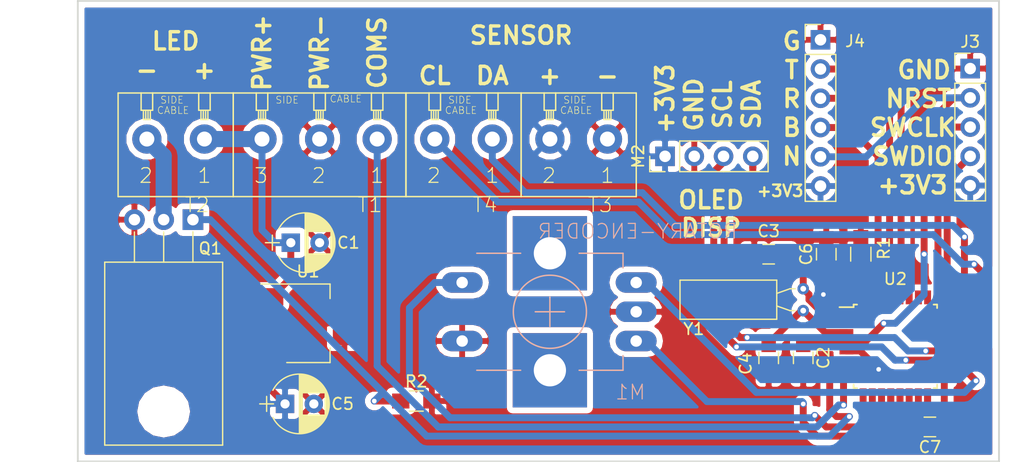
<source format=kicad_pcb>
(kicad_pcb (version 4) (host pcbnew 4.0.7-e2-6376~58~ubuntu16.04.1)

  (general
    (links 57)
    (no_connects 0)
    (area 77.924999 61.924999 158.075001 102.075001)
    (thickness 1.6)
    (drawings 31)
    (tracks 199)
    (zones 0)
    (modules 21)
    (nets 22)
  )

  (page A4)
  (layers
    (0 F.Cu signal)
    (31 B.Cu signal)
    (32 B.Adhes user)
    (33 F.Adhes user)
    (34 B.Paste user)
    (35 F.Paste user)
    (36 B.SilkS user)
    (37 F.SilkS user)
    (38 B.Mask user)
    (39 F.Mask user)
    (40 Dwgs.User user)
    (41 Cmts.User user)
    (42 Eco1.User user)
    (43 Eco2.User user)
    (44 Edge.Cuts user)
    (45 Margin user)
    (46 B.CrtYd user)
    (47 F.CrtYd user)
    (48 B.Fab user)
    (49 F.Fab user)
  )

  (setup
    (last_trace_width 0.6)
    (trace_clearance 0.2)
    (zone_clearance 0.508)
    (zone_45_only no)
    (trace_min 0.2)
    (segment_width 0.2)
    (edge_width 0.15)
    (via_size 0.6)
    (via_drill 0.4)
    (via_min_size 0.4)
    (via_min_drill 0.3)
    (uvia_size 0.3)
    (uvia_drill 0.1)
    (uvias_allowed no)
    (uvia_min_size 0.2)
    (uvia_min_drill 0.1)
    (pcb_text_width 0.3)
    (pcb_text_size 1.5 1.5)
    (mod_edge_width 0.15)
    (mod_text_size 1 1)
    (mod_text_width 0.15)
    (pad_size 1.524 1.524)
    (pad_drill 0.762)
    (pad_to_mask_clearance 0.2)
    (aux_axis_origin 0 0)
    (visible_elements FFFEFF7F)
    (pcbplotparams
      (layerselection 0x010fc_80000001)
      (usegerberextensions true)
      (excludeedgelayer true)
      (linewidth 0.100000)
      (plotframeref false)
      (viasonmask false)
      (mode 1)
      (useauxorigin false)
      (hpglpennumber 1)
      (hpglpenspeed 20)
      (hpglpendiameter 15)
      (hpglpenoverlay 2)
      (psnegative false)
      (psa4output false)
      (plotreference true)
      (plotvalue true)
      (plotinvisibletext false)
      (padsonsilk false)
      (subtractmaskfromsilk false)
      (outputformat 1)
      (mirror false)
      (drillshape 0)
      (scaleselection 1)
      (outputdirectory gerber/))
  )

  (net 0 "")
  (net 1 VDD)
  (net 2 GND)
  (net 3 /NRST)
  (net 4 "Net-(C3-Pad1)")
  (net 5 "Net-(C4-Pad1)")
  (net 6 +3V3)
  (net 7 /SWCLK)
  (net 8 /SWDIO)
  (net 9 /MCU_TX)
  (net 10 /MCU_RX)
  (net 11 /BOOT0)
  (net 12 /ENC_R2)
  (net 13 /ENC_R1)
  (net 14 /ENC_PB)
  (net 15 /OLED_SCL)
  (net 16 /OLED_SDA)
  (net 17 /LIGHT)
  (net 18 "Net-(Q1-Pad2)")
  (net 19 /COMMS)
  (net 20 /SENSOR_SDA)
  (net 21 /SENSOR_SCL)

  (net_class Default "This is the default net class."
    (clearance 0.2)
    (trace_width 0.6)
    (via_dia 0.6)
    (via_drill 0.4)
    (uvia_dia 0.3)
    (uvia_drill 0.1)
    (add_net +3V3)
    (add_net /BOOT0)
    (add_net /COMMS)
    (add_net /ENC_PB)
    (add_net /ENC_R1)
    (add_net /ENC_R2)
    (add_net /LIGHT)
    (add_net /MCU_RX)
    (add_net /MCU_TX)
    (add_net /NRST)
    (add_net /OLED_SCL)
    (add_net /OLED_SDA)
    (add_net /SENSOR_SCL)
    (add_net /SENSOR_SDA)
    (add_net /SWCLK)
    (add_net /SWDIO)
    (add_net GND)
    (add_net "Net-(C3-Pad1)")
    (add_net "Net-(C4-Pad1)")
    (add_net "Net-(Q1-Pad2)")
    (add_net VDD)
  )

  (net_class Power ""
    (clearance 0.3)
    (trace_width 1.3)
    (via_dia 0.6)
    (via_drill 0.4)
    (uvia_dia 0.3)
    (uvia_drill 0.1)
  )

  (module Housings_QFP:LQFP-32_7x7mm_Pitch0.8mm (layer F.Cu) (tedit 54130A77) (tstamp 59F80775)
    (at 149 92)
    (descr "LQFP32: plastic low profile quad flat package; 32 leads; body 7 x 7 x 1.4 mm (see NXP sot358-1_po.pdf and sot358-1_fr.pdf)")
    (tags "QFP 0.8")
    (path /59F6B915)
    (attr smd)
    (fp_text reference U2 (at 0 -5.85) (layer F.SilkS)
      (effects (font (size 1 1) (thickness 0.15)))
    )
    (fp_text value STM32L031K6Tx (at 0 5.85) (layer F.Fab)
      (effects (font (size 1 1) (thickness 0.15)))
    )
    (fp_text user %R (at 0 0) (layer F.Fab)
      (effects (font (size 1 1) (thickness 0.15)))
    )
    (fp_line (start -2.5 -3.5) (end 3.5 -3.5) (layer F.Fab) (width 0.15))
    (fp_line (start 3.5 -3.5) (end 3.5 3.5) (layer F.Fab) (width 0.15))
    (fp_line (start 3.5 3.5) (end -3.5 3.5) (layer F.Fab) (width 0.15))
    (fp_line (start -3.5 3.5) (end -3.5 -2.5) (layer F.Fab) (width 0.15))
    (fp_line (start -3.5 -2.5) (end -2.5 -3.5) (layer F.Fab) (width 0.15))
    (fp_line (start -5.1 -5.1) (end -5.1 5.1) (layer F.CrtYd) (width 0.05))
    (fp_line (start 5.1 -5.1) (end 5.1 5.1) (layer F.CrtYd) (width 0.05))
    (fp_line (start -5.1 -5.1) (end 5.1 -5.1) (layer F.CrtYd) (width 0.05))
    (fp_line (start -5.1 5.1) (end 5.1 5.1) (layer F.CrtYd) (width 0.05))
    (fp_line (start -3.625 -3.625) (end -3.625 -3.4) (layer F.SilkS) (width 0.15))
    (fp_line (start 3.625 -3.625) (end 3.625 -3.325) (layer F.SilkS) (width 0.15))
    (fp_line (start 3.625 3.625) (end 3.625 3.325) (layer F.SilkS) (width 0.15))
    (fp_line (start -3.625 3.625) (end -3.625 3.325) (layer F.SilkS) (width 0.15))
    (fp_line (start -3.625 -3.625) (end -3.325 -3.625) (layer F.SilkS) (width 0.15))
    (fp_line (start -3.625 3.625) (end -3.325 3.625) (layer F.SilkS) (width 0.15))
    (fp_line (start 3.625 3.625) (end 3.325 3.625) (layer F.SilkS) (width 0.15))
    (fp_line (start 3.625 -3.625) (end 3.325 -3.625) (layer F.SilkS) (width 0.15))
    (fp_line (start -3.625 -3.4) (end -4.85 -3.4) (layer F.SilkS) (width 0.15))
    (pad 1 smd rect (at -4.25 -2.8) (size 1.2 0.6) (layers F.Cu F.Paste F.Mask)
      (net 6 +3V3))
    (pad 2 smd rect (at -4.25 -2) (size 1.2 0.6) (layers F.Cu F.Paste F.Mask)
      (net 4 "Net-(C3-Pad1)"))
    (pad 3 smd rect (at -4.25 -1.2) (size 1.2 0.6) (layers F.Cu F.Paste F.Mask)
      (net 5 "Net-(C4-Pad1)"))
    (pad 4 smd rect (at -4.25 -0.4) (size 1.2 0.6) (layers F.Cu F.Paste F.Mask)
      (net 3 /NRST))
    (pad 5 smd rect (at -4.25 0.4) (size 1.2 0.6) (layers F.Cu F.Paste F.Mask)
      (net 6 +3V3))
    (pad 6 smd rect (at -4.25 1.2) (size 1.2 0.6) (layers F.Cu F.Paste F.Mask))
    (pad 7 smd rect (at -4.25 2) (size 1.2 0.6) (layers F.Cu F.Paste F.Mask)
      (net 17 /LIGHT))
    (pad 8 smd rect (at -4.25 2.8) (size 1.2 0.6) (layers F.Cu F.Paste F.Mask)
      (net 19 /COMMS))
    (pad 9 smd rect (at -2.8 4.25 90) (size 1.2 0.6) (layers F.Cu F.Paste F.Mask))
    (pad 10 smd rect (at -2 4.25 90) (size 1.2 0.6) (layers F.Cu F.Paste F.Mask))
    (pad 11 smd rect (at -1.2 4.25 90) (size 1.2 0.6) (layers F.Cu F.Paste F.Mask))
    (pad 12 smd rect (at -0.4 4.25 90) (size 1.2 0.6) (layers F.Cu F.Paste F.Mask)
      (net 14 /ENC_PB))
    (pad 13 smd rect (at 0.4 4.25 90) (size 1.2 0.6) (layers F.Cu F.Paste F.Mask)
      (net 12 /ENC_R2))
    (pad 14 smd rect (at 1.2 4.25 90) (size 1.2 0.6) (layers F.Cu F.Paste F.Mask))
    (pad 15 smd rect (at 2 4.25 90) (size 1.2 0.6) (layers F.Cu F.Paste F.Mask))
    (pad 16 smd rect (at 2.8 4.25 90) (size 1.2 0.6) (layers F.Cu F.Paste F.Mask)
      (net 2 GND))
    (pad 17 smd rect (at 4.25 2.8) (size 1.2 0.6) (layers F.Cu F.Paste F.Mask)
      (net 6 +3V3))
    (pad 18 smd rect (at 4.25 2) (size 1.2 0.6) (layers F.Cu F.Paste F.Mask)
      (net 13 /ENC_R1))
    (pad 19 smd rect (at 4.25 1.2) (size 1.2 0.6) (layers F.Cu F.Paste F.Mask)
      (net 15 /OLED_SCL))
    (pad 20 smd rect (at 4.25 0.4) (size 1.2 0.6) (layers F.Cu F.Paste F.Mask)
      (net 16 /OLED_SDA))
    (pad 21 smd rect (at 4.25 -0.4) (size 1.2 0.6) (layers F.Cu F.Paste F.Mask)
      (net 21 /SENSOR_SCL))
    (pad 22 smd rect (at 4.25 -1.2) (size 1.2 0.6) (layers F.Cu F.Paste F.Mask)
      (net 20 /SENSOR_SDA))
    (pad 23 smd rect (at 4.25 -2) (size 1.2 0.6) (layers F.Cu F.Paste F.Mask)
      (net 8 /SWDIO))
    (pad 24 smd rect (at 4.25 -2.8) (size 1.2 0.6) (layers F.Cu F.Paste F.Mask)
      (net 7 /SWCLK))
    (pad 25 smd rect (at 2.8 -4.25 90) (size 1.2 0.6) (layers F.Cu F.Paste F.Mask))
    (pad 26 smd rect (at 2 -4.25 90) (size 1.2 0.6) (layers F.Cu F.Paste F.Mask))
    (pad 27 smd rect (at 1.2 -4.25 90) (size 1.2 0.6) (layers F.Cu F.Paste F.Mask))
    (pad 28 smd rect (at 0.4 -4.25 90) (size 1.2 0.6) (layers F.Cu F.Paste F.Mask))
    (pad 29 smd rect (at -0.4 -4.25 90) (size 1.2 0.6) (layers F.Cu F.Paste F.Mask)
      (net 9 /MCU_TX))
    (pad 30 smd rect (at -1.2 -4.25 90) (size 1.2 0.6) (layers F.Cu F.Paste F.Mask)
      (net 10 /MCU_RX))
    (pad 31 smd rect (at -2 -4.25 90) (size 1.2 0.6) (layers F.Cu F.Paste F.Mask)
      (net 11 /BOOT0))
    (pad 32 smd rect (at -2.8 -4.25 90) (size 1.2 0.6) (layers F.Cu F.Paste F.Mask)
      (net 2 GND))
    (model ${KISYS3DMOD}/Housings_QFP.3dshapes/LQFP-32_7x7mm_Pitch0.8mm.wrl
      (at (xyz 0 0 0))
      (scale (xyz 1 1 1))
      (rotate (xyz 0 0 0))
    )
  )

  (module custom_switch:ROTARY-ENCODER (layer B.Cu) (tedit 200000) (tstamp 59F80645)
    (at 119 89)
    (path /59F6D5ED)
    (attr virtual)
    (fp_text reference M1 (at 6.985 6.985) (layer B.SilkS)
      (effects (font (size 1.27 1.27) (thickness 0.1016)) (justify mirror))
    )
    (fp_text value ROTARY-ENCODER (at 7.62 -6.985) (layer B.SilkS)
      (effects (font (size 1.27 1.27) (thickness 0.1016)) (justify mirror))
    )
    (fp_line (start -6.35 5.08) (end -2.54 5.08) (layer B.SilkS) (width 0.127))
    (fp_line (start -6.35 -5.08) (end -2.54 -5.08) (layer B.SilkS) (width 0.127))
    (fp_line (start 2.54 -5.08) (end 6.35 -5.08) (layer B.SilkS) (width 0.127))
    (fp_line (start 6.35 -5.08) (end 6.35 -3.81) (layer B.SilkS) (width 0.127))
    (fp_line (start 2.54 5.08) (end 6.35 5.08) (layer B.SilkS) (width 0.127))
    (fp_line (start 6.35 5.08) (end 6.35 3.81) (layer B.SilkS) (width 0.127))
    (fp_line (start 0 1.27) (end 0 -1.27) (layer B.SilkS) (width 0.127))
    (fp_line (start -1.27 0) (end 1.27 0) (layer B.SilkS) (width 0.127))
    (fp_line (start -7.62 -2.159) (end -8.255 -2.159) (layer Dwgs.User) (width 0.127))
    (fp_line (start -8.255 -2.159) (end -8.255 -2.921) (layer Dwgs.User) (width 0.127))
    (fp_line (start -8.255 -2.921) (end -7.62 -2.921) (layer Dwgs.User) (width 0.127))
    (fp_line (start -7.62 2.921) (end -8.255 2.921) (layer Dwgs.User) (width 0.127))
    (fp_line (start -8.255 2.921) (end -8.255 2.159) (layer Dwgs.User) (width 0.127))
    (fp_line (start -8.255 2.159) (end -7.62 2.159) (layer Dwgs.User) (width 0.127))
    (fp_line (start -7.62 5.08) (end -7.62 2.921) (layer Dwgs.User) (width 0.127))
    (fp_line (start -7.62 2.921) (end -7.62 2.159) (layer Dwgs.User) (width 0.127))
    (fp_line (start -7.62 2.159) (end -7.62 -2.159) (layer Dwgs.User) (width 0.127))
    (fp_line (start -7.62 -2.159) (end -7.62 -2.921) (layer Dwgs.User) (width 0.127))
    (fp_line (start -7.62 -2.921) (end -7.62 -5.08) (layer Dwgs.User) (width 0.127))
    (fp_line (start -7.62 -5.08) (end -1.016 -5.08) (layer Dwgs.User) (width 0.127))
    (fp_line (start -1.016 -5.08) (end 1.016 -5.08) (layer Dwgs.User) (width 0.127))
    (fp_line (start 1.016 -5.08) (end 6.35 -5.08) (layer Dwgs.User) (width 0.127))
    (fp_line (start 6.35 -5.08) (end 6.35 -2.921) (layer Dwgs.User) (width 0.127))
    (fp_line (start 6.35 -2.921) (end 6.35 -2.159) (layer Dwgs.User) (width 0.127))
    (fp_line (start 6.35 -2.159) (end 6.35 -0.381) (layer Dwgs.User) (width 0.127))
    (fp_line (start 6.35 -0.381) (end 6.35 0.381) (layer Dwgs.User) (width 0.127))
    (fp_line (start 6.35 0.381) (end 6.35 2.159) (layer Dwgs.User) (width 0.127))
    (fp_line (start 6.35 2.159) (end 6.35 2.921) (layer Dwgs.User) (width 0.127))
    (fp_line (start 6.35 2.921) (end 6.35 5.08) (layer Dwgs.User) (width 0.127))
    (fp_line (start 6.35 5.08) (end 1.016 5.08) (layer Dwgs.User) (width 0.127))
    (fp_line (start 1.016 5.08) (end -1.016 5.08) (layer Dwgs.User) (width 0.127))
    (fp_line (start -1.016 5.08) (end -7.62 5.08) (layer Dwgs.User) (width 0.127))
    (fp_line (start 6.35 2.921) (end 7.62 2.921) (layer Dwgs.User) (width 0.127))
    (fp_line (start 7.62 2.921) (end 7.62 2.159) (layer Dwgs.User) (width 0.127))
    (fp_line (start 7.62 2.159) (end 6.35 2.159) (layer Dwgs.User) (width 0.127))
    (fp_line (start 6.35 0.381) (end 7.62 0.381) (layer Dwgs.User) (width 0.127))
    (fp_line (start 7.62 0.381) (end 7.62 -0.381) (layer Dwgs.User) (width 0.127))
    (fp_line (start 7.62 -0.381) (end 6.35 -0.381) (layer Dwgs.User) (width 0.127))
    (fp_line (start 6.35 -2.159) (end 7.62 -2.159) (layer Dwgs.User) (width 0.127))
    (fp_line (start 7.62 -2.159) (end 7.62 -2.921) (layer Dwgs.User) (width 0.127))
    (fp_line (start 7.62 -2.921) (end 6.35 -2.921) (layer Dwgs.User) (width 0.127))
    (fp_line (start -1.016 6.604) (end 1.016 6.604) (layer Dwgs.User) (width 0.127))
    (fp_line (start 1.016 6.604) (end 1.016 5.08) (layer Dwgs.User) (width 0.127))
    (fp_line (start -1.016 6.604) (end -1.016 5.08) (layer Dwgs.User) (width 0.127))
    (fp_line (start -1.016 -6.604) (end -1.016 -5.08) (layer Dwgs.User) (width 0.127))
    (fp_line (start -0.889 -6.604) (end 1.016 -6.604) (layer Dwgs.User) (width 0.127))
    (fp_line (start 1.016 -6.604) (end 1.016 -5.08) (layer Dwgs.User) (width 0.127))
    (fp_line (start 1.27 1.905) (end 1.27 -1.905) (layer Dwgs.User) (width 0.127))
    (fp_circle (center 0 0) (end 0 3.175) (layer B.SilkS) (width 0.127))
    (fp_circle (center 0 0) (end 0 3.175) (layer Dwgs.User) (width 0.127))
    (fp_circle (center 0 0) (end 0 2.80416) (layer Dwgs.User) (width 0.127))
    (fp_arc (start 0 0) (end 1.27 -1.905) (angle -247.3) (layer Dwgs.User) (width 0.127))
    (pad NC1 thru_hole rect (at 0 5.08) (size 6.4516 6.4516) (drill 2.79908) (layers *.Cu *.Paste *.Mask))
    (pad NC2 thru_hole rect (at 0 -5.08) (size 6.4516 6.4516) (drill 2.79908) (layers *.Cu *.Paste *.Mask))
    (pad P1 thru_hole oval (at 7.493 2.54 270) (size 1.778 3.556) (drill 0.99822) (layers *.Cu *.Paste *.Mask)
      (net 12 /ENC_R2))
    (pad P2 thru_hole oval (at 7.493 0 270) (size 1.778 3.556) (drill 0.99822) (layers *.Cu *.Paste *.Mask)
      (net 2 GND))
    (pad P3 thru_hole oval (at 7.493 -2.54 270) (size 1.778 3.556) (drill 0.99822) (layers *.Cu *.Paste *.Mask)
      (net 13 /ENC_R1))
    (pad P4 thru_hole oval (at -7.62 2.54 270) (size 1.778 3.556) (drill 0.99822) (layers *.Cu *.Paste *.Mask)
      (net 2 GND))
    (pad P5 thru_hole oval (at -7.62 -2.54 270) (size 1.778 3.556) (drill 0.99822) (layers *.Cu *.Paste *.Mask)
      (net 14 /ENC_PB))
  )

  (module Capacitors_THT:CP_Radial_D5.0mm_P2.50mm (layer F.Cu) (tedit 597BC7C2) (tstamp 59F804F9)
    (at 96.5 83)
    (descr "CP, Radial series, Radial, pin pitch=2.50mm, , diameter=5mm, Electrolytic Capacitor")
    (tags "CP Radial series Radial pin pitch 2.50mm  diameter 5mm Electrolytic Capacitor")
    (path /59F6F604)
    (fp_text reference C1 (at 5 0) (layer F.SilkS)
      (effects (font (size 1 1) (thickness 0.15)))
    )
    (fp_text value CP (at 1.25 3.81) (layer F.Fab)
      (effects (font (size 1 1) (thickness 0.15)))
    )
    (fp_arc (start 1.25 0) (end -1.05558 -1.18) (angle 125.8) (layer F.SilkS) (width 0.12))
    (fp_arc (start 1.25 0) (end -1.05558 1.18) (angle -125.8) (layer F.SilkS) (width 0.12))
    (fp_arc (start 1.25 0) (end 3.55558 -1.18) (angle 54.2) (layer F.SilkS) (width 0.12))
    (fp_circle (center 1.25 0) (end 3.75 0) (layer F.Fab) (width 0.1))
    (fp_line (start -2.2 0) (end -1 0) (layer F.Fab) (width 0.1))
    (fp_line (start -1.6 -0.65) (end -1.6 0.65) (layer F.Fab) (width 0.1))
    (fp_line (start 1.25 -2.55) (end 1.25 2.55) (layer F.SilkS) (width 0.12))
    (fp_line (start 1.29 -2.55) (end 1.29 2.55) (layer F.SilkS) (width 0.12))
    (fp_line (start 1.33 -2.549) (end 1.33 2.549) (layer F.SilkS) (width 0.12))
    (fp_line (start 1.37 -2.548) (end 1.37 2.548) (layer F.SilkS) (width 0.12))
    (fp_line (start 1.41 -2.546) (end 1.41 2.546) (layer F.SilkS) (width 0.12))
    (fp_line (start 1.45 -2.543) (end 1.45 2.543) (layer F.SilkS) (width 0.12))
    (fp_line (start 1.49 -2.539) (end 1.49 2.539) (layer F.SilkS) (width 0.12))
    (fp_line (start 1.53 -2.535) (end 1.53 -0.98) (layer F.SilkS) (width 0.12))
    (fp_line (start 1.53 0.98) (end 1.53 2.535) (layer F.SilkS) (width 0.12))
    (fp_line (start 1.57 -2.531) (end 1.57 -0.98) (layer F.SilkS) (width 0.12))
    (fp_line (start 1.57 0.98) (end 1.57 2.531) (layer F.SilkS) (width 0.12))
    (fp_line (start 1.61 -2.525) (end 1.61 -0.98) (layer F.SilkS) (width 0.12))
    (fp_line (start 1.61 0.98) (end 1.61 2.525) (layer F.SilkS) (width 0.12))
    (fp_line (start 1.65 -2.519) (end 1.65 -0.98) (layer F.SilkS) (width 0.12))
    (fp_line (start 1.65 0.98) (end 1.65 2.519) (layer F.SilkS) (width 0.12))
    (fp_line (start 1.69 -2.513) (end 1.69 -0.98) (layer F.SilkS) (width 0.12))
    (fp_line (start 1.69 0.98) (end 1.69 2.513) (layer F.SilkS) (width 0.12))
    (fp_line (start 1.73 -2.506) (end 1.73 -0.98) (layer F.SilkS) (width 0.12))
    (fp_line (start 1.73 0.98) (end 1.73 2.506) (layer F.SilkS) (width 0.12))
    (fp_line (start 1.77 -2.498) (end 1.77 -0.98) (layer F.SilkS) (width 0.12))
    (fp_line (start 1.77 0.98) (end 1.77 2.498) (layer F.SilkS) (width 0.12))
    (fp_line (start 1.81 -2.489) (end 1.81 -0.98) (layer F.SilkS) (width 0.12))
    (fp_line (start 1.81 0.98) (end 1.81 2.489) (layer F.SilkS) (width 0.12))
    (fp_line (start 1.85 -2.48) (end 1.85 -0.98) (layer F.SilkS) (width 0.12))
    (fp_line (start 1.85 0.98) (end 1.85 2.48) (layer F.SilkS) (width 0.12))
    (fp_line (start 1.89 -2.47) (end 1.89 -0.98) (layer F.SilkS) (width 0.12))
    (fp_line (start 1.89 0.98) (end 1.89 2.47) (layer F.SilkS) (width 0.12))
    (fp_line (start 1.93 -2.46) (end 1.93 -0.98) (layer F.SilkS) (width 0.12))
    (fp_line (start 1.93 0.98) (end 1.93 2.46) (layer F.SilkS) (width 0.12))
    (fp_line (start 1.971 -2.448) (end 1.971 -0.98) (layer F.SilkS) (width 0.12))
    (fp_line (start 1.971 0.98) (end 1.971 2.448) (layer F.SilkS) (width 0.12))
    (fp_line (start 2.011 -2.436) (end 2.011 -0.98) (layer F.SilkS) (width 0.12))
    (fp_line (start 2.011 0.98) (end 2.011 2.436) (layer F.SilkS) (width 0.12))
    (fp_line (start 2.051 -2.424) (end 2.051 -0.98) (layer F.SilkS) (width 0.12))
    (fp_line (start 2.051 0.98) (end 2.051 2.424) (layer F.SilkS) (width 0.12))
    (fp_line (start 2.091 -2.41) (end 2.091 -0.98) (layer F.SilkS) (width 0.12))
    (fp_line (start 2.091 0.98) (end 2.091 2.41) (layer F.SilkS) (width 0.12))
    (fp_line (start 2.131 -2.396) (end 2.131 -0.98) (layer F.SilkS) (width 0.12))
    (fp_line (start 2.131 0.98) (end 2.131 2.396) (layer F.SilkS) (width 0.12))
    (fp_line (start 2.171 -2.382) (end 2.171 -0.98) (layer F.SilkS) (width 0.12))
    (fp_line (start 2.171 0.98) (end 2.171 2.382) (layer F.SilkS) (width 0.12))
    (fp_line (start 2.211 -2.366) (end 2.211 -0.98) (layer F.SilkS) (width 0.12))
    (fp_line (start 2.211 0.98) (end 2.211 2.366) (layer F.SilkS) (width 0.12))
    (fp_line (start 2.251 -2.35) (end 2.251 -0.98) (layer F.SilkS) (width 0.12))
    (fp_line (start 2.251 0.98) (end 2.251 2.35) (layer F.SilkS) (width 0.12))
    (fp_line (start 2.291 -2.333) (end 2.291 -0.98) (layer F.SilkS) (width 0.12))
    (fp_line (start 2.291 0.98) (end 2.291 2.333) (layer F.SilkS) (width 0.12))
    (fp_line (start 2.331 -2.315) (end 2.331 -0.98) (layer F.SilkS) (width 0.12))
    (fp_line (start 2.331 0.98) (end 2.331 2.315) (layer F.SilkS) (width 0.12))
    (fp_line (start 2.371 -2.296) (end 2.371 -0.98) (layer F.SilkS) (width 0.12))
    (fp_line (start 2.371 0.98) (end 2.371 2.296) (layer F.SilkS) (width 0.12))
    (fp_line (start 2.411 -2.276) (end 2.411 -0.98) (layer F.SilkS) (width 0.12))
    (fp_line (start 2.411 0.98) (end 2.411 2.276) (layer F.SilkS) (width 0.12))
    (fp_line (start 2.451 -2.256) (end 2.451 -0.98) (layer F.SilkS) (width 0.12))
    (fp_line (start 2.451 0.98) (end 2.451 2.256) (layer F.SilkS) (width 0.12))
    (fp_line (start 2.491 -2.234) (end 2.491 -0.98) (layer F.SilkS) (width 0.12))
    (fp_line (start 2.491 0.98) (end 2.491 2.234) (layer F.SilkS) (width 0.12))
    (fp_line (start 2.531 -2.212) (end 2.531 -0.98) (layer F.SilkS) (width 0.12))
    (fp_line (start 2.531 0.98) (end 2.531 2.212) (layer F.SilkS) (width 0.12))
    (fp_line (start 2.571 -2.189) (end 2.571 -0.98) (layer F.SilkS) (width 0.12))
    (fp_line (start 2.571 0.98) (end 2.571 2.189) (layer F.SilkS) (width 0.12))
    (fp_line (start 2.611 -2.165) (end 2.611 -0.98) (layer F.SilkS) (width 0.12))
    (fp_line (start 2.611 0.98) (end 2.611 2.165) (layer F.SilkS) (width 0.12))
    (fp_line (start 2.651 -2.14) (end 2.651 -0.98) (layer F.SilkS) (width 0.12))
    (fp_line (start 2.651 0.98) (end 2.651 2.14) (layer F.SilkS) (width 0.12))
    (fp_line (start 2.691 -2.113) (end 2.691 -0.98) (layer F.SilkS) (width 0.12))
    (fp_line (start 2.691 0.98) (end 2.691 2.113) (layer F.SilkS) (width 0.12))
    (fp_line (start 2.731 -2.086) (end 2.731 -0.98) (layer F.SilkS) (width 0.12))
    (fp_line (start 2.731 0.98) (end 2.731 2.086) (layer F.SilkS) (width 0.12))
    (fp_line (start 2.771 -2.058) (end 2.771 -0.98) (layer F.SilkS) (width 0.12))
    (fp_line (start 2.771 0.98) (end 2.771 2.058) (layer F.SilkS) (width 0.12))
    (fp_line (start 2.811 -2.028) (end 2.811 -0.98) (layer F.SilkS) (width 0.12))
    (fp_line (start 2.811 0.98) (end 2.811 2.028) (layer F.SilkS) (width 0.12))
    (fp_line (start 2.851 -1.997) (end 2.851 -0.98) (layer F.SilkS) (width 0.12))
    (fp_line (start 2.851 0.98) (end 2.851 1.997) (layer F.SilkS) (width 0.12))
    (fp_line (start 2.891 -1.965) (end 2.891 -0.98) (layer F.SilkS) (width 0.12))
    (fp_line (start 2.891 0.98) (end 2.891 1.965) (layer F.SilkS) (width 0.12))
    (fp_line (start 2.931 -1.932) (end 2.931 -0.98) (layer F.SilkS) (width 0.12))
    (fp_line (start 2.931 0.98) (end 2.931 1.932) (layer F.SilkS) (width 0.12))
    (fp_line (start 2.971 -1.897) (end 2.971 -0.98) (layer F.SilkS) (width 0.12))
    (fp_line (start 2.971 0.98) (end 2.971 1.897) (layer F.SilkS) (width 0.12))
    (fp_line (start 3.011 -1.861) (end 3.011 -0.98) (layer F.SilkS) (width 0.12))
    (fp_line (start 3.011 0.98) (end 3.011 1.861) (layer F.SilkS) (width 0.12))
    (fp_line (start 3.051 -1.823) (end 3.051 -0.98) (layer F.SilkS) (width 0.12))
    (fp_line (start 3.051 0.98) (end 3.051 1.823) (layer F.SilkS) (width 0.12))
    (fp_line (start 3.091 -1.783) (end 3.091 -0.98) (layer F.SilkS) (width 0.12))
    (fp_line (start 3.091 0.98) (end 3.091 1.783) (layer F.SilkS) (width 0.12))
    (fp_line (start 3.131 -1.742) (end 3.131 -0.98) (layer F.SilkS) (width 0.12))
    (fp_line (start 3.131 0.98) (end 3.131 1.742) (layer F.SilkS) (width 0.12))
    (fp_line (start 3.171 -1.699) (end 3.171 -0.98) (layer F.SilkS) (width 0.12))
    (fp_line (start 3.171 0.98) (end 3.171 1.699) (layer F.SilkS) (width 0.12))
    (fp_line (start 3.211 -1.654) (end 3.211 -0.98) (layer F.SilkS) (width 0.12))
    (fp_line (start 3.211 0.98) (end 3.211 1.654) (layer F.SilkS) (width 0.12))
    (fp_line (start 3.251 -1.606) (end 3.251 -0.98) (layer F.SilkS) (width 0.12))
    (fp_line (start 3.251 0.98) (end 3.251 1.606) (layer F.SilkS) (width 0.12))
    (fp_line (start 3.291 -1.556) (end 3.291 -0.98) (layer F.SilkS) (width 0.12))
    (fp_line (start 3.291 0.98) (end 3.291 1.556) (layer F.SilkS) (width 0.12))
    (fp_line (start 3.331 -1.504) (end 3.331 -0.98) (layer F.SilkS) (width 0.12))
    (fp_line (start 3.331 0.98) (end 3.331 1.504) (layer F.SilkS) (width 0.12))
    (fp_line (start 3.371 -1.448) (end 3.371 -0.98) (layer F.SilkS) (width 0.12))
    (fp_line (start 3.371 0.98) (end 3.371 1.448) (layer F.SilkS) (width 0.12))
    (fp_line (start 3.411 -1.39) (end 3.411 -0.98) (layer F.SilkS) (width 0.12))
    (fp_line (start 3.411 0.98) (end 3.411 1.39) (layer F.SilkS) (width 0.12))
    (fp_line (start 3.451 -1.327) (end 3.451 -0.98) (layer F.SilkS) (width 0.12))
    (fp_line (start 3.451 0.98) (end 3.451 1.327) (layer F.SilkS) (width 0.12))
    (fp_line (start 3.491 -1.261) (end 3.491 1.261) (layer F.SilkS) (width 0.12))
    (fp_line (start 3.531 -1.189) (end 3.531 1.189) (layer F.SilkS) (width 0.12))
    (fp_line (start 3.571 -1.112) (end 3.571 1.112) (layer F.SilkS) (width 0.12))
    (fp_line (start 3.611 -1.028) (end 3.611 1.028) (layer F.SilkS) (width 0.12))
    (fp_line (start 3.651 -0.934) (end 3.651 0.934) (layer F.SilkS) (width 0.12))
    (fp_line (start 3.691 -0.829) (end 3.691 0.829) (layer F.SilkS) (width 0.12))
    (fp_line (start 3.731 -0.707) (end 3.731 0.707) (layer F.SilkS) (width 0.12))
    (fp_line (start 3.771 -0.559) (end 3.771 0.559) (layer F.SilkS) (width 0.12))
    (fp_line (start 3.811 -0.354) (end 3.811 0.354) (layer F.SilkS) (width 0.12))
    (fp_line (start -2.2 0) (end -1 0) (layer F.SilkS) (width 0.12))
    (fp_line (start -1.6 -0.65) (end -1.6 0.65) (layer F.SilkS) (width 0.12))
    (fp_line (start -1.6 -2.85) (end -1.6 2.85) (layer F.CrtYd) (width 0.05))
    (fp_line (start -1.6 2.85) (end 4.1 2.85) (layer F.CrtYd) (width 0.05))
    (fp_line (start 4.1 2.85) (end 4.1 -2.85) (layer F.CrtYd) (width 0.05))
    (fp_line (start 4.1 -2.85) (end -1.6 -2.85) (layer F.CrtYd) (width 0.05))
    (fp_text user %R (at 1.25 0) (layer F.Fab)
      (effects (font (size 1 1) (thickness 0.15)))
    )
    (pad 1 thru_hole rect (at 0 0) (size 1.6 1.6) (drill 0.8) (layers *.Cu *.Mask)
      (net 1 VDD))
    (pad 2 thru_hole circle (at 2.5 0) (size 1.6 1.6) (drill 0.8) (layers *.Cu *.Mask)
      (net 2 GND))
    (model ${KISYS3DMOD}/Capacitors_THT.3dshapes/CP_Radial_D5.0mm_P2.50mm.wrl
      (at (xyz 0 0 0))
      (scale (xyz 1 1 1))
      (rotate (xyz 0 0 0))
    )
  )

  (module Capacitors_SMD:C_0805_HandSoldering (layer F.Cu) (tedit 58AA84A8) (tstamp 59F8050A)
    (at 141 93 270)
    (descr "Capacitor SMD 0805, hand soldering")
    (tags "capacitor 0805")
    (path /59F6BA9A)
    (attr smd)
    (fp_text reference C2 (at 0 -1.75 270) (layer F.SilkS)
      (effects (font (size 1 1) (thickness 0.15)))
    )
    (fp_text value 100nf (at 0 1.75 270) (layer F.Fab)
      (effects (font (size 1 1) (thickness 0.15)))
    )
    (fp_text user %R (at 0 -1.75 270) (layer F.Fab)
      (effects (font (size 1 1) (thickness 0.15)))
    )
    (fp_line (start -1 0.62) (end -1 -0.62) (layer F.Fab) (width 0.1))
    (fp_line (start 1 0.62) (end -1 0.62) (layer F.Fab) (width 0.1))
    (fp_line (start 1 -0.62) (end 1 0.62) (layer F.Fab) (width 0.1))
    (fp_line (start -1 -0.62) (end 1 -0.62) (layer F.Fab) (width 0.1))
    (fp_line (start 0.5 -0.85) (end -0.5 -0.85) (layer F.SilkS) (width 0.12))
    (fp_line (start -0.5 0.85) (end 0.5 0.85) (layer F.SilkS) (width 0.12))
    (fp_line (start -2.25 -0.88) (end 2.25 -0.88) (layer F.CrtYd) (width 0.05))
    (fp_line (start -2.25 -0.88) (end -2.25 0.87) (layer F.CrtYd) (width 0.05))
    (fp_line (start 2.25 0.87) (end 2.25 -0.88) (layer F.CrtYd) (width 0.05))
    (fp_line (start 2.25 0.87) (end -2.25 0.87) (layer F.CrtYd) (width 0.05))
    (pad 1 smd rect (at -1.25 0 270) (size 1.5 1.25) (layers F.Cu F.Paste F.Mask)
      (net 3 /NRST))
    (pad 2 smd rect (at 1.25 0 270) (size 1.5 1.25) (layers F.Cu F.Paste F.Mask)
      (net 2 GND))
    (model Capacitors_SMD.3dshapes/C_0805.wrl
      (at (xyz 0 0 0))
      (scale (xyz 1 1 1))
      (rotate (xyz 0 0 0))
    )
  )

  (module Capacitors_SMD:C_0805_HandSoldering (layer F.Cu) (tedit 58AA84A8) (tstamp 59F8051B)
    (at 138 84 180)
    (descr "Capacitor SMD 0805, hand soldering")
    (tags "capacitor 0805")
    (path /59F73C36)
    (attr smd)
    (fp_text reference C3 (at 0 2 180) (layer F.SilkS)
      (effects (font (size 1 1) (thickness 0.15)))
    )
    (fp_text value 22pf (at 0 1.75 180) (layer F.Fab)
      (effects (font (size 1 1) (thickness 0.15)))
    )
    (fp_text user %R (at 0 2 180) (layer F.Fab)
      (effects (font (size 1 1) (thickness 0.15)))
    )
    (fp_line (start -1 0.62) (end -1 -0.62) (layer F.Fab) (width 0.1))
    (fp_line (start 1 0.62) (end -1 0.62) (layer F.Fab) (width 0.1))
    (fp_line (start 1 -0.62) (end 1 0.62) (layer F.Fab) (width 0.1))
    (fp_line (start -1 -0.62) (end 1 -0.62) (layer F.Fab) (width 0.1))
    (fp_line (start 0.5 -0.85) (end -0.5 -0.85) (layer F.SilkS) (width 0.12))
    (fp_line (start -0.5 0.85) (end 0.5 0.85) (layer F.SilkS) (width 0.12))
    (fp_line (start -2.25 -0.88) (end 2.25 -0.88) (layer F.CrtYd) (width 0.05))
    (fp_line (start -2.25 -0.88) (end -2.25 0.87) (layer F.CrtYd) (width 0.05))
    (fp_line (start 2.25 0.87) (end 2.25 -0.88) (layer F.CrtYd) (width 0.05))
    (fp_line (start 2.25 0.87) (end -2.25 0.87) (layer F.CrtYd) (width 0.05))
    (pad 1 smd rect (at -1.25 0 180) (size 1.5 1.25) (layers F.Cu F.Paste F.Mask)
      (net 4 "Net-(C3-Pad1)"))
    (pad 2 smd rect (at 1.25 0 180) (size 1.5 1.25) (layers F.Cu F.Paste F.Mask)
      (net 2 GND))
    (model Capacitors_SMD.3dshapes/C_0805.wrl
      (at (xyz 0 0 0))
      (scale (xyz 1 1 1))
      (rotate (xyz 0 0 0))
    )
  )

  (module Capacitors_SMD:C_0805_HandSoldering (layer F.Cu) (tedit 58AA84A8) (tstamp 59F8052C)
    (at 138 93 270)
    (descr "Capacitor SMD 0805, hand soldering")
    (tags "capacitor 0805")
    (path /59F73C8E)
    (attr smd)
    (fp_text reference C4 (at 0.5 2 270) (layer F.SilkS)
      (effects (font (size 1 1) (thickness 0.15)))
    )
    (fp_text value 22pf (at 0 1.75 270) (layer F.Fab)
      (effects (font (size 1 1) (thickness 0.15)))
    )
    (fp_text user %R (at 0.5 2 270) (layer F.Fab)
      (effects (font (size 1 1) (thickness 0.15)))
    )
    (fp_line (start -1 0.62) (end -1 -0.62) (layer F.Fab) (width 0.1))
    (fp_line (start 1 0.62) (end -1 0.62) (layer F.Fab) (width 0.1))
    (fp_line (start 1 -0.62) (end 1 0.62) (layer F.Fab) (width 0.1))
    (fp_line (start -1 -0.62) (end 1 -0.62) (layer F.Fab) (width 0.1))
    (fp_line (start 0.5 -0.85) (end -0.5 -0.85) (layer F.SilkS) (width 0.12))
    (fp_line (start -0.5 0.85) (end 0.5 0.85) (layer F.SilkS) (width 0.12))
    (fp_line (start -2.25 -0.88) (end 2.25 -0.88) (layer F.CrtYd) (width 0.05))
    (fp_line (start -2.25 -0.88) (end -2.25 0.87) (layer F.CrtYd) (width 0.05))
    (fp_line (start 2.25 0.87) (end 2.25 -0.88) (layer F.CrtYd) (width 0.05))
    (fp_line (start 2.25 0.87) (end -2.25 0.87) (layer F.CrtYd) (width 0.05))
    (pad 1 smd rect (at -1.25 0 270) (size 1.5 1.25) (layers F.Cu F.Paste F.Mask)
      (net 5 "Net-(C4-Pad1)"))
    (pad 2 smd rect (at 1.25 0 270) (size 1.5 1.25) (layers F.Cu F.Paste F.Mask)
      (net 2 GND))
    (model Capacitors_SMD.3dshapes/C_0805.wrl
      (at (xyz 0 0 0))
      (scale (xyz 1 1 1))
      (rotate (xyz 0 0 0))
    )
  )

  (module Capacitors_THT:CP_Radial_D5.0mm_P2.50mm (layer F.Cu) (tedit 597BC7C2) (tstamp 59F805B1)
    (at 96 97)
    (descr "CP, Radial series, Radial, pin pitch=2.50mm, , diameter=5mm, Electrolytic Capacitor")
    (tags "CP Radial series Radial pin pitch 2.50mm  diameter 5mm Electrolytic Capacitor")
    (path /59F6F688)
    (fp_text reference C5 (at 5 0) (layer F.SilkS)
      (effects (font (size 1 1) (thickness 0.15)))
    )
    (fp_text value CP (at 1.25 3.81) (layer F.Fab)
      (effects (font (size 1 1) (thickness 0.15)))
    )
    (fp_arc (start 1.25 0) (end -1.05558 -1.18) (angle 125.8) (layer F.SilkS) (width 0.12))
    (fp_arc (start 1.25 0) (end -1.05558 1.18) (angle -125.8) (layer F.SilkS) (width 0.12))
    (fp_arc (start 1.25 0) (end 3.55558 -1.18) (angle 54.2) (layer F.SilkS) (width 0.12))
    (fp_circle (center 1.25 0) (end 3.75 0) (layer F.Fab) (width 0.1))
    (fp_line (start -2.2 0) (end -1 0) (layer F.Fab) (width 0.1))
    (fp_line (start -1.6 -0.65) (end -1.6 0.65) (layer F.Fab) (width 0.1))
    (fp_line (start 1.25 -2.55) (end 1.25 2.55) (layer F.SilkS) (width 0.12))
    (fp_line (start 1.29 -2.55) (end 1.29 2.55) (layer F.SilkS) (width 0.12))
    (fp_line (start 1.33 -2.549) (end 1.33 2.549) (layer F.SilkS) (width 0.12))
    (fp_line (start 1.37 -2.548) (end 1.37 2.548) (layer F.SilkS) (width 0.12))
    (fp_line (start 1.41 -2.546) (end 1.41 2.546) (layer F.SilkS) (width 0.12))
    (fp_line (start 1.45 -2.543) (end 1.45 2.543) (layer F.SilkS) (width 0.12))
    (fp_line (start 1.49 -2.539) (end 1.49 2.539) (layer F.SilkS) (width 0.12))
    (fp_line (start 1.53 -2.535) (end 1.53 -0.98) (layer F.SilkS) (width 0.12))
    (fp_line (start 1.53 0.98) (end 1.53 2.535) (layer F.SilkS) (width 0.12))
    (fp_line (start 1.57 -2.531) (end 1.57 -0.98) (layer F.SilkS) (width 0.12))
    (fp_line (start 1.57 0.98) (end 1.57 2.531) (layer F.SilkS) (width 0.12))
    (fp_line (start 1.61 -2.525) (end 1.61 -0.98) (layer F.SilkS) (width 0.12))
    (fp_line (start 1.61 0.98) (end 1.61 2.525) (layer F.SilkS) (width 0.12))
    (fp_line (start 1.65 -2.519) (end 1.65 -0.98) (layer F.SilkS) (width 0.12))
    (fp_line (start 1.65 0.98) (end 1.65 2.519) (layer F.SilkS) (width 0.12))
    (fp_line (start 1.69 -2.513) (end 1.69 -0.98) (layer F.SilkS) (width 0.12))
    (fp_line (start 1.69 0.98) (end 1.69 2.513) (layer F.SilkS) (width 0.12))
    (fp_line (start 1.73 -2.506) (end 1.73 -0.98) (layer F.SilkS) (width 0.12))
    (fp_line (start 1.73 0.98) (end 1.73 2.506) (layer F.SilkS) (width 0.12))
    (fp_line (start 1.77 -2.498) (end 1.77 -0.98) (layer F.SilkS) (width 0.12))
    (fp_line (start 1.77 0.98) (end 1.77 2.498) (layer F.SilkS) (width 0.12))
    (fp_line (start 1.81 -2.489) (end 1.81 -0.98) (layer F.SilkS) (width 0.12))
    (fp_line (start 1.81 0.98) (end 1.81 2.489) (layer F.SilkS) (width 0.12))
    (fp_line (start 1.85 -2.48) (end 1.85 -0.98) (layer F.SilkS) (width 0.12))
    (fp_line (start 1.85 0.98) (end 1.85 2.48) (layer F.SilkS) (width 0.12))
    (fp_line (start 1.89 -2.47) (end 1.89 -0.98) (layer F.SilkS) (width 0.12))
    (fp_line (start 1.89 0.98) (end 1.89 2.47) (layer F.SilkS) (width 0.12))
    (fp_line (start 1.93 -2.46) (end 1.93 -0.98) (layer F.SilkS) (width 0.12))
    (fp_line (start 1.93 0.98) (end 1.93 2.46) (layer F.SilkS) (width 0.12))
    (fp_line (start 1.971 -2.448) (end 1.971 -0.98) (layer F.SilkS) (width 0.12))
    (fp_line (start 1.971 0.98) (end 1.971 2.448) (layer F.SilkS) (width 0.12))
    (fp_line (start 2.011 -2.436) (end 2.011 -0.98) (layer F.SilkS) (width 0.12))
    (fp_line (start 2.011 0.98) (end 2.011 2.436) (layer F.SilkS) (width 0.12))
    (fp_line (start 2.051 -2.424) (end 2.051 -0.98) (layer F.SilkS) (width 0.12))
    (fp_line (start 2.051 0.98) (end 2.051 2.424) (layer F.SilkS) (width 0.12))
    (fp_line (start 2.091 -2.41) (end 2.091 -0.98) (layer F.SilkS) (width 0.12))
    (fp_line (start 2.091 0.98) (end 2.091 2.41) (layer F.SilkS) (width 0.12))
    (fp_line (start 2.131 -2.396) (end 2.131 -0.98) (layer F.SilkS) (width 0.12))
    (fp_line (start 2.131 0.98) (end 2.131 2.396) (layer F.SilkS) (width 0.12))
    (fp_line (start 2.171 -2.382) (end 2.171 -0.98) (layer F.SilkS) (width 0.12))
    (fp_line (start 2.171 0.98) (end 2.171 2.382) (layer F.SilkS) (width 0.12))
    (fp_line (start 2.211 -2.366) (end 2.211 -0.98) (layer F.SilkS) (width 0.12))
    (fp_line (start 2.211 0.98) (end 2.211 2.366) (layer F.SilkS) (width 0.12))
    (fp_line (start 2.251 -2.35) (end 2.251 -0.98) (layer F.SilkS) (width 0.12))
    (fp_line (start 2.251 0.98) (end 2.251 2.35) (layer F.SilkS) (width 0.12))
    (fp_line (start 2.291 -2.333) (end 2.291 -0.98) (layer F.SilkS) (width 0.12))
    (fp_line (start 2.291 0.98) (end 2.291 2.333) (layer F.SilkS) (width 0.12))
    (fp_line (start 2.331 -2.315) (end 2.331 -0.98) (layer F.SilkS) (width 0.12))
    (fp_line (start 2.331 0.98) (end 2.331 2.315) (layer F.SilkS) (width 0.12))
    (fp_line (start 2.371 -2.296) (end 2.371 -0.98) (layer F.SilkS) (width 0.12))
    (fp_line (start 2.371 0.98) (end 2.371 2.296) (layer F.SilkS) (width 0.12))
    (fp_line (start 2.411 -2.276) (end 2.411 -0.98) (layer F.SilkS) (width 0.12))
    (fp_line (start 2.411 0.98) (end 2.411 2.276) (layer F.SilkS) (width 0.12))
    (fp_line (start 2.451 -2.256) (end 2.451 -0.98) (layer F.SilkS) (width 0.12))
    (fp_line (start 2.451 0.98) (end 2.451 2.256) (layer F.SilkS) (width 0.12))
    (fp_line (start 2.491 -2.234) (end 2.491 -0.98) (layer F.SilkS) (width 0.12))
    (fp_line (start 2.491 0.98) (end 2.491 2.234) (layer F.SilkS) (width 0.12))
    (fp_line (start 2.531 -2.212) (end 2.531 -0.98) (layer F.SilkS) (width 0.12))
    (fp_line (start 2.531 0.98) (end 2.531 2.212) (layer F.SilkS) (width 0.12))
    (fp_line (start 2.571 -2.189) (end 2.571 -0.98) (layer F.SilkS) (width 0.12))
    (fp_line (start 2.571 0.98) (end 2.571 2.189) (layer F.SilkS) (width 0.12))
    (fp_line (start 2.611 -2.165) (end 2.611 -0.98) (layer F.SilkS) (width 0.12))
    (fp_line (start 2.611 0.98) (end 2.611 2.165) (layer F.SilkS) (width 0.12))
    (fp_line (start 2.651 -2.14) (end 2.651 -0.98) (layer F.SilkS) (width 0.12))
    (fp_line (start 2.651 0.98) (end 2.651 2.14) (layer F.SilkS) (width 0.12))
    (fp_line (start 2.691 -2.113) (end 2.691 -0.98) (layer F.SilkS) (width 0.12))
    (fp_line (start 2.691 0.98) (end 2.691 2.113) (layer F.SilkS) (width 0.12))
    (fp_line (start 2.731 -2.086) (end 2.731 -0.98) (layer F.SilkS) (width 0.12))
    (fp_line (start 2.731 0.98) (end 2.731 2.086) (layer F.SilkS) (width 0.12))
    (fp_line (start 2.771 -2.058) (end 2.771 -0.98) (layer F.SilkS) (width 0.12))
    (fp_line (start 2.771 0.98) (end 2.771 2.058) (layer F.SilkS) (width 0.12))
    (fp_line (start 2.811 -2.028) (end 2.811 -0.98) (layer F.SilkS) (width 0.12))
    (fp_line (start 2.811 0.98) (end 2.811 2.028) (layer F.SilkS) (width 0.12))
    (fp_line (start 2.851 -1.997) (end 2.851 -0.98) (layer F.SilkS) (width 0.12))
    (fp_line (start 2.851 0.98) (end 2.851 1.997) (layer F.SilkS) (width 0.12))
    (fp_line (start 2.891 -1.965) (end 2.891 -0.98) (layer F.SilkS) (width 0.12))
    (fp_line (start 2.891 0.98) (end 2.891 1.965) (layer F.SilkS) (width 0.12))
    (fp_line (start 2.931 -1.932) (end 2.931 -0.98) (layer F.SilkS) (width 0.12))
    (fp_line (start 2.931 0.98) (end 2.931 1.932) (layer F.SilkS) (width 0.12))
    (fp_line (start 2.971 -1.897) (end 2.971 -0.98) (layer F.SilkS) (width 0.12))
    (fp_line (start 2.971 0.98) (end 2.971 1.897) (layer F.SilkS) (width 0.12))
    (fp_line (start 3.011 -1.861) (end 3.011 -0.98) (layer F.SilkS) (width 0.12))
    (fp_line (start 3.011 0.98) (end 3.011 1.861) (layer F.SilkS) (width 0.12))
    (fp_line (start 3.051 -1.823) (end 3.051 -0.98) (layer F.SilkS) (width 0.12))
    (fp_line (start 3.051 0.98) (end 3.051 1.823) (layer F.SilkS) (width 0.12))
    (fp_line (start 3.091 -1.783) (end 3.091 -0.98) (layer F.SilkS) (width 0.12))
    (fp_line (start 3.091 0.98) (end 3.091 1.783) (layer F.SilkS) (width 0.12))
    (fp_line (start 3.131 -1.742) (end 3.131 -0.98) (layer F.SilkS) (width 0.12))
    (fp_line (start 3.131 0.98) (end 3.131 1.742) (layer F.SilkS) (width 0.12))
    (fp_line (start 3.171 -1.699) (end 3.171 -0.98) (layer F.SilkS) (width 0.12))
    (fp_line (start 3.171 0.98) (end 3.171 1.699) (layer F.SilkS) (width 0.12))
    (fp_line (start 3.211 -1.654) (end 3.211 -0.98) (layer F.SilkS) (width 0.12))
    (fp_line (start 3.211 0.98) (end 3.211 1.654) (layer F.SilkS) (width 0.12))
    (fp_line (start 3.251 -1.606) (end 3.251 -0.98) (layer F.SilkS) (width 0.12))
    (fp_line (start 3.251 0.98) (end 3.251 1.606) (layer F.SilkS) (width 0.12))
    (fp_line (start 3.291 -1.556) (end 3.291 -0.98) (layer F.SilkS) (width 0.12))
    (fp_line (start 3.291 0.98) (end 3.291 1.556) (layer F.SilkS) (width 0.12))
    (fp_line (start 3.331 -1.504) (end 3.331 -0.98) (layer F.SilkS) (width 0.12))
    (fp_line (start 3.331 0.98) (end 3.331 1.504) (layer F.SilkS) (width 0.12))
    (fp_line (start 3.371 -1.448) (end 3.371 -0.98) (layer F.SilkS) (width 0.12))
    (fp_line (start 3.371 0.98) (end 3.371 1.448) (layer F.SilkS) (width 0.12))
    (fp_line (start 3.411 -1.39) (end 3.411 -0.98) (layer F.SilkS) (width 0.12))
    (fp_line (start 3.411 0.98) (end 3.411 1.39) (layer F.SilkS) (width 0.12))
    (fp_line (start 3.451 -1.327) (end 3.451 -0.98) (layer F.SilkS) (width 0.12))
    (fp_line (start 3.451 0.98) (end 3.451 1.327) (layer F.SilkS) (width 0.12))
    (fp_line (start 3.491 -1.261) (end 3.491 1.261) (layer F.SilkS) (width 0.12))
    (fp_line (start 3.531 -1.189) (end 3.531 1.189) (layer F.SilkS) (width 0.12))
    (fp_line (start 3.571 -1.112) (end 3.571 1.112) (layer F.SilkS) (width 0.12))
    (fp_line (start 3.611 -1.028) (end 3.611 1.028) (layer F.SilkS) (width 0.12))
    (fp_line (start 3.651 -0.934) (end 3.651 0.934) (layer F.SilkS) (width 0.12))
    (fp_line (start 3.691 -0.829) (end 3.691 0.829) (layer F.SilkS) (width 0.12))
    (fp_line (start 3.731 -0.707) (end 3.731 0.707) (layer F.SilkS) (width 0.12))
    (fp_line (start 3.771 -0.559) (end 3.771 0.559) (layer F.SilkS) (width 0.12))
    (fp_line (start 3.811 -0.354) (end 3.811 0.354) (layer F.SilkS) (width 0.12))
    (fp_line (start -2.2 0) (end -1 0) (layer F.SilkS) (width 0.12))
    (fp_line (start -1.6 -0.65) (end -1.6 0.65) (layer F.SilkS) (width 0.12))
    (fp_line (start -1.6 -2.85) (end -1.6 2.85) (layer F.CrtYd) (width 0.05))
    (fp_line (start -1.6 2.85) (end 4.1 2.85) (layer F.CrtYd) (width 0.05))
    (fp_line (start 4.1 2.85) (end 4.1 -2.85) (layer F.CrtYd) (width 0.05))
    (fp_line (start 4.1 -2.85) (end -1.6 -2.85) (layer F.CrtYd) (width 0.05))
    (fp_text user %R (at 1.25 0) (layer F.Fab)
      (effects (font (size 1 1) (thickness 0.15)))
    )
    (pad 1 thru_hole rect (at 0 0) (size 1.6 1.6) (drill 0.8) (layers *.Cu *.Mask)
      (net 6 +3V3))
    (pad 2 thru_hole circle (at 2.5 0) (size 1.6 1.6) (drill 0.8) (layers *.Cu *.Mask)
      (net 2 GND))
    (model ${KISYS3DMOD}/Capacitors_THT.3dshapes/CP_Radial_D5.0mm_P2.50mm.wrl
      (at (xyz 0 0 0))
      (scale (xyz 1 1 1))
      (rotate (xyz 0 0 0))
    )
  )

  (module Capacitors_SMD:C_0805_HandSoldering (layer F.Cu) (tedit 58AA84A8) (tstamp 59F805C2)
    (at 143 84 90)
    (descr "Capacitor SMD 0805, hand soldering")
    (tags "capacitor 0805")
    (path /59F6E5DC)
    (attr smd)
    (fp_text reference C6 (at 0 -1.75 90) (layer F.SilkS)
      (effects (font (size 1 1) (thickness 0.15)))
    )
    (fp_text value 100nf (at 0 1.75 90) (layer F.Fab)
      (effects (font (size 1 1) (thickness 0.15)))
    )
    (fp_text user %R (at 0 -1.75 90) (layer F.Fab)
      (effects (font (size 1 1) (thickness 0.15)))
    )
    (fp_line (start -1 0.62) (end -1 -0.62) (layer F.Fab) (width 0.1))
    (fp_line (start 1 0.62) (end -1 0.62) (layer F.Fab) (width 0.1))
    (fp_line (start 1 -0.62) (end 1 0.62) (layer F.Fab) (width 0.1))
    (fp_line (start -1 -0.62) (end 1 -0.62) (layer F.Fab) (width 0.1))
    (fp_line (start 0.5 -0.85) (end -0.5 -0.85) (layer F.SilkS) (width 0.12))
    (fp_line (start -0.5 0.85) (end 0.5 0.85) (layer F.SilkS) (width 0.12))
    (fp_line (start -2.25 -0.88) (end 2.25 -0.88) (layer F.CrtYd) (width 0.05))
    (fp_line (start -2.25 -0.88) (end -2.25 0.87) (layer F.CrtYd) (width 0.05))
    (fp_line (start 2.25 0.87) (end 2.25 -0.88) (layer F.CrtYd) (width 0.05))
    (fp_line (start 2.25 0.87) (end -2.25 0.87) (layer F.CrtYd) (width 0.05))
    (pad 1 smd rect (at -1.25 0 90) (size 1.5 1.25) (layers F.Cu F.Paste F.Mask)
      (net 6 +3V3))
    (pad 2 smd rect (at 1.25 0 90) (size 1.5 1.25) (layers F.Cu F.Paste F.Mask)
      (net 2 GND))
    (model Capacitors_SMD.3dshapes/C_0805.wrl
      (at (xyz 0 0 0))
      (scale (xyz 1 1 1))
      (rotate (xyz 0 0 0))
    )
  )

  (module Capacitors_SMD:C_0805_HandSoldering (layer F.Cu) (tedit 58AA84A8) (tstamp 59F805D3)
    (at 152 99 180)
    (descr "Capacitor SMD 0805, hand soldering")
    (tags "capacitor 0805")
    (path /59F6E65C)
    (attr smd)
    (fp_text reference C7 (at 0 -1.75 180) (layer F.SilkS)
      (effects (font (size 1 1) (thickness 0.15)))
    )
    (fp_text value 100nf (at 0 1.75 180) (layer F.Fab)
      (effects (font (size 1 1) (thickness 0.15)))
    )
    (fp_text user %R (at 0 -1.75 180) (layer F.Fab)
      (effects (font (size 1 1) (thickness 0.15)))
    )
    (fp_line (start -1 0.62) (end -1 -0.62) (layer F.Fab) (width 0.1))
    (fp_line (start 1 0.62) (end -1 0.62) (layer F.Fab) (width 0.1))
    (fp_line (start 1 -0.62) (end 1 0.62) (layer F.Fab) (width 0.1))
    (fp_line (start -1 -0.62) (end 1 -0.62) (layer F.Fab) (width 0.1))
    (fp_line (start 0.5 -0.85) (end -0.5 -0.85) (layer F.SilkS) (width 0.12))
    (fp_line (start -0.5 0.85) (end 0.5 0.85) (layer F.SilkS) (width 0.12))
    (fp_line (start -2.25 -0.88) (end 2.25 -0.88) (layer F.CrtYd) (width 0.05))
    (fp_line (start -2.25 -0.88) (end -2.25 0.87) (layer F.CrtYd) (width 0.05))
    (fp_line (start 2.25 0.87) (end 2.25 -0.88) (layer F.CrtYd) (width 0.05))
    (fp_line (start 2.25 0.87) (end -2.25 0.87) (layer F.CrtYd) (width 0.05))
    (pad 1 smd rect (at -1.25 0 180) (size 1.5 1.25) (layers F.Cu F.Paste F.Mask)
      (net 6 +3V3))
    (pad 2 smd rect (at 1.25 0 180) (size 1.5 1.25) (layers F.Cu F.Paste F.Mask)
      (net 2 GND))
    (model Capacitors_SMD.3dshapes/C_0805.wrl
      (at (xyz 0 0 0))
      (scale (xyz 1 1 1))
      (rotate (xyz 0 0 0))
    )
  )

  (module Pin_Headers:Pin_Header_Straight_1x05_Pitch2.54mm (layer F.Cu) (tedit 59650532) (tstamp 59F805EC)
    (at 155.5 67.88)
    (descr "Through hole straight pin header, 1x05, 2.54mm pitch, single row")
    (tags "Through hole pin header THT 1x05 2.54mm single row")
    (path /59F745F0)
    (fp_text reference J3 (at 0 -2.33) (layer F.SilkS)
      (effects (font (size 1 1) (thickness 0.15)))
    )
    (fp_text value Conn_01x05 (at 0 12.49) (layer F.Fab)
      (effects (font (size 1 1) (thickness 0.15)))
    )
    (fp_line (start -0.635 -1.27) (end 1.27 -1.27) (layer F.Fab) (width 0.1))
    (fp_line (start 1.27 -1.27) (end 1.27 11.43) (layer F.Fab) (width 0.1))
    (fp_line (start 1.27 11.43) (end -1.27 11.43) (layer F.Fab) (width 0.1))
    (fp_line (start -1.27 11.43) (end -1.27 -0.635) (layer F.Fab) (width 0.1))
    (fp_line (start -1.27 -0.635) (end -0.635 -1.27) (layer F.Fab) (width 0.1))
    (fp_line (start -1.33 11.49) (end 1.33 11.49) (layer F.SilkS) (width 0.12))
    (fp_line (start -1.33 1.27) (end -1.33 11.49) (layer F.SilkS) (width 0.12))
    (fp_line (start 1.33 1.27) (end 1.33 11.49) (layer F.SilkS) (width 0.12))
    (fp_line (start -1.33 1.27) (end 1.33 1.27) (layer F.SilkS) (width 0.12))
    (fp_line (start -1.33 0) (end -1.33 -1.33) (layer F.SilkS) (width 0.12))
    (fp_line (start -1.33 -1.33) (end 0 -1.33) (layer F.SilkS) (width 0.12))
    (fp_line (start -1.8 -1.8) (end -1.8 11.95) (layer F.CrtYd) (width 0.05))
    (fp_line (start -1.8 11.95) (end 1.8 11.95) (layer F.CrtYd) (width 0.05))
    (fp_line (start 1.8 11.95) (end 1.8 -1.8) (layer F.CrtYd) (width 0.05))
    (fp_line (start 1.8 -1.8) (end -1.8 -1.8) (layer F.CrtYd) (width 0.05))
    (fp_text user %R (at 0 5.08 90) (layer F.Fab)
      (effects (font (size 1 1) (thickness 0.15)))
    )
    (pad 1 thru_hole rect (at 0 0) (size 1.7 1.7) (drill 1) (layers *.Cu *.Mask)
      (net 2 GND))
    (pad 2 thru_hole oval (at 0 2.54) (size 1.7 1.7) (drill 1) (layers *.Cu *.Mask)
      (net 3 /NRST))
    (pad 3 thru_hole oval (at 0 5.08) (size 1.7 1.7) (drill 1) (layers *.Cu *.Mask)
      (net 7 /SWCLK))
    (pad 4 thru_hole oval (at 0 7.62) (size 1.7 1.7) (drill 1) (layers *.Cu *.Mask)
      (net 8 /SWDIO))
    (pad 5 thru_hole oval (at 0 10.16) (size 1.7 1.7) (drill 1) (layers *.Cu *.Mask)
      (net 6 +3V3))
    (model ${KISYS3DMOD}/Pin_Headers.3dshapes/Pin_Header_Straight_1x05_Pitch2.54mm.wrl
      (at (xyz 0 0 0))
      (scale (xyz 1 1 1))
      (rotate (xyz 0 0 0))
    )
  )

  (module TO_SOT_Packages_THT:TO-220-3_Horizontal (layer F.Cu) (tedit 58CE52AD) (tstamp 59F80679)
    (at 88 81 180)
    (descr "TO-220-3, Horizontal, RM 2.54mm")
    (tags "TO-220-3 Horizontal RM 2.54mm")
    (path /59F781B3)
    (fp_text reference Q1 (at -1.5 -2.5 180) (layer F.SilkS)
      (effects (font (size 1 1) (thickness 0.15)))
    )
    (fp_text value Q_NMOS_GDS (at 2.54 1.9 180) (layer F.Fab)
      (effects (font (size 1 1) (thickness 0.15)))
    )
    (fp_text user %R (at -1.5 -2.5 180) (layer F.Fab)
      (effects (font (size 1 1) (thickness 0.15)))
    )
    (fp_line (start -2.46 -13.06) (end -2.46 -19.46) (layer F.Fab) (width 0.1))
    (fp_line (start -2.46 -19.46) (end 7.54 -19.46) (layer F.Fab) (width 0.1))
    (fp_line (start 7.54 -19.46) (end 7.54 -13.06) (layer F.Fab) (width 0.1))
    (fp_line (start 7.54 -13.06) (end -2.46 -13.06) (layer F.Fab) (width 0.1))
    (fp_line (start -2.46 -3.81) (end -2.46 -13.06) (layer F.Fab) (width 0.1))
    (fp_line (start -2.46 -13.06) (end 7.54 -13.06) (layer F.Fab) (width 0.1))
    (fp_line (start 7.54 -13.06) (end 7.54 -3.81) (layer F.Fab) (width 0.1))
    (fp_line (start 7.54 -3.81) (end -2.46 -3.81) (layer F.Fab) (width 0.1))
    (fp_line (start 0 -3.81) (end 0 0) (layer F.Fab) (width 0.1))
    (fp_line (start 2.54 -3.81) (end 2.54 0) (layer F.Fab) (width 0.1))
    (fp_line (start 5.08 -3.81) (end 5.08 0) (layer F.Fab) (width 0.1))
    (fp_line (start -2.58 -3.69) (end 7.66 -3.69) (layer F.SilkS) (width 0.12))
    (fp_line (start -2.58 -19.58) (end 7.66 -19.58) (layer F.SilkS) (width 0.12))
    (fp_line (start -2.58 -19.58) (end -2.58 -3.69) (layer F.SilkS) (width 0.12))
    (fp_line (start 7.66 -19.58) (end 7.66 -3.69) (layer F.SilkS) (width 0.12))
    (fp_line (start 0 -3.69) (end 0 -1.05) (layer F.SilkS) (width 0.12))
    (fp_line (start 2.54 -3.69) (end 2.54 -1.066) (layer F.SilkS) (width 0.12))
    (fp_line (start 5.08 -3.69) (end 5.08 -1.066) (layer F.SilkS) (width 0.12))
    (fp_line (start -2.71 -19.71) (end -2.71 1.15) (layer F.CrtYd) (width 0.05))
    (fp_line (start -2.71 1.15) (end 7.79 1.15) (layer F.CrtYd) (width 0.05))
    (fp_line (start 7.79 1.15) (end 7.79 -19.71) (layer F.CrtYd) (width 0.05))
    (fp_line (start 7.79 -19.71) (end -2.71 -19.71) (layer F.CrtYd) (width 0.05))
    (fp_circle (center 2.54 -16.66) (end 4.39 -16.66) (layer F.Fab) (width 0.1))
    (pad 0 np_thru_hole oval (at 2.54 -16.66 180) (size 3.5 3.5) (drill 3.5) (layers *.Cu *.Mask))
    (pad 1 thru_hole rect (at 0 0 180) (size 1.8 1.8) (drill 1) (layers *.Cu *.Mask)
      (net 17 /LIGHT))
    (pad 2 thru_hole oval (at 2.54 0 180) (size 1.8 1.8) (drill 1) (layers *.Cu *.Mask)
      (net 18 "Net-(Q1-Pad2)"))
    (pad 3 thru_hole oval (at 5.08 0 180) (size 1.8 1.8) (drill 1) (layers *.Cu *.Mask)
      (net 2 GND))
    (model ${KISYS3DMOD}/TO_SOT_Packages_THT.3dshapes/TO-220-3_Horizontal.wrl
      (at (xyz 0.1 0 0))
      (scale (xyz 0.393701 0.393701 0.393701))
      (rotate (xyz 0 0 0))
    )
  )

  (module Resistors_SMD:R_0805_HandSoldering (layer F.Cu) (tedit 58E0A804) (tstamp 59F8068A)
    (at 146 84 90)
    (descr "Resistor SMD 0805, hand soldering")
    (tags "resistor 0805")
    (path /59F6BA11)
    (attr smd)
    (fp_text reference R1 (at 0.5 2 90) (layer F.SilkS)
      (effects (font (size 1 1) (thickness 0.15)))
    )
    (fp_text value 10K (at 0 1.75 90) (layer F.Fab)
      (effects (font (size 1 1) (thickness 0.15)))
    )
    (fp_text user %R (at 0 0 90) (layer F.Fab)
      (effects (font (size 0.5 0.5) (thickness 0.075)))
    )
    (fp_line (start -1 0.62) (end -1 -0.62) (layer F.Fab) (width 0.1))
    (fp_line (start 1 0.62) (end -1 0.62) (layer F.Fab) (width 0.1))
    (fp_line (start 1 -0.62) (end 1 0.62) (layer F.Fab) (width 0.1))
    (fp_line (start -1 -0.62) (end 1 -0.62) (layer F.Fab) (width 0.1))
    (fp_line (start 0.6 0.88) (end -0.6 0.88) (layer F.SilkS) (width 0.12))
    (fp_line (start -0.6 -0.88) (end 0.6 -0.88) (layer F.SilkS) (width 0.12))
    (fp_line (start -2.35 -0.9) (end 2.35 -0.9) (layer F.CrtYd) (width 0.05))
    (fp_line (start -2.35 -0.9) (end -2.35 0.9) (layer F.CrtYd) (width 0.05))
    (fp_line (start 2.35 0.9) (end 2.35 -0.9) (layer F.CrtYd) (width 0.05))
    (fp_line (start 2.35 0.9) (end -2.35 0.9) (layer F.CrtYd) (width 0.05))
    (pad 1 smd rect (at -1.35 0 90) (size 1.5 1.3) (layers F.Cu F.Paste F.Mask)
      (net 11 /BOOT0))
    (pad 2 smd rect (at 1.35 0 90) (size 1.5 1.3) (layers F.Cu F.Paste F.Mask)
      (net 2 GND))
    (model ${KISYS3DMOD}/Resistors_SMD.3dshapes/R_0805.wrl
      (at (xyz 0 0 0))
      (scale (xyz 1 1 1))
      (rotate (xyz 0 0 0))
    )
  )

  (module TO_SOT_Packages_SMD:SOT-223-3_TabPin2 (layer F.Cu) (tedit 58CE4E7E) (tstamp 59F8073E)
    (at 98 90)
    (descr "module CMS SOT223 4 pins")
    (tags "CMS SOT")
    (path /59F6EA9E)
    (attr smd)
    (fp_text reference U1 (at 0 -4.5) (layer F.SilkS)
      (effects (font (size 1 1) (thickness 0.15)))
    )
    (fp_text value LM2936-3.3 (at 0 4.5) (layer F.Fab)
      (effects (font (size 1 1) (thickness 0.15)))
    )
    (fp_text user %R (at 0 0 90) (layer F.Fab)
      (effects (font (size 0.8 0.8) (thickness 0.12)))
    )
    (fp_line (start 1.91 3.41) (end 1.91 2.15) (layer F.SilkS) (width 0.12))
    (fp_line (start 1.91 -3.41) (end 1.91 -2.15) (layer F.SilkS) (width 0.12))
    (fp_line (start 4.4 -3.6) (end -4.4 -3.6) (layer F.CrtYd) (width 0.05))
    (fp_line (start 4.4 3.6) (end 4.4 -3.6) (layer F.CrtYd) (width 0.05))
    (fp_line (start -4.4 3.6) (end 4.4 3.6) (layer F.CrtYd) (width 0.05))
    (fp_line (start -4.4 -3.6) (end -4.4 3.6) (layer F.CrtYd) (width 0.05))
    (fp_line (start -1.85 -2.35) (end -0.85 -3.35) (layer F.Fab) (width 0.1))
    (fp_line (start -1.85 -2.35) (end -1.85 3.35) (layer F.Fab) (width 0.1))
    (fp_line (start -1.85 3.41) (end 1.91 3.41) (layer F.SilkS) (width 0.12))
    (fp_line (start -0.85 -3.35) (end 1.85 -3.35) (layer F.Fab) (width 0.1))
    (fp_line (start -4.1 -3.41) (end 1.91 -3.41) (layer F.SilkS) (width 0.12))
    (fp_line (start -1.85 3.35) (end 1.85 3.35) (layer F.Fab) (width 0.1))
    (fp_line (start 1.85 -3.35) (end 1.85 3.35) (layer F.Fab) (width 0.1))
    (pad 2 smd rect (at 3.15 0) (size 2 3.8) (layers F.Cu F.Paste F.Mask)
      (net 2 GND))
    (pad 2 smd rect (at -3.15 0) (size 2 1.5) (layers F.Cu F.Paste F.Mask)
      (net 2 GND))
    (pad 3 smd rect (at -3.15 2.3) (size 2 1.5) (layers F.Cu F.Paste F.Mask)
      (net 6 +3V3))
    (pad 1 smd rect (at -3.15 -2.3) (size 2 1.5) (layers F.Cu F.Paste F.Mask)
      (net 1 VDD))
    (model ${KISYS3DMOD}/TO_SOT_Packages_SMD.3dshapes/SOT-223.wrl
      (at (xyz 0 0 0))
      (scale (xyz 1 1 1))
      (rotate (xyz 0 0 0))
    )
  )

  (module Crystals:Crystal_C38-LF_d3.0mm_l8.0mm_Horizontal (layer F.Cu) (tedit 58CD2FDC) (tstamp 59F80790)
    (at 141 87 270)
    (descr "Crystal THT C38-LF 8.0mm length 3.0mm diameter")
    (tags ['C38-LF'])
    (path /59F73BB6)
    (fp_text reference Y1 (at 3.5 9.5 360) (layer F.SilkS)
      (effects (font (size 1 1) (thickness 0.15)))
    )
    (fp_text value Crystal (at 3.97 2.25 360) (layer F.Fab)
      (effects (font (size 1 1) (thickness 0.15)))
    )
    (fp_text user %R (at 1.25 6.5 360) (layer F.Fab)
      (effects (font (size 0.7 0.7) (thickness 0.105)))
    )
    (fp_line (start -0.55 2.5) (end -0.55 10.5) (layer F.Fab) (width 0.1))
    (fp_line (start -0.55 10.5) (end 2.45 10.5) (layer F.Fab) (width 0.1))
    (fp_line (start 2.45 10.5) (end 2.45 2.5) (layer F.Fab) (width 0.1))
    (fp_line (start 2.45 2.5) (end -0.55 2.5) (layer F.Fab) (width 0.1))
    (fp_line (start 0.405 2.5) (end 0 1.25) (layer F.Fab) (width 0.1))
    (fp_line (start 0 1.25) (end 0 0) (layer F.Fab) (width 0.1))
    (fp_line (start 1.495 2.5) (end 1.9 1.25) (layer F.Fab) (width 0.1))
    (fp_line (start 1.9 1.25) (end 1.9 0) (layer F.Fab) (width 0.1))
    (fp_line (start -0.75 2.3) (end -0.75 10.7) (layer F.SilkS) (width 0.12))
    (fp_line (start -0.75 10.7) (end 2.65 10.7) (layer F.SilkS) (width 0.12))
    (fp_line (start 2.65 10.7) (end 2.65 2.3) (layer F.SilkS) (width 0.12))
    (fp_line (start 2.65 2.3) (end -0.75 2.3) (layer F.SilkS) (width 0.12))
    (fp_line (start 0.405 2.3) (end 0 1.15) (layer F.SilkS) (width 0.12))
    (fp_line (start 0 1.15) (end 0 0.7) (layer F.SilkS) (width 0.12))
    (fp_line (start 1.495 2.3) (end 1.9 1.15) (layer F.SilkS) (width 0.12))
    (fp_line (start 1.9 1.15) (end 1.9 0.7) (layer F.SilkS) (width 0.12))
    (fp_line (start -1.3 -0.8) (end -1.3 11.3) (layer F.CrtYd) (width 0.05))
    (fp_line (start -1.3 11.3) (end 3.2 11.3) (layer F.CrtYd) (width 0.05))
    (fp_line (start 3.2 11.3) (end 3.2 -0.8) (layer F.CrtYd) (width 0.05))
    (fp_line (start 3.2 -0.8) (end -1.3 -0.8) (layer F.CrtYd) (width 0.05))
    (pad 1 thru_hole circle (at 0 0 270) (size 1 1) (drill 0.5) (layers *.Cu *.Mask)
      (net 4 "Net-(C3-Pad1)"))
    (pad 2 thru_hole circle (at 1.9 0 270) (size 1 1) (drill 0.5) (layers *.Cu *.Mask)
      (net 5 "Net-(C4-Pad1)"))
    (model ${KISYS3DMOD}/Crystals.3dshapes/Crystal_C38-LF_d3.0mm_l8.0mm_Horizontal.wrl
      (at (xyz 0 0 0))
      (scale (xyz 0.393701 0.393701 0.393701))
      (rotate (xyz 0 0 0))
    )
  )

  (module Pin_Headers:Pin_Header_Straight_1x04_Pitch2.54mm (layer F.Cu) (tedit 59650532) (tstamp 59F91F75)
    (at 129 75.5 90)
    (descr "Through hole straight pin header, 1x04, 2.54mm pitch, single row")
    (tags "Through hole pin header THT 1x04 2.54mm single row")
    (path /59F6DC1D)
    (fp_text reference M2 (at 0 -2.33 90) (layer F.SilkS)
      (effects (font (size 1 1) (thickness 0.15)))
    )
    (fp_text value 096_INCH_OLED (at 0 9.95 90) (layer F.Fab)
      (effects (font (size 1 1) (thickness 0.15)))
    )
    (fp_line (start -0.635 -1.27) (end 1.27 -1.27) (layer F.Fab) (width 0.1))
    (fp_line (start 1.27 -1.27) (end 1.27 8.89) (layer F.Fab) (width 0.1))
    (fp_line (start 1.27 8.89) (end -1.27 8.89) (layer F.Fab) (width 0.1))
    (fp_line (start -1.27 8.89) (end -1.27 -0.635) (layer F.Fab) (width 0.1))
    (fp_line (start -1.27 -0.635) (end -0.635 -1.27) (layer F.Fab) (width 0.1))
    (fp_line (start -1.33 8.95) (end 1.33 8.95) (layer F.SilkS) (width 0.12))
    (fp_line (start -1.33 1.27) (end -1.33 8.95) (layer F.SilkS) (width 0.12))
    (fp_line (start 1.33 1.27) (end 1.33 8.95) (layer F.SilkS) (width 0.12))
    (fp_line (start -1.33 1.27) (end 1.33 1.27) (layer F.SilkS) (width 0.12))
    (fp_line (start -1.33 0) (end -1.33 -1.33) (layer F.SilkS) (width 0.12))
    (fp_line (start -1.33 -1.33) (end 0 -1.33) (layer F.SilkS) (width 0.12))
    (fp_line (start -1.8 -1.8) (end -1.8 9.4) (layer F.CrtYd) (width 0.05))
    (fp_line (start -1.8 9.4) (end 1.8 9.4) (layer F.CrtYd) (width 0.05))
    (fp_line (start 1.8 9.4) (end 1.8 -1.8) (layer F.CrtYd) (width 0.05))
    (fp_line (start 1.8 -1.8) (end -1.8 -1.8) (layer F.CrtYd) (width 0.05))
    (fp_text user %R (at 0 3.81 180) (layer F.Fab)
      (effects (font (size 1 1) (thickness 0.15)))
    )
    (pad 1 thru_hole rect (at 0 0 90) (size 1.7 1.7) (drill 1) (layers *.Cu *.Mask)
      (net 6 +3V3))
    (pad 2 thru_hole oval (at 0 2.54 90) (size 1.7 1.7) (drill 1) (layers *.Cu *.Mask)
      (net 2 GND))
    (pad 3 thru_hole oval (at 0 5.08 90) (size 1.7 1.7) (drill 1) (layers *.Cu *.Mask)
      (net 15 /OLED_SCL))
    (pad 4 thru_hole oval (at 0 7.62 90) (size 1.7 1.7) (drill 1) (layers *.Cu *.Mask)
      (net 16 /OLED_SDA))
    (model ${KISYS3DMOD}/Pin_Headers.3dshapes/Pin_Header_Straight_1x04_Pitch2.54mm.wrl
      (at (xyz 0 0 0))
      (scale (xyz 1 1 1))
      (rotate (xyz 0 0 0))
    )
  )

  (module Pin_Headers:Pin_Header_Straight_1x06_Pitch2.54mm (layer F.Cu) (tedit 59650532) (tstamp 59F92AAD)
    (at 142.5 65.38)
    (descr "Through hole straight pin header, 1x06, 2.54mm pitch, single row")
    (tags "Through hole pin header THT 1x06 2.54mm single row")
    (path /59F74609)
    (fp_text reference J4 (at 3 0.12) (layer F.SilkS)
      (effects (font (size 1 1) (thickness 0.15)))
    )
    (fp_text value Conn_01x06 (at 0 15.03) (layer F.Fab)
      (effects (font (size 1 1) (thickness 0.15)))
    )
    (fp_line (start -0.635 -1.27) (end 1.27 -1.27) (layer F.Fab) (width 0.1))
    (fp_line (start 1.27 -1.27) (end 1.27 13.97) (layer F.Fab) (width 0.1))
    (fp_line (start 1.27 13.97) (end -1.27 13.97) (layer F.Fab) (width 0.1))
    (fp_line (start -1.27 13.97) (end -1.27 -0.635) (layer F.Fab) (width 0.1))
    (fp_line (start -1.27 -0.635) (end -0.635 -1.27) (layer F.Fab) (width 0.1))
    (fp_line (start -1.33 14.03) (end 1.33 14.03) (layer F.SilkS) (width 0.12))
    (fp_line (start -1.33 1.27) (end -1.33 14.03) (layer F.SilkS) (width 0.12))
    (fp_line (start 1.33 1.27) (end 1.33 14.03) (layer F.SilkS) (width 0.12))
    (fp_line (start -1.33 1.27) (end 1.33 1.27) (layer F.SilkS) (width 0.12))
    (fp_line (start -1.33 0) (end -1.33 -1.33) (layer F.SilkS) (width 0.12))
    (fp_line (start -1.33 -1.33) (end 0 -1.33) (layer F.SilkS) (width 0.12))
    (fp_line (start -1.8 -1.8) (end -1.8 14.5) (layer F.CrtYd) (width 0.05))
    (fp_line (start -1.8 14.5) (end 1.8 14.5) (layer F.CrtYd) (width 0.05))
    (fp_line (start 1.8 14.5) (end 1.8 -1.8) (layer F.CrtYd) (width 0.05))
    (fp_line (start 1.8 -1.8) (end -1.8 -1.8) (layer F.CrtYd) (width 0.05))
    (fp_text user %R (at 0 6.35 90) (layer F.Fab)
      (effects (font (size 1 1) (thickness 0.15)))
    )
    (pad 1 thru_hole rect (at 0 0) (size 1.7 1.7) (drill 1) (layers *.Cu *.Mask)
      (net 2 GND))
    (pad 2 thru_hole oval (at 0 2.54) (size 1.7 1.7) (drill 1) (layers *.Cu *.Mask)
      (net 9 /MCU_TX))
    (pad 3 thru_hole oval (at 0 5.08) (size 1.7 1.7) (drill 1) (layers *.Cu *.Mask)
      (net 10 /MCU_RX))
    (pad 4 thru_hole oval (at 0 7.62) (size 1.7 1.7) (drill 1) (layers *.Cu *.Mask)
      (net 11 /BOOT0))
    (pad 5 thru_hole oval (at 0 10.16) (size 1.7 1.7) (drill 1) (layers *.Cu *.Mask)
      (net 3 /NRST))
    (pad 6 thru_hole oval (at 0 12.7) (size 1.7 1.7) (drill 1) (layers *.Cu *.Mask)
      (net 6 +3V3))
    (model ${KISYS3DMOD}/Pin_Headers.3dshapes/Pin_Header_Straight_1x06_Pitch2.54mm.wrl
      (at (xyz 0 0 0))
      (scale (xyz 1 1 1))
      (rotate (xyz 0 0 0))
    )
  )

  (module custom_connector:TERMINAL_ELEMENT14_5MM_X2 (layer F.Cu) (tedit 59F82D77) (tstamp 59F91FBD)
    (at 89 74 180)
    (path /59F80513)
    (attr virtual)
    (fp_text reference T2 (at 0.635 -5.715 180) (layer F.SilkS)
      (effects (font (size 1.27 1.27) (thickness 0.1016)))
    )
    (fp_text value TERMINAL_ELEMENT14_5MM_X2 (at 0.3 5.2 180) (layer F.Fab)
      (effects (font (thickness 0.15)))
    )
    (fp_line (start -2.49936 3.99796) (end -2.49936 -4.99872) (layer F.SilkS) (width 0.127))
    (fp_line (start -2.49936 -4.99872) (end 7.49808 -4.99872) (layer F.SilkS) (width 0.127))
    (fp_line (start 7.49808 -4.99872) (end 7.49808 3.99796) (layer F.SilkS) (width 0.127))
    (fp_line (start 7.49808 3.99796) (end 5.4991 3.99796) (layer F.SilkS) (width 0.127))
    (fp_line (start 5.4991 3.99796) (end 4.49834 3.99796) (layer F.SilkS) (width 0.127))
    (fp_line (start 4.49834 3.99796) (end 0.49784 3.99796) (layer F.SilkS) (width 0.127))
    (fp_line (start 0.49784 3.99796) (end -0.49784 3.99796) (layer F.SilkS) (width 0.127))
    (fp_line (start -0.49784 3.99796) (end -2.49936 3.99796) (layer F.SilkS) (width 0.127))
    (fp_line (start -0.49784 3.99796) (end -0.49784 2.49936) (layer F.SilkS) (width 0.127))
    (fp_line (start -0.49784 2.49936) (end 0.49784 2.49936) (layer F.SilkS) (width 0.127))
    (fp_line (start 0.49784 2.49936) (end 0.49784 3.99796) (layer F.SilkS) (width 0.127))
    (fp_line (start 4.49834 3.99796) (end 4.49834 2.49936) (layer F.SilkS) (width 0.127))
    (fp_line (start 4.49834 2.49936) (end 5.4991 2.49936) (layer F.SilkS) (width 0.127))
    (fp_line (start 5.4991 2.49936) (end 5.4991 3.99796) (layer F.SilkS) (width 0.127))
    (fp_line (start -0.29972 2.39776) (end -0.29972 1.69926) (layer F.SilkS) (width 0.127))
    (fp_line (start -0.09906 2.39776) (end -0.09906 1.69926) (layer F.SilkS) (width 0.127))
    (fp_line (start 0.09906 2.39776) (end 0.09906 1.69926) (layer F.SilkS) (width 0.127))
    (fp_line (start 0.29972 2.39776) (end 0.29972 1.69926) (layer F.SilkS) (width 0.127))
    (fp_line (start -0.29972 1.69926) (end 0.29972 1.69926) (layer F.SilkS) (width 0.127))
    (fp_line (start 4.699 2.39776) (end 4.699 1.69926) (layer F.SilkS) (width 0.127))
    (fp_line (start 4.699 1.69926) (end 4.89966 1.69926) (layer F.SilkS) (width 0.127))
    (fp_line (start 4.89966 1.69926) (end 4.89966 2.39776) (layer F.SilkS) (width 0.127))
    (fp_line (start 4.89966 1.69926) (end 5.09778 1.69926) (layer F.SilkS) (width 0.127))
    (fp_line (start 5.09778 1.69926) (end 5.09778 2.39776) (layer F.SilkS) (width 0.127))
    (fp_line (start 5.09778 1.69926) (end 5.29844 1.69926) (layer F.SilkS) (width 0.127))
    (fp_line (start 5.29844 1.69926) (end 5.29844 2.39776) (layer F.SilkS) (width 0.127))
    (fp_text user CABLE (at 2.72288 2.49428 180) (layer F.SilkS)
      (effects (font (size 0.6096 0.6096) (thickness 0.0508)))
    )
    (fp_text user SIDE (at 2.81686 3.39344 180) (layer F.SilkS)
      (effects (font (size 0.6096 0.6096) (thickness 0.0508)))
    )
    (fp_text user 1 (at 0 -3.175 180) (layer F.SilkS)
      (effects (font (size 1.27 1.27) (thickness 0.1016)))
    )
    (fp_text user 2 (at 5.08 -3.175 180) (layer F.SilkS)
      (effects (font (size 1.27 1.27) (thickness 0.1016)))
    )
    (pad P$1 thru_hole circle (at 0 0 180) (size 2.54 2.54) (drill 1.29794) (layers *.Cu *.Paste *.Mask)
      (net 1 VDD))
    (pad P$2 thru_hole circle (at 4.99872 0 180) (size 2.54 2.54) (drill 1.29794) (layers *.Cu *.Paste *.Mask)
      (net 18 "Net-(Q1-Pad2)"))
  )

  (module custom_connector:TERMINAL_ELEMENT14_5MM_X2 (layer F.Cu) (tedit 59F82D77) (tstamp 59F92003)
    (at 114 74 180)
    (path /59F8EEC1)
    (attr virtual)
    (fp_text reference T4 (at 0.635 -5.715 180) (layer F.SilkS)
      (effects (font (size 1.27 1.27) (thickness 0.1016)))
    )
    (fp_text value TERMINAL_ELEMENT14_5MM_X2 (at 0.3 5.2 180) (layer F.Fab)
      (effects (font (thickness 0.15)))
    )
    (fp_line (start -2.49936 3.99796) (end -2.49936 -4.99872) (layer F.SilkS) (width 0.127))
    (fp_line (start -2.49936 -4.99872) (end 7.49808 -4.99872) (layer F.SilkS) (width 0.127))
    (fp_line (start 7.49808 -4.99872) (end 7.49808 3.99796) (layer F.SilkS) (width 0.127))
    (fp_line (start 7.49808 3.99796) (end 5.4991 3.99796) (layer F.SilkS) (width 0.127))
    (fp_line (start 5.4991 3.99796) (end 4.49834 3.99796) (layer F.SilkS) (width 0.127))
    (fp_line (start 4.49834 3.99796) (end 0.49784 3.99796) (layer F.SilkS) (width 0.127))
    (fp_line (start 0.49784 3.99796) (end -0.49784 3.99796) (layer F.SilkS) (width 0.127))
    (fp_line (start -0.49784 3.99796) (end -2.49936 3.99796) (layer F.SilkS) (width 0.127))
    (fp_line (start -0.49784 3.99796) (end -0.49784 2.49936) (layer F.SilkS) (width 0.127))
    (fp_line (start -0.49784 2.49936) (end 0.49784 2.49936) (layer F.SilkS) (width 0.127))
    (fp_line (start 0.49784 2.49936) (end 0.49784 3.99796) (layer F.SilkS) (width 0.127))
    (fp_line (start 4.49834 3.99796) (end 4.49834 2.49936) (layer F.SilkS) (width 0.127))
    (fp_line (start 4.49834 2.49936) (end 5.4991 2.49936) (layer F.SilkS) (width 0.127))
    (fp_line (start 5.4991 2.49936) (end 5.4991 3.99796) (layer F.SilkS) (width 0.127))
    (fp_line (start -0.29972 2.39776) (end -0.29972 1.69926) (layer F.SilkS) (width 0.127))
    (fp_line (start -0.09906 2.39776) (end -0.09906 1.69926) (layer F.SilkS) (width 0.127))
    (fp_line (start 0.09906 2.39776) (end 0.09906 1.69926) (layer F.SilkS) (width 0.127))
    (fp_line (start 0.29972 2.39776) (end 0.29972 1.69926) (layer F.SilkS) (width 0.127))
    (fp_line (start -0.29972 1.69926) (end 0.29972 1.69926) (layer F.SilkS) (width 0.127))
    (fp_line (start 4.699 2.39776) (end 4.699 1.69926) (layer F.SilkS) (width 0.127))
    (fp_line (start 4.699 1.69926) (end 4.89966 1.69926) (layer F.SilkS) (width 0.127))
    (fp_line (start 4.89966 1.69926) (end 4.89966 2.39776) (layer F.SilkS) (width 0.127))
    (fp_line (start 4.89966 1.69926) (end 5.09778 1.69926) (layer F.SilkS) (width 0.127))
    (fp_line (start 5.09778 1.69926) (end 5.09778 2.39776) (layer F.SilkS) (width 0.127))
    (fp_line (start 5.09778 1.69926) (end 5.29844 1.69926) (layer F.SilkS) (width 0.127))
    (fp_line (start 5.29844 1.69926) (end 5.29844 2.39776) (layer F.SilkS) (width 0.127))
    (fp_text user CABLE (at 2.72288 2.49428 180) (layer F.SilkS)
      (effects (font (size 0.6096 0.6096) (thickness 0.0508)))
    )
    (fp_text user SIDE (at 2.81686 3.39344 180) (layer F.SilkS)
      (effects (font (size 0.6096 0.6096) (thickness 0.0508)))
    )
    (fp_text user 1 (at 0 -3.175 180) (layer F.SilkS)
      (effects (font (size 1.27 1.27) (thickness 0.1016)))
    )
    (fp_text user 2 (at 5.08 -3.175 180) (layer F.SilkS)
      (effects (font (size 1.27 1.27) (thickness 0.1016)))
    )
    (pad P$1 thru_hole circle (at 0 0 180) (size 2.54 2.54) (drill 1.29794) (layers *.Cu *.Paste *.Mask)
      (net 20 /SENSOR_SDA))
    (pad P$2 thru_hole circle (at 4.99872 0 180) (size 2.54 2.54) (drill 1.29794) (layers *.Cu *.Paste *.Mask)
      (net 21 /SENSOR_SCL))
  )

  (module custom_connector:TERMINAL_ELEMENT14_5MM_X2 (layer F.Cu) (tedit 59F82D77) (tstamp 59F91FE0)
    (at 124 74 180)
    (path /59F8D268)
    (attr virtual)
    (fp_text reference T3 (at 0.635 -5.715 180) (layer F.SilkS)
      (effects (font (size 1.27 1.27) (thickness 0.1016)))
    )
    (fp_text value TERMINAL_ELEMENT14_5MM_X2 (at 0.3 5.2 180) (layer F.Fab)
      (effects (font (thickness 0.15)))
    )
    (fp_line (start -2.49936 3.99796) (end -2.49936 -4.99872) (layer F.SilkS) (width 0.127))
    (fp_line (start -2.49936 -4.99872) (end 7.49808 -4.99872) (layer F.SilkS) (width 0.127))
    (fp_line (start 7.49808 -4.99872) (end 7.49808 3.99796) (layer F.SilkS) (width 0.127))
    (fp_line (start 7.49808 3.99796) (end 5.4991 3.99796) (layer F.SilkS) (width 0.127))
    (fp_line (start 5.4991 3.99796) (end 4.49834 3.99796) (layer F.SilkS) (width 0.127))
    (fp_line (start 4.49834 3.99796) (end 0.49784 3.99796) (layer F.SilkS) (width 0.127))
    (fp_line (start 0.49784 3.99796) (end -0.49784 3.99796) (layer F.SilkS) (width 0.127))
    (fp_line (start -0.49784 3.99796) (end -2.49936 3.99796) (layer F.SilkS) (width 0.127))
    (fp_line (start -0.49784 3.99796) (end -0.49784 2.49936) (layer F.SilkS) (width 0.127))
    (fp_line (start -0.49784 2.49936) (end 0.49784 2.49936) (layer F.SilkS) (width 0.127))
    (fp_line (start 0.49784 2.49936) (end 0.49784 3.99796) (layer F.SilkS) (width 0.127))
    (fp_line (start 4.49834 3.99796) (end 4.49834 2.49936) (layer F.SilkS) (width 0.127))
    (fp_line (start 4.49834 2.49936) (end 5.4991 2.49936) (layer F.SilkS) (width 0.127))
    (fp_line (start 5.4991 2.49936) (end 5.4991 3.99796) (layer F.SilkS) (width 0.127))
    (fp_line (start -0.29972 2.39776) (end -0.29972 1.69926) (layer F.SilkS) (width 0.127))
    (fp_line (start -0.09906 2.39776) (end -0.09906 1.69926) (layer F.SilkS) (width 0.127))
    (fp_line (start 0.09906 2.39776) (end 0.09906 1.69926) (layer F.SilkS) (width 0.127))
    (fp_line (start 0.29972 2.39776) (end 0.29972 1.69926) (layer F.SilkS) (width 0.127))
    (fp_line (start -0.29972 1.69926) (end 0.29972 1.69926) (layer F.SilkS) (width 0.127))
    (fp_line (start 4.699 2.39776) (end 4.699 1.69926) (layer F.SilkS) (width 0.127))
    (fp_line (start 4.699 1.69926) (end 4.89966 1.69926) (layer F.SilkS) (width 0.127))
    (fp_line (start 4.89966 1.69926) (end 4.89966 2.39776) (layer F.SilkS) (width 0.127))
    (fp_line (start 4.89966 1.69926) (end 5.09778 1.69926) (layer F.SilkS) (width 0.127))
    (fp_line (start 5.09778 1.69926) (end 5.09778 2.39776) (layer F.SilkS) (width 0.127))
    (fp_line (start 5.09778 1.69926) (end 5.29844 1.69926) (layer F.SilkS) (width 0.127))
    (fp_line (start 5.29844 1.69926) (end 5.29844 2.39776) (layer F.SilkS) (width 0.127))
    (fp_text user CABLE (at 2.72288 2.49428 180) (layer F.SilkS)
      (effects (font (size 0.6096 0.6096) (thickness 0.0508)))
    )
    (fp_text user SIDE (at 2.81686 3.39344 180) (layer F.SilkS)
      (effects (font (size 0.6096 0.6096) (thickness 0.0508)))
    )
    (fp_text user 1 (at 0 -3.175 180) (layer F.SilkS)
      (effects (font (size 1.27 1.27) (thickness 0.1016)))
    )
    (fp_text user 2 (at 5.08 -3.175 180) (layer F.SilkS)
      (effects (font (size 1.27 1.27) (thickness 0.1016)))
    )
    (pad P$1 thru_hole circle (at 0 0 180) (size 2.54 2.54) (drill 1.29794) (layers *.Cu *.Paste *.Mask)
      (net 2 GND))
    (pad P$2 thru_hole circle (at 4.99872 0 180) (size 2.54 2.54) (drill 1.29794) (layers *.Cu *.Paste *.Mask)
      (net 6 +3V3))
  )

  (module custom_connector:TERMINAL_ELEMENT14_5MM_X3 (layer F.Cu) (tedit 59F82E4C) (tstamp 59F91F8C)
    (at 104 74 180)
    (path /59F8D2D1)
    (attr virtual)
    (fp_text reference T1 (at 0.635 -5.715 180) (layer F.SilkS)
      (effects (font (size 1.27 1.27) (thickness 0.1016)))
    )
    (fp_text value TERMINAL_ELEMENT14_5MM_X3 (at 0.35 5.3 180) (layer F.Fab)
      (effects (font (thickness 0.15)))
    )
    (fp_line (start -2.49936 3.99796) (end -2.49936 -4.99872) (layer F.SilkS) (width 0.127))
    (fp_line (start -2.49936 -4.99872) (end 12.49934 -4.99872) (layer F.SilkS) (width 0.127))
    (fp_line (start 12.49934 -4.99872) (end 12.49934 3.99796) (layer F.SilkS) (width 0.127))
    (fp_line (start 12.49934 3.99796) (end 10.49782 3.99796) (layer F.SilkS) (width 0.127))
    (fp_line (start 5.4991 3.99796) (end 4.49834 3.99796) (layer F.SilkS) (width 0.127))
    (fp_line (start 4.49834 3.99796) (end 0.49784 3.99796) (layer F.SilkS) (width 0.127))
    (fp_line (start 0.49784 3.99796) (end -0.49784 3.99796) (layer F.SilkS) (width 0.127))
    (fp_line (start -0.49784 3.99796) (end -2.49936 3.99796) (layer F.SilkS) (width 0.127))
    (fp_line (start -0.49784 3.99796) (end -0.49784 2.49936) (layer F.SilkS) (width 0.127))
    (fp_line (start -0.49784 2.49936) (end 0.49784 2.49936) (layer F.SilkS) (width 0.127))
    (fp_line (start 0.49784 2.49936) (end 0.49784 3.99796) (layer F.SilkS) (width 0.127))
    (fp_line (start 4.49834 3.99796) (end 4.49834 2.49936) (layer F.SilkS) (width 0.127))
    (fp_line (start 4.49834 2.49936) (end 5.4991 2.49936) (layer F.SilkS) (width 0.127))
    (fp_line (start 5.4991 2.49936) (end 5.4991 3.99796) (layer F.SilkS) (width 0.127))
    (fp_line (start -0.29972 2.39776) (end -0.29972 1.69926) (layer F.SilkS) (width 0.127))
    (fp_line (start -0.09906 2.39776) (end -0.09906 1.69926) (layer F.SilkS) (width 0.127))
    (fp_line (start 0.09906 2.39776) (end 0.09906 1.69926) (layer F.SilkS) (width 0.127))
    (fp_line (start 0.29972 2.39776) (end 0.29972 1.69926) (layer F.SilkS) (width 0.127))
    (fp_line (start -0.29972 1.69926) (end 0.29972 1.69926) (layer F.SilkS) (width 0.127))
    (fp_line (start 4.699 2.39776) (end 4.699 1.69926) (layer F.SilkS) (width 0.127))
    (fp_line (start 4.699 1.69926) (end 4.89966 1.69926) (layer F.SilkS) (width 0.127))
    (fp_line (start 4.89966 1.69926) (end 4.89966 2.39776) (layer F.SilkS) (width 0.127))
    (fp_line (start 4.89966 1.69926) (end 5.09778 1.69926) (layer F.SilkS) (width 0.127))
    (fp_line (start 5.09778 1.69926) (end 5.09778 2.39776) (layer F.SilkS) (width 0.127))
    (fp_line (start 5.09778 1.69926) (end 5.29844 1.69926) (layer F.SilkS) (width 0.127))
    (fp_line (start 5.29844 1.69926) (end 5.29844 2.39776) (layer F.SilkS) (width 0.127))
    (fp_line (start 10.49782 3.99796) (end 9.4996 3.99796) (layer F.SilkS) (width 0.127))
    (fp_line (start 9.4996 3.99796) (end 5.4991 3.99796) (layer F.SilkS) (width 0.127))
    (fp_line (start 9.4996 3.99796) (end 9.4996 2.49936) (layer F.SilkS) (width 0.127))
    (fp_line (start 9.4996 2.49936) (end 10.49782 2.49936) (layer F.SilkS) (width 0.127))
    (fp_line (start 10.49782 2.49936) (end 10.49782 3.99796) (layer F.SilkS) (width 0.127))
    (fp_line (start 9.69772 2.39776) (end 9.69772 1.69926) (layer F.SilkS) (width 0.127))
    (fp_line (start 9.69772 1.69926) (end 9.89838 1.69926) (layer F.SilkS) (width 0.127))
    (fp_line (start 9.89838 1.69926) (end 9.89838 2.39776) (layer F.SilkS) (width 0.127))
    (fp_line (start 9.89838 1.69926) (end 10.09904 1.69926) (layer F.SilkS) (width 0.127))
    (fp_line (start 10.09904 1.69926) (end 10.09904 2.39776) (layer F.SilkS) (width 0.127))
    (fp_line (start 10.09904 1.69926) (end 10.2997 1.69926) (layer F.SilkS) (width 0.127))
    (fp_line (start 10.2997 1.69926) (end 10.2997 2.39776) (layer F.SilkS) (width 0.127))
    (fp_text user CABLE (at 2.72288 3.49504 180) (layer F.SilkS)
      (effects (font (size 0.6096 0.6096) (thickness 0.0508)))
    )
    (fp_text user SIDE (at 7.81812 3.39344 180) (layer F.SilkS)
      (effects (font (size 0.6096 0.6096) (thickness 0.0508)))
    )
    (fp_text user 1 (at 0 -3.175 180) (layer F.SilkS)
      (effects (font (size 1.27 1.27) (thickness 0.1016)))
    )
    (fp_text user 2 (at 5.08 -3.175 180) (layer F.SilkS)
      (effects (font (size 1.27 1.27) (thickness 0.1016)))
    )
    (fp_text user 3 (at 10.07872 -3.175 180) (layer F.SilkS)
      (effects (font (size 1.27 1.27) (thickness 0.1016)))
    )
    (pad P$1 thru_hole circle (at 0 0 180) (size 2.54 2.54) (drill 1.29794) (layers *.Cu *.Paste *.Mask)
      (net 19 /COMMS))
    (pad P$2 thru_hole circle (at 4.99872 0 180) (size 2.54 2.54) (drill 1.29794) (layers *.Cu *.Paste *.Mask)
      (net 2 GND))
    (pad P$3 thru_hole circle (at 9.99998 0 180) (size 2.54 2.54) (drill 1.29794) (layers *.Cu *.Paste *.Mask)
      (net 1 VDD))
  )

  (module Resistors_SMD:R_0805_HandSoldering (layer F.Cu) (tedit 58E0A804) (tstamp 59FFAF9C)
    (at 107.4 96.75)
    (descr "Resistor SMD 0805, hand soldering")
    (tags "resistor 0805")
    (path /59FFC907)
    (attr smd)
    (fp_text reference R2 (at 0 -1.7) (layer F.SilkS)
      (effects (font (size 1 1) (thickness 0.15)))
    )
    (fp_text value R (at 0 1.75) (layer F.Fab)
      (effects (font (size 1 1) (thickness 0.15)))
    )
    (fp_text user %R (at 0 0) (layer F.Fab)
      (effects (font (size 0.5 0.5) (thickness 0.075)))
    )
    (fp_line (start -1 0.62) (end -1 -0.62) (layer F.Fab) (width 0.1))
    (fp_line (start 1 0.62) (end -1 0.62) (layer F.Fab) (width 0.1))
    (fp_line (start 1 -0.62) (end 1 0.62) (layer F.Fab) (width 0.1))
    (fp_line (start -1 -0.62) (end 1 -0.62) (layer F.Fab) (width 0.1))
    (fp_line (start 0.6 0.88) (end -0.6 0.88) (layer F.SilkS) (width 0.12))
    (fp_line (start -0.6 -0.88) (end 0.6 -0.88) (layer F.SilkS) (width 0.12))
    (fp_line (start -2.35 -0.9) (end 2.35 -0.9) (layer F.CrtYd) (width 0.05))
    (fp_line (start -2.35 -0.9) (end -2.35 0.9) (layer F.CrtYd) (width 0.05))
    (fp_line (start 2.35 0.9) (end 2.35 -0.9) (layer F.CrtYd) (width 0.05))
    (fp_line (start 2.35 0.9) (end -2.35 0.9) (layer F.CrtYd) (width 0.05))
    (pad 1 smd rect (at -1.35 0) (size 1.5 1.3) (layers F.Cu F.Paste F.Mask)
      (net 17 /LIGHT))
    (pad 2 smd rect (at 1.35 0) (size 1.5 1.3) (layers F.Cu F.Paste F.Mask)
      (net 2 GND))
    (model ${KISYS3DMOD}/Resistors_SMD.3dshapes/R_0805.wrl
      (at (xyz 0 0 0))
      (scale (xyz 1 1 1))
      (rotate (xyz 0 0 0))
    )
  )

  (gr_line (start 78 62) (end 158 62) (angle 90) (layer Edge.Cuts) (width 0.15))
  (gr_line (start 78 102) (end 158 102) (angle 90) (layer Edge.Cuts) (width 0.15))
  (gr_text SENSOR (at 116.5 65) (layer F.SilkS)
    (effects (font (size 1.5 1.5) (thickness 0.3)))
  )
  (gr_text - (at 124 68.5) (layer F.SilkS)
    (effects (font (size 1.5 1.5) (thickness 0.3)))
  )
  (gr_text + (at 119 68.5) (layer F.SilkS)
    (effects (font (size 1.5 1.5) (thickness 0.3)))
  )
  (gr_text DA (at 114 68.5) (layer F.SilkS)
    (effects (font (size 1.5 1.5) (thickness 0.3)))
  )
  (gr_text CL (at 109 68.5) (layer F.SilkS)
    (effects (font (size 1.5 1.5) (thickness 0.3)))
  )
  (gr_text PWR- (at 99 66.5 90) (layer F.SilkS)
    (effects (font (size 1.5 1.5) (thickness 0.3)))
  )
  (gr_text COMS (at 104 66.5 90) (layer F.SilkS)
    (effects (font (size 1.5 1.5) (thickness 0.3)))
  )
  (gr_text PWR+ (at 94 66.5 90) (layer F.SilkS)
    (effects (font (size 1.5 1.5) (thickness 0.3)))
  )
  (gr_text - (at 84 68) (layer F.SilkS)
    (effects (font (size 1.5 1.5) (thickness 0.3)))
  )
  (gr_text + (at 89 68) (layer F.SilkS)
    (effects (font (size 1.5 1.5) (thickness 0.3)))
  )
  (gr_text LED (at 86.5 65.5) (layer F.SilkS)
    (effects (font (size 1.5 1.5) (thickness 0.3)))
  )
  (gr_text +3V3 (at 139 78.5) (layer F.SilkS)
    (effects (font (size 1 1) (thickness 0.2)))
  )
  (gr_text N (at 140 75.5) (layer F.SilkS)
    (effects (font (size 1.5 1.5) (thickness 0.3)))
  )
  (gr_text B (at 140 73) (layer F.SilkS)
    (effects (font (size 1.5 1.5) (thickness 0.3)))
  )
  (gr_text R (at 140 70.5) (layer F.SilkS)
    (effects (font (size 1.5 1.5) (thickness 0.3)))
  )
  (gr_text T (at 140 68) (layer F.SilkS)
    (effects (font (size 1.5 1.5) (thickness 0.3)))
  )
  (gr_text G (at 140 65.5) (layer F.SilkS)
    (effects (font (size 1.5 1.5) (thickness 0.3)))
  )
  (gr_text SDA (at 136.5 71 90) (layer F.SilkS)
    (effects (font (size 1.5 1.5) (thickness 0.3)))
  )
  (gr_text SCL (at 134 71 90) (layer F.SilkS)
    (effects (font (size 1.5 1.5) (thickness 0.3)))
  )
  (gr_text GND (at 131.5 71 90) (layer F.SilkS)
    (effects (font (size 1.5 1.5) (thickness 0.3)))
  )
  (gr_text +3V3 (at 129 70.5 90) (layer F.SilkS)
    (effects (font (size 1.5 1.5) (thickness 0.3)))
  )
  (gr_text "OLED\nDISP" (at 133 80.5) (layer F.SilkS)
    (effects (font (size 1.5 1.5) (thickness 0.3)))
  )
  (gr_text +3V3 (at 150.5 78) (layer F.SilkS)
    (effects (font (size 1.5 1.5) (thickness 0.3)))
  )
  (gr_text SWDIO (at 150.5 75.5) (layer F.SilkS)
    (effects (font (size 1.5 1.5) (thickness 0.3)))
  )
  (gr_text SWCLK (at 150.5 73) (layer F.SilkS)
    (effects (font (size 1.5 1.5) (thickness 0.3)))
  )
  (gr_text NRST (at 151 70.5) (layer F.SilkS)
    (effects (font (size 1.5 1.5) (thickness 0.3)))
  )
  (gr_text "GND\n" (at 151.5 68) (layer F.SilkS)
    (effects (font (size 1.5 1.5) (thickness 0.3)))
  )
  (gr_line (start 158 62) (end 158 102) (angle 90) (layer Edge.Cuts) (width 0.15))
  (gr_line (start 78 62) (end 78 102) (angle 90) (layer Edge.Cuts) (width 0.15))

  (segment (start 96.5 83) (end 96.5 86.05) (width 0.6) (layer F.Cu) (net 1))
  (segment (start 96.5 86.05) (end 94.85 87.7) (width 0.6) (layer F.Cu) (net 1))
  (segment (start 94.00002 74) (end 94.00002 81.90002) (width 0.6) (layer B.Cu) (net 1))
  (segment (start 94.00002 81.90002) (end 95.1 83) (width 0.6) (layer B.Cu) (net 1))
  (segment (start 95.1 83) (end 96.5 83) (width 0.6) (layer B.Cu) (net 1))
  (segment (start 89 74) (end 94.00002 74) (width 1.4) (layer B.Cu) (net 1))
  (segment (start 144.5 82.9) (end 144.35 82.75) (width 0.6) (layer F.Cu) (net 2))
  (segment (start 144.35 82.75) (end 143 82.75) (width 0.6) (layer F.Cu) (net 2))
  (segment (start 144.5 86.95) (end 144.5 82.9) (width 0.6) (layer F.Cu) (net 2))
  (segment (start 146.2 87.75) (end 145.3 87.75) (width 0.6) (layer F.Cu) (net 2))
  (segment (start 145.3 87.75) (end 144.5 86.95) (width 0.6) (layer F.Cu) (net 2))
  (segment (start 151.55 97.7) (end 150.825 97.7) (width 0.6) (layer F.Cu) (net 2))
  (segment (start 150.75 97.775) (end 150.75 99) (width 0.6) (layer F.Cu) (net 2))
  (segment (start 150.825 97.7) (end 150.75 97.775) (width 0.6) (layer F.Cu) (net 2))
  (segment (start 151.8 96.25) (end 151.8 97.45) (width 0.6) (layer F.Cu) (net 2))
  (segment (start 151.8 97.45) (end 151.55 97.7) (width 0.6) (layer F.Cu) (net 2))
  (segment (start 146.46 75.54) (end 151.58 70.42) (width 0.6) (layer B.Cu) (net 3))
  (segment (start 151.58 70.42) (end 155.5 70.42) (width 0.6) (layer B.Cu) (net 3))
  (segment (start 142.5 75.54) (end 146.46 75.54) (width 0.6) (layer B.Cu) (net 3))
  (segment (start 151.5 84) (end 151.5 73) (width 0.6) (layer F.Cu) (net 3))
  (segment (start 151.5 73) (end 154.08 70.42) (width 0.6) (layer F.Cu) (net 3))
  (segment (start 154.08 70.42) (end 154.297919 70.42) (width 0.6) (layer F.Cu) (net 3))
  (segment (start 154.297919 70.42) (end 155.5 70.42) (width 0.6) (layer F.Cu) (net 3))
  (segment (start 149 90) (end 151.5 87.5) (width 0.6) (layer B.Cu) (net 3))
  (segment (start 151.5 87.5) (end 151.5 84) (width 0.6) (layer B.Cu) (net 3))
  (via (at 151.5 84) (size 0.6) (drill 0.4) (layers F.Cu B.Cu) (net 3))
  (segment (start 148 90) (end 149 90) (width 0.6) (layer B.Cu) (net 3))
  (segment (start 144.75 91.6) (end 146.4 91.6) (width 0.6) (layer F.Cu) (net 3))
  (segment (start 146.4 91.6) (end 148 90) (width 0.6) (layer F.Cu) (net 3))
  (via (at 148 90) (size 0.6) (drill 0.4) (layers F.Cu B.Cu) (net 3))
  (segment (start 144.75 91.6) (end 141.15 91.6) (width 0.6) (layer F.Cu) (net 3))
  (segment (start 141.15 91.6) (end 141 91.75) (width 0.6) (layer F.Cu) (net 3))
  (segment (start 141 87) (end 141 85.75) (width 0.6) (layer F.Cu) (net 4))
  (segment (start 141 85.75) (end 139.25 84) (width 0.6) (layer F.Cu) (net 4))
  (segment (start 141 87) (end 141.499999 87.499999) (width 0.6) (layer F.Cu) (net 4))
  (segment (start 141.499999 87.499999) (end 141.499999 87.949999) (width 0.6) (layer F.Cu) (net 4))
  (segment (start 143.55 90) (end 144.75 90) (width 0.6) (layer F.Cu) (net 4))
  (segment (start 141.499999 87.949999) (end 143.55 90) (width 0.6) (layer F.Cu) (net 4))
  (segment (start 141 88.9) (end 140.85 88.9) (width 0.6) (layer F.Cu) (net 5))
  (segment (start 140.85 88.9) (end 138 91.75) (width 0.6) (layer F.Cu) (net 5))
  (segment (start 141 88.9) (end 142.9 90.8) (width 0.6) (layer F.Cu) (net 5))
  (segment (start 142.9 90.8) (end 144.75 90.8) (width 0.6) (layer F.Cu) (net 5))
  (segment (start 143 85.25) (end 143 87.25) (width 0.6) (layer F.Cu) (net 6))
  (segment (start 143 87.25) (end 142.75 87.5) (width 0.6) (layer F.Cu) (net 6))
  (via (at 142.75 87.5) (size 0.6) (drill 0.4) (layers F.Cu B.Cu) (net 6))
  (segment (start 147.55 94) (end 145.95 92.4) (width 0.6) (layer F.Cu) (net 6))
  (segment (start 148.3 94.75) (end 147.55 94) (width 0.6) (layer F.Cu) (net 6))
  (via (at 147.55 94) (size 0.6) (drill 0.4) (layers F.Cu B.Cu) (net 6))
  (segment (start 148.3 94.8) (end 148.3 94.75) (width 0.6) (layer F.Cu) (net 6))
  (segment (start 145.95 92.4) (end 144.75 92.4) (width 0.6) (layer F.Cu) (net 6))
  (segment (start 153.25 94.8) (end 148.3 94.8) (width 0.6) (layer F.Cu) (net 6))
  (segment (start 142.75 87.5) (end 144.45 89.2) (width 0.6) (layer F.Cu) (net 6))
  (segment (start 144.45 89.2) (end 144.75 89.2) (width 0.6) (layer F.Cu) (net 6))
  (segment (start 153.25 94.8) (end 153.25 99) (width 0.6) (layer F.Cu) (net 6))
  (segment (start 94.85 92.3) (end 94.85 95.85) (width 0.6) (layer F.Cu) (net 6))
  (segment (start 94.85 95.85) (end 96 97) (width 0.6) (layer F.Cu) (net 6))
  (segment (start 153.25 89.2) (end 153.25 86.381384) (width 0.6) (layer F.Cu) (net 7))
  (segment (start 153.25 86.381384) (end 152.69999 85.831374) (width 0.6) (layer F.Cu) (net 7))
  (segment (start 152.69999 85.831374) (end 152.69999 74.30001) (width 0.6) (layer F.Cu) (net 7))
  (segment (start 152.69999 74.30001) (end 154.04 72.96) (width 0.6) (layer F.Cu) (net 7))
  (segment (start 154.04 72.96) (end 155.5 72.96) (width 0.6) (layer F.Cu) (net 7))
  (segment (start 153.5 85.5) (end 153.5 77.5) (width 0.6) (layer F.Cu) (net 8))
  (segment (start 153.5 77.5) (end 155.5 75.5) (width 0.6) (layer F.Cu) (net 8))
  (segment (start 155 87) (end 153.5 85.5) (width 0.6) (layer F.Cu) (net 8))
  (segment (start 155 87) (end 155 90) (width 0.6) (layer F.Cu) (net 8))
  (segment (start 155 90) (end 153.25 90) (width 0.6) (layer F.Cu) (net 8))
  (segment (start 149.5 85.65) (end 149.5 70.5) (width 0.6) (layer F.Cu) (net 9))
  (segment (start 149.5 70.5) (end 149.10002 70.10002) (width 0.6) (layer F.Cu) (net 9))
  (segment (start 148.6 86.55) (end 149.5 85.65) (width 0.6) (layer F.Cu) (net 9))
  (segment (start 146.92 67.92) (end 149.10002 70.10002) (width 0.6) (layer F.Cu) (net 9))
  (segment (start 142.5 67.92) (end 146.92 67.92) (width 0.6) (layer F.Cu) (net 9))
  (segment (start 148.6 87.75) (end 148.6 86.55) (width 0.6) (layer F.Cu) (net 9))
  (segment (start 148.6 86.55) (end 149.10002 86.04998) (width 0.6) (layer F.Cu) (net 9))
  (segment (start 147.8 87.75) (end 147.8 85.6) (width 0.6) (layer F.Cu) (net 10))
  (segment (start 147.8 85.6) (end 148.5 84.9) (width 0.6) (layer F.Cu) (net 10))
  (segment (start 148.5 84.9) (end 148.5 72) (width 0.6) (layer F.Cu) (net 10))
  (segment (start 148.5 72) (end 146.96 70.46) (width 0.6) (layer F.Cu) (net 10))
  (segment (start 146.96 70.46) (end 142.5 70.46) (width 0.6) (layer F.Cu) (net 10))
  (segment (start 147.5 84) (end 147.5 75.5) (width 0.6) (layer F.Cu) (net 11))
  (segment (start 146.15 85.35) (end 147.5 84) (width 0.6) (layer F.Cu) (net 11))
  (segment (start 146 85.35) (end 146.15 85.35) (width 0.6) (layer F.Cu) (net 11))
  (segment (start 142.54 73) (end 142.5 73.04) (width 0.6) (layer B.Cu) (net 11))
  (segment (start 142.5 73) (end 145 73) (width 0.6) (layer F.Cu) (net 11))
  (segment (start 145 73) (end 147.5 75.5) (width 0.6) (layer F.Cu) (net 11))
  (segment (start 146 85.35) (end 146 85.55) (width 0.6) (layer F.Cu) (net 11))
  (segment (start 146 85.55) (end 147 86.55) (width 0.6) (layer F.Cu) (net 11))
  (segment (start 147 86.55) (end 147 87.75) (width 0.6) (layer F.Cu) (net 11))
  (segment (start 141 97) (end 141 98.6) (width 0.6) (layer F.Cu) (net 12))
  (segment (start 149.4 97.7) (end 149.4 96.25) (width 0.6) (layer F.Cu) (net 12))
  (segment (start 141 98.6) (end 142.20001 99.80001) (width 0.6) (layer F.Cu) (net 12))
  (segment (start 142.20001 99.80001) (end 147.299988 99.80001) (width 0.6) (layer F.Cu) (net 12))
  (segment (start 147.299988 99.80001) (end 149.4 97.7) (width 0.6) (layer F.Cu) (net 12))
  (segment (start 141 97) (end 141 96.9) (width 0.6) (layer B.Cu) (net 12))
  (segment (start 141 96.9) (end 140.90001 96.80001) (width 0.6) (layer B.Cu) (net 12))
  (segment (start 140.90001 96.80001) (end 132.64201 96.80001) (width 0.6) (layer B.Cu) (net 12))
  (segment (start 132.64201 96.80001) (end 127.382 91.54) (width 0.6) (layer B.Cu) (net 12))
  (segment (start 127.382 91.54) (end 126.493 91.54) (width 0.6) (layer B.Cu) (net 12))
  (via (at 141 97) (size 0.6) (drill 0.4) (layers F.Cu B.Cu) (net 12))
  (segment (start 153.25 94) (end 154.999999 93.999999) (width 0.6) (layer F.Cu) (net 13))
  (segment (start 154.999999 93.999999) (end 156 95) (width 0.6) (layer F.Cu) (net 13))
  (segment (start 155 96) (end 156 95) (width 0.6) (layer B.Cu) (net 13))
  (via (at 156 95) (size 0.6) (drill 0.4) (layers F.Cu B.Cu) (net 13))
  (segment (start 136.922 96) (end 155 96) (width 0.6) (layer B.Cu) (net 13))
  (segment (start 126.493 86.46) (end 127.382 86.46) (width 0.6) (layer B.Cu) (net 13))
  (segment (start 127.382 86.46) (end 136.922 96) (width 0.6) (layer B.Cu) (net 13))
  (segment (start 146.968614 99) (end 148.6 97.368614) (width 0.6) (layer F.Cu) (net 14))
  (segment (start 142 98) (end 143 99) (width 0.6) (layer F.Cu) (net 14))
  (segment (start 143 99) (end 146.968614 99) (width 0.6) (layer F.Cu) (net 14))
  (segment (start 148.6 97.368614) (end 148.6 96.25) (width 0.6) (layer F.Cu) (net 14))
  (segment (start 110.331374 98.19999) (end 141.80001 98.19999) (width 0.6) (layer B.Cu) (net 14))
  (segment (start 141.80001 98.19999) (end 142 98) (width 0.6) (layer B.Cu) (net 14))
  (via (at 142 98) (size 0.6) (drill 0.4) (layers F.Cu B.Cu) (net 14))
  (segment (start 106.8 94.668616) (end 110.331374 98.19999) (width 0.6) (layer B.Cu) (net 14))
  (segment (start 106.8 88.662) (end 106.8 94.668616) (width 0.6) (layer B.Cu) (net 14))
  (segment (start 111.38 86.46) (end 109.002 86.46) (width 0.6) (layer B.Cu) (net 14))
  (segment (start 109.002 86.46) (end 106.8 88.662) (width 0.6) (layer B.Cu) (net 14))
  (segment (start 133.29 76.79) (end 134.08 76) (width 0.6) (layer F.Cu) (net 15))
  (segment (start 134.08 76) (end 134.08 75.5) (width 0.6) (layer F.Cu) (net 15) (tstamp 59F9416F))
  (segment (start 134.08 75.5) (end 134.08 76) (width 0.6) (layer F.Cu) (net 15))
  (segment (start 134.08 76) (end 134 76.08) (width 0.6) (layer F.Cu) (net 15) (tstamp 59F94168))
  (segment (start 149.9 93.2) (end 153.25 93.2) (width 0.6) (layer F.Cu) (net 15))
  (segment (start 148.960008 93.200008) (end 149.899992 93.200008) (width 0.6) (layer B.Cu) (net 15))
  (segment (start 149.899992 93.200008) (end 149.9 93.2) (width 0.6) (layer B.Cu) (net 15))
  (via (at 149.9 93.2) (size 0.6) (drill 0.4) (layers F.Cu B.Cu) (net 15))
  (segment (start 149.04 93.2) (end 149.04 93.200008) (width 0.6) (layer B.Cu) (net 15))
  (segment (start 147.81 92.05) (end 148.960008 93.200008) (width 0.6) (layer B.Cu) (net 15))
  (segment (start 148.960008 93.200008) (end 149.04 93.200008) (width 0.6) (layer B.Cu) (net 15))
  (segment (start 135.21 92.05) (end 147.81 92.05) (width 0.6) (layer B.Cu) (net 15))
  (segment (start 133.230001 90.070001) (end 135.21 92.05) (width 0.6) (layer F.Cu) (net 15))
  (via (at 135.21 92.05) (size 0.6) (drill 0.4) (layers F.Cu B.Cu) (net 15))
  (segment (start 134.08 76) (end 134 76.08) (width 0.6) (layer F.Cu) (net 15))
  (segment (start 134 76.08) (end 133.29 76.79) (width 0.6) (layer F.Cu) (net 15) (tstamp 59F9416B))
  (segment (start 133.29 76.79) (end 133.230001 76.849999) (width 0.6) (layer F.Cu) (net 15) (tstamp 59F9416D))
  (segment (start 133.230001 76.849999) (end 133.230001 90.070001) (width 0.6) (layer F.Cu) (net 15))
  (segment (start 136.13 91.24) (end 148.94 91.24) (width 0.6) (layer B.Cu) (net 16))
  (segment (start 148.94 91.24) (end 150.1 92.4) (width 0.6) (layer B.Cu) (net 16))
  (segment (start 150.1 92.4) (end 151.63 92.4) (width 0.6) (layer B.Cu) (net 16))
  (segment (start 136.62 76.5) (end 136.62 75.5) (width 0.6) (layer F.Cu) (net 16))
  (segment (start 151.63 92.4) (end 153.25 92.4) (width 0.6) (layer F.Cu) (net 16))
  (via (at 151.63 92.4) (size 0.6) (drill 0.4) (layers F.Cu B.Cu) (net 16))
  (segment (start 134.13 89.838616) (end 135.531384 91.24) (width 0.6) (layer F.Cu) (net 16))
  (segment (start 135.531384 91.24) (end 136.13 91.24) (width 0.6) (layer F.Cu) (net 16))
  (via (at 136.13 91.24) (size 0.6) (drill 0.4) (layers F.Cu B.Cu) (net 16))
  (segment (start 136.62 76) (end 136.62 76.5) (width 0.6) (layer F.Cu) (net 16))
  (segment (start 136.62 76.5) (end 136.62 77.202081) (width 0.6) (layer F.Cu) (net 16) (tstamp 59F94164))
  (segment (start 136.62 77.202081) (end 134.13 79.692081) (width 0.6) (layer F.Cu) (net 16))
  (segment (start 134.13 79.692081) (end 134.13 89.838616) (width 0.6) (layer F.Cu) (net 16))
  (segment (start 103.75 96.75) (end 106.05 96.75) (width 0.6) (layer F.Cu) (net 17))
  (segment (start 104.5 96) (end 103.75 96.75) (width 0.6) (layer B.Cu) (net 17))
  (via (at 103.75 96.75) (size 0.6) (drill 0.4) (layers F.Cu B.Cu) (net 17))
  (segment (start 104.5 96) (end 89.5 81) (width 0.6) (layer B.Cu) (net 17))
  (segment (start 108.30001 99.80001) (end 104.5 96) (width 0.6) (layer B.Cu) (net 17))
  (segment (start 145 98.1) (end 143.29999 99.80001) (width 0.6) (layer B.Cu) (net 17))
  (segment (start 143.29999 99.80001) (end 108.30001 99.80001) (width 0.6) (layer B.Cu) (net 17))
  (segment (start 89.5 81) (end 88 81) (width 0.6) (layer B.Cu) (net 17))
  (segment (start 143.3 97.5) (end 143.9 98.1) (width 0.6) (layer F.Cu) (net 17))
  (segment (start 143.9 98.1) (end 145 98.1) (width 0.6) (layer F.Cu) (net 17))
  (via (at 145 98.1) (size 0.6) (drill 0.4) (layers F.Cu B.Cu) (net 17))
  (segment (start 143.3 94.25) (end 143.3 97.5) (width 0.6) (layer F.Cu) (net 17))
  (segment (start 144.75 94) (end 143.55 94) (width 0.6) (layer F.Cu) (net 17))
  (segment (start 143.55 94) (end 143.3 94.25) (width 0.6) (layer F.Cu) (net 17))
  (segment (start 84.00128 74) (end 85.46 75.45872) (width 1.4) (layer B.Cu) (net 18))
  (segment (start 85.46 75.45872) (end 85.46 81) (width 1.4) (layer B.Cu) (net 18))
  (segment (start 104 74) (end 104 93.7) (width 0.6) (layer B.Cu) (net 19))
  (segment (start 104 93.7) (end 109.3 99) (width 0.6) (layer B.Cu) (net 19))
  (segment (start 109.3 99) (end 142.175736 99) (width 0.6) (layer B.Cu) (net 19))
  (segment (start 142.175736 99) (end 144.075736 97.1) (width 0.6) (layer B.Cu) (net 19))
  (segment (start 144.075736 97.1) (end 144.5 97.1) (width 0.6) (layer B.Cu) (net 19))
  (segment (start 144.5 97.1) (end 144.5 95.05) (width 0.6) (layer F.Cu) (net 19))
  (segment (start 144.5 95.05) (end 144.75 94.8) (width 0.6) (layer F.Cu) (net 19))
  (via (at 144.5 97.1) (size 0.6) (drill 0.4) (layers F.Cu B.Cu) (net 19))
  (segment (start 144.5 95.05) (end 144.699999 94.850001) (width 0.5) (layer F.Cu) (net 19))
  (segment (start 153.25 90.8) (end 155.768616 90.8) (width 0.6) (layer F.Cu) (net 20))
  (segment (start 155.800011 90.768605) (end 155.800011 86.668625) (width 0.6) (layer F.Cu) (net 20))
  (segment (start 155.768616 90.8) (end 155.800011 90.768605) (width 0.6) (layer F.Cu) (net 20))
  (segment (start 155.800011 86.668625) (end 155 85.868614) (width 0.6) (layer F.Cu) (net 20))
  (segment (start 155 85.868614) (end 155 82.5) (width 0.6) (layer F.Cu) (net 20))
  (segment (start 154 81.5) (end 155 82.5) (width 0.6) (layer B.Cu) (net 20))
  (via (at 155 82.5) (size 0.6) (drill 0.4) (layers F.Cu B.Cu) (net 20))
  (segment (start 152.7 81.5) (end 154 81.5) (width 0.6) (layer B.Cu) (net 20))
  (segment (start 127.031374 78.65999) (end 129.871384 81.5) (width 0.6) (layer B.Cu) (net 20))
  (segment (start 152.7 81.5) (end 129.871384 81.5) (width 0.6) (layer B.Cu) (net 20))
  (segment (start 114 74) (end 114 75.796051) (width 0.6) (layer B.Cu) (net 20))
  (segment (start 116.863939 78.65999) (end 127.031374 78.65999) (width 0.6) (layer B.Cu) (net 20))
  (segment (start 114 75.796051) (end 116.863939 78.65999) (width 0.6) (layer B.Cu) (net 20))
  (segment (start 156.6 91.6) (end 156.1 91.6) (width 0.6) (layer F.Cu) (net 21))
  (segment (start 156.1 91.6) (end 153.25 91.6) (width 0.6) (layer F.Cu) (net 21))
  (segment (start 156.6 91.1) (end 156.6 91.6) (width 0.6) (layer F.Cu) (net 21))
  (segment (start 156.600021 85.640021) (end 156.600021 91.099979) (width 0.6) (layer F.Cu) (net 21))
  (segment (start 156.600021 91.099979) (end 156.6 91.1) (width 0.6) (layer F.Cu) (net 21))
  (segment (start 156.600021 85.640021) (end 155.83 84.87) (width 0.6) (layer F.Cu) (net 21))
  (segment (start 155.83 84.87) (end 154.87 84.87) (width 0.6) (layer B.Cu) (net 21))
  (segment (start 154.87 84.87) (end 152.30001 82.30001) (width 0.6) (layer B.Cu) (net 21))
  (segment (start 129.54001 82.30001) (end 126.7 79.46) (width 0.6) (layer B.Cu) (net 21))
  (segment (start 152.30001 82.30001) (end 129.54001 82.30001) (width 0.6) (layer B.Cu) (net 21))
  (segment (start 126.7 79.46) (end 114.46128 79.46) (width 0.6) (layer B.Cu) (net 21))
  (segment (start 114.46128 79.46) (end 109.00128 74) (width 0.6) (layer B.Cu) (net 21))
  (segment (start 155.78 84.87) (end 155.83 84.87) (width 0.6) (layer B.Cu) (net 21))
  (via (at 155.83 84.87) (size 0.6) (drill 0.4) (layers F.Cu B.Cu) (net 21))

  (zone (net 2) (net_name GND) (layer F.Cu) (tstamp 0) (hatch edge 0.508)
    (connect_pads (clearance 0.508))
    (min_thickness 0.254)
    (fill yes (arc_segments 16) (thermal_gap 0.508) (thermal_bridge_width 0.508))
    (polygon
      (pts
        (xy 78 62) (xy 158 62) (xy 158 102) (xy 78 102)
      )
    )
    (filled_polygon
      (pts
        (xy 157.29 85.022029) (xy 157.261166 84.978876) (xy 156.491436 84.209146) (xy 156.360327 84.077808) (xy 156.016799 83.935162)
        (xy 155.935 83.935091) (xy 155.935 82.500816) (xy 155.935162 82.314833) (xy 155.793117 81.971057) (xy 155.530327 81.707808)
        (xy 155.186799 81.565162) (xy 154.814833 81.564838) (xy 154.471057 81.706883) (xy 154.435 81.742877) (xy 154.435 79.099507)
        (xy 154.902622 79.411961) (xy 155.470907 79.525) (xy 155.529093 79.525) (xy 156.097378 79.411961) (xy 156.579147 79.090054)
        (xy 156.901054 78.608285) (xy 157.014093 78.04) (xy 156.901054 77.471715) (xy 156.579147 76.989946) (xy 156.249974 76.77)
        (xy 156.579147 76.550054) (xy 156.901054 76.068285) (xy 157.014093 75.5) (xy 156.901054 74.931715) (xy 156.579147 74.449946)
        (xy 156.249974 74.23) (xy 156.579147 74.010054) (xy 156.901054 73.528285) (xy 157.014093 72.96) (xy 156.901054 72.391715)
        (xy 156.579147 71.909946) (xy 156.249974 71.69) (xy 156.579147 71.470054) (xy 156.901054 70.988285) (xy 157.014093 70.42)
        (xy 156.901054 69.851715) (xy 156.579147 69.369946) (xy 156.535223 69.340597) (xy 156.709698 69.268327) (xy 156.888327 69.089699)
        (xy 156.985 68.85631) (xy 156.985 68.16575) (xy 156.82625 68.007) (xy 155.627 68.007) (xy 155.627 68.027)
        (xy 155.373 68.027) (xy 155.373 68.007) (xy 154.17375 68.007) (xy 154.015 68.16575) (xy 154.015 68.85631)
        (xy 154.111673 69.089699) (xy 154.290302 69.268327) (xy 154.464777 69.340597) (xy 154.420853 69.369946) (xy 154.343977 69.485)
        (xy 154.08 69.485) (xy 153.722191 69.556173) (xy 153.418855 69.758855) (xy 150.838855 72.338855) (xy 150.636173 72.642191)
        (xy 150.565 73) (xy 150.565 83.999184) (xy 150.564838 84.185167) (xy 150.706883 84.528943) (xy 150.969673 84.792192)
        (xy 151.313201 84.934838) (xy 151.685167 84.935162) (xy 151.76499 84.90218) (xy 151.76499 85.831374) (xy 151.836163 86.189183)
        (xy 152.038845 86.492519) (xy 152.048886 86.50256) (xy 151.5 86.50256) (xy 151.396329 86.522067) (xy 151.3 86.50256)
        (xy 150.7 86.50256) (xy 150.596329 86.522067) (xy 150.5 86.50256) (xy 149.96973 86.50256) (xy 150.161145 86.311145)
        (xy 150.363827 86.007809) (xy 150.435 85.65) (xy 150.435 70.5) (xy 150.363827 70.142191) (xy 150.161145 69.838855)
        (xy 147.581145 67.258855) (xy 147.277809 67.056173) (xy 146.92 66.985) (xy 143.656023 66.985) (xy 143.601694 66.90369)
        (xy 154.015 66.90369) (xy 154.015 67.59425) (xy 154.17375 67.753) (xy 155.373 67.753) (xy 155.373 66.55375)
        (xy 155.627 66.55375) (xy 155.627 67.753) (xy 156.82625 67.753) (xy 156.985 67.59425) (xy 156.985 66.90369)
        (xy 156.888327 66.670301) (xy 156.709698 66.491673) (xy 156.476309 66.395) (xy 155.78575 66.395) (xy 155.627 66.55375)
        (xy 155.373 66.55375) (xy 155.21425 66.395) (xy 154.523691 66.395) (xy 154.290302 66.491673) (xy 154.111673 66.670301)
        (xy 154.015 66.90369) (xy 143.601694 66.90369) (xy 143.579147 66.869946) (xy 143.535223 66.840597) (xy 143.709698 66.768327)
        (xy 143.888327 66.589699) (xy 143.985 66.35631) (xy 143.985 65.66575) (xy 143.82625 65.507) (xy 142.627 65.507)
        (xy 142.627 65.527) (xy 142.373 65.527) (xy 142.373 65.507) (xy 141.17375 65.507) (xy 141.015 65.66575)
        (xy 141.015 66.35631) (xy 141.111673 66.589699) (xy 141.290302 66.768327) (xy 141.464777 66.840597) (xy 141.420853 66.869946)
        (xy 141.098946 67.351715) (xy 140.985907 67.92) (xy 141.098946 68.488285) (xy 141.420853 68.970054) (xy 141.750026 69.19)
        (xy 141.420853 69.409946) (xy 141.098946 69.891715) (xy 140.985907 70.46) (xy 141.098946 71.028285) (xy 141.420853 71.510054)
        (xy 141.750026 71.73) (xy 141.420853 71.949946) (xy 141.098946 72.431715) (xy 140.985907 73) (xy 141.098946 73.568285)
        (xy 141.420853 74.050054) (xy 141.750026 74.27) (xy 141.420853 74.489946) (xy 141.098946 74.971715) (xy 140.985907 75.54)
        (xy 141.098946 76.108285) (xy 141.420853 76.590054) (xy 141.750026 76.81) (xy 141.420853 77.029946) (xy 141.098946 77.511715)
        (xy 140.985907 78.08) (xy 141.098946 78.648285) (xy 141.420853 79.130054) (xy 141.902622 79.451961) (xy 142.470907 79.565)
        (xy 142.529093 79.565) (xy 143.097378 79.451961) (xy 143.579147 79.130054) (xy 143.901054 78.648285) (xy 144.014093 78.08)
        (xy 143.901054 77.511715) (xy 143.579147 77.029946) (xy 143.249974 76.81) (xy 143.579147 76.590054) (xy 143.901054 76.108285)
        (xy 144.014093 75.54) (xy 143.901054 74.971715) (xy 143.579147 74.489946) (xy 143.249974 74.27) (xy 143.579147 74.050054)
        (xy 143.656023 73.935) (xy 144.61271 73.935) (xy 146.565 75.88729) (xy 146.565 81.265) (xy 146.28575 81.265)
        (xy 146.127 81.42375) (xy 146.127 82.523) (xy 146.147 82.523) (xy 146.147 82.777) (xy 146.127 82.777)
        (xy 146.127 82.797) (xy 145.873 82.797) (xy 145.873 82.777) (xy 144.87375 82.777) (xy 144.715 82.93575)
        (xy 144.715 83.526309) (xy 144.811673 83.759698) (xy 144.990301 83.938327) (xy 145.126287 83.994654) (xy 145.114683 83.996838)
        (xy 144.898559 84.13591) (xy 144.753569 84.34811) (xy 144.70256 84.6) (xy 144.70256 86.1) (xy 144.746838 86.335317)
        (xy 144.88591 86.551441) (xy 145.09811 86.696431) (xy 145.35 86.74744) (xy 145.404535 86.74744) (xy 145.361673 86.790302)
        (xy 145.265 87.023691) (xy 145.265 87.46425) (xy 145.42375 87.623) (xy 146.05256 87.623) (xy 146.05256 87.877)
        (xy 145.42375 87.877) (xy 145.265 88.03575) (xy 145.265 88.25256) (xy 144.82485 88.25256) (xy 143.9163 87.34401)
        (xy 143.935 87.25) (xy 143.935 86.555105) (xy 144.076441 86.46409) (xy 144.221431 86.25189) (xy 144.27244 86)
        (xy 144.27244 84.5) (xy 144.228162 84.264683) (xy 144.08909 84.048559) (xy 144.020994 84.002031) (xy 144.163327 83.859698)
        (xy 144.26 83.626309) (xy 144.26 83.03575) (xy 144.10125 82.877) (xy 143.127 82.877) (xy 143.127 82.897)
        (xy 142.873 82.897) (xy 142.873 82.877) (xy 141.89875 82.877) (xy 141.74 83.03575) (xy 141.74 83.626309)
        (xy 141.836673 83.859698) (xy 141.97791 84.000936) (xy 141.923559 84.03591) (xy 141.778569 84.24811) (xy 141.72756 84.5)
        (xy 141.72756 85.188252) (xy 141.661145 85.088855) (xy 140.64744 84.07515) (xy 140.64744 83.375) (xy 140.603162 83.139683)
        (xy 140.46409 82.923559) (xy 140.25189 82.778569) (xy 140 82.72756) (xy 138.5 82.72756) (xy 138.264683 82.771838)
        (xy 138.048559 82.91091) (xy 138.002031 82.979006) (xy 137.859698 82.836673) (xy 137.626309 82.74) (xy 137.03575 82.74)
        (xy 136.877 82.89875) (xy 136.877 83.873) (xy 136.897 83.873) (xy 136.897 84.127) (xy 136.877 84.127)
        (xy 136.877 85.10125) (xy 137.03575 85.26) (xy 137.626309 85.26) (xy 137.859698 85.163327) (xy 138.000936 85.02209)
        (xy 138.03591 85.076441) (xy 138.24811 85.221431) (xy 138.5 85.27244) (xy 139.20015 85.27244) (xy 140.065 86.13729)
        (xy 140.065 86.329636) (xy 140.038355 86.356235) (xy 139.865197 86.773244) (xy 139.864803 87.224775) (xy 140.037233 87.642086)
        (xy 140.344867 87.950257) (xy 140.038355 88.256235) (xy 139.943827 88.483883) (xy 138.07515 90.35256) (xy 137.375 90.35256)
        (xy 137.139683 90.396838) (xy 136.923559 90.53591) (xy 136.852334 90.640151) (xy 136.660327 90.447808) (xy 136.316799 90.305162)
        (xy 135.944833 90.304838) (xy 135.944441 90.305) (xy 135.918674 90.305) (xy 135.065 89.451326) (xy 135.065 84.28575)
        (xy 135.365 84.28575) (xy 135.365 84.75131) (xy 135.461673 84.984699) (xy 135.640302 85.163327) (xy 135.873691 85.26)
        (xy 136.46425 85.26) (xy 136.623 85.10125) (xy 136.623 84.127) (xy 135.52375 84.127) (xy 135.365 84.28575)
        (xy 135.065 84.28575) (xy 135.065 83.24869) (xy 135.365 83.24869) (xy 135.365 83.71425) (xy 135.52375 83.873)
        (xy 136.623 83.873) (xy 136.623 82.89875) (xy 136.46425 82.74) (xy 135.873691 82.74) (xy 135.640302 82.836673)
        (xy 135.461673 83.015301) (xy 135.365 83.24869) (xy 135.065 83.24869) (xy 135.065 81.873691) (xy 141.74 81.873691)
        (xy 141.74 82.46425) (xy 141.89875 82.623) (xy 142.873 82.623) (xy 142.873 81.52375) (xy 143.127 81.52375)
        (xy 143.127 82.623) (xy 144.10125 82.623) (xy 144.26 82.46425) (xy 144.26 81.873691) (xy 144.218579 81.773691)
        (xy 144.715 81.773691) (xy 144.715 82.36425) (xy 144.87375 82.523) (xy 145.873 82.523) (xy 145.873 81.42375)
        (xy 145.71425 81.265) (xy 145.22369 81.265) (xy 144.990301 81.361673) (xy 144.811673 81.540302) (xy 144.715 81.773691)
        (xy 144.218579 81.773691) (xy 144.163327 81.640302) (xy 143.984699 81.461673) (xy 143.75131 81.365) (xy 143.28575 81.365)
        (xy 143.127 81.52375) (xy 142.873 81.52375) (xy 142.71425 81.365) (xy 142.24869 81.365) (xy 142.015301 81.461673)
        (xy 141.836673 81.640302) (xy 141.74 81.873691) (xy 135.065 81.873691) (xy 135.065 80.079371) (xy 137.281145 77.863226)
        (xy 137.483827 77.55989) (xy 137.555 77.202081) (xy 137.555 76.656023) (xy 137.670054 76.579147) (xy 137.991961 76.097378)
        (xy 138.105 75.529093) (xy 138.105 75.470907) (xy 137.991961 74.902622) (xy 137.670054 74.420853) (xy 137.188285 74.098946)
        (xy 136.62 73.985907) (xy 136.051715 74.098946) (xy 135.569946 74.420853) (xy 135.35 74.750026) (xy 135.130054 74.420853)
        (xy 134.648285 74.098946) (xy 134.08 73.985907) (xy 133.511715 74.098946) (xy 133.029946 74.420853) (xy 132.802298 74.761553)
        (xy 132.735183 74.618642) (xy 132.306924 74.228355) (xy 131.89689 74.058524) (xy 131.667 74.179845) (xy 131.667 75.373)
        (xy 131.687 75.373) (xy 131.687 75.627) (xy 131.667 75.627) (xy 131.667 76.820155) (xy 131.89689 76.941476)
        (xy 132.306924 76.771645) (xy 132.311398 76.767568) (xy 132.295001 76.849999) (xy 132.295001 90.070001) (xy 132.366174 90.42781)
        (xy 132.568856 90.731146) (xy 134.548564 92.710854) (xy 134.679673 92.842192) (xy 135.023201 92.984838) (xy 135.395167 92.985162)
        (xy 135.738943 92.843117) (xy 136.002192 92.580327) (xy 136.144838 92.236799) (xy 136.144892 92.175014) (xy 136.315167 92.175162)
        (xy 136.658943 92.033117) (xy 136.72756 91.96462) (xy 136.72756 92.5) (xy 136.771838 92.735317) (xy 136.91091 92.951441)
        (xy 136.979006 92.997969) (xy 136.836673 93.140302) (xy 136.74 93.373691) (xy 136.74 93.96425) (xy 136.89875 94.123)
        (xy 137.873 94.123) (xy 137.873 94.103) (xy 138.127 94.103) (xy 138.127 94.123) (xy 139.10125 94.123)
        (xy 139.26 93.96425) (xy 139.26 93.373691) (xy 139.163327 93.140302) (xy 139.02209 92.999064) (xy 139.076441 92.96409)
        (xy 139.221431 92.75189) (xy 139.27244 92.5) (xy 139.27244 91.79985) (xy 139.72756 91.34473) (xy 139.72756 92.5)
        (xy 139.771838 92.735317) (xy 139.91091 92.951441) (xy 139.979006 92.997969) (xy 139.836673 93.140302) (xy 139.74 93.373691)
        (xy 139.74 93.96425) (xy 139.89875 94.123) (xy 140.873 94.123) (xy 140.873 94.103) (xy 141.127 94.103)
        (xy 141.127 94.123) (xy 142.10125 94.123) (xy 142.26 93.96425) (xy 142.26 93.373691) (xy 142.163327 93.140302)
        (xy 142.02209 92.999064) (xy 142.076441 92.96409) (xy 142.221431 92.75189) (xy 142.265352 92.535) (xy 143.50256 92.535)
        (xy 143.50256 92.7) (xy 143.522067 92.803671) (xy 143.50256 92.9) (xy 143.50256 93.074436) (xy 143.192191 93.136173)
        (xy 142.888855 93.338855) (xy 142.638855 93.588855) (xy 142.436173 93.892191) (xy 142.365 94.25) (xy 142.365 97.139158)
        (xy 142.186799 97.065162) (xy 141.935 97.064943) (xy 141.935 97.000816) (xy 141.935162 96.814833) (xy 141.793117 96.471057)
        (xy 141.530327 96.207808) (xy 141.186799 96.065162) (xy 140.814833 96.064838) (xy 140.471057 96.206883) (xy 140.207808 96.469673)
        (xy 140.065162 96.813201) (xy 140.064838 97.185167) (xy 140.065 97.185559) (xy 140.065 98.6) (xy 140.136173 98.957809)
        (xy 140.338855 99.261145) (xy 141.538865 100.461155) (xy 141.842201 100.663837) (xy 142.20001 100.73501) (xy 147.299988 100.73501)
        (xy 147.657797 100.663837) (xy 147.961133 100.461155) (xy 149.365 99.057289) (xy 149.365 99.127002) (xy 149.523748 99.127002)
        (xy 149.365 99.28575) (xy 149.365 99.75131) (xy 149.461673 99.984699) (xy 149.640302 100.163327) (xy 149.873691 100.26)
        (xy 150.46425 100.26) (xy 150.623 100.10125) (xy 150.623 99.127) (xy 150.603 99.127) (xy 150.603 98.873)
        (xy 150.623 98.873) (xy 150.623 97.89875) (xy 150.46425 97.74) (xy 150.327043 97.74) (xy 150.335 97.7)
        (xy 150.335 97.49744) (xy 150.5 97.49744) (xy 150.603671 97.477933) (xy 150.7 97.49744) (xy 151.3 97.49744)
        (xy 151.371323 97.48402) (xy 151.37369 97.485) (xy 151.51425 97.485) (xy 151.565529 97.433721) (xy 151.751441 97.31409)
        (xy 151.896431 97.10189) (xy 151.927 96.950936) (xy 151.927 97.32625) (xy 152.08575 97.485) (xy 152.22631 97.485)
        (xy 152.315 97.448263) (xy 152.315 97.76237) (xy 152.264683 97.771838) (xy 152.048559 97.91091) (xy 152.002031 97.979006)
        (xy 151.859698 97.836673) (xy 151.626309 97.74) (xy 151.03575 97.74) (xy 150.877 97.89875) (xy 150.877 98.873)
        (xy 150.897 98.873) (xy 150.897 99.127) (xy 150.877 99.127) (xy 150.877 100.10125) (xy 151.03575 100.26)
        (xy 151.626309 100.26) (xy 151.859698 100.163327) (xy 152.000936 100.02209) (xy 152.03591 100.076441) (xy 152.24811 100.221431)
        (xy 152.5 100.27244) (xy 154 100.27244) (xy 154.235317 100.228162) (xy 154.451441 100.08909) (xy 154.596431 99.87689)
        (xy 154.64744 99.625) (xy 154.64744 98.375) (xy 154.603162 98.139683) (xy 154.46409 97.923559) (xy 154.25189 97.778569)
        (xy 154.185 97.765023) (xy 154.185 95.639018) (xy 154.301441 95.56409) (xy 154.446431 95.35189) (xy 154.49744 95.1)
        (xy 154.49744 94.934999) (xy 154.612709 94.934999) (xy 155.338564 95.660854) (xy 155.469673 95.792192) (xy 155.813201 95.934838)
        (xy 156.185167 95.935162) (xy 156.528943 95.793117) (xy 156.792192 95.530327) (xy 156.934838 95.186799) (xy 156.935162 94.814833)
        (xy 156.793117 94.471057) (xy 156.530327 94.207808) (xy 156.529935 94.207645) (xy 155.661144 93.338854) (xy 155.357808 93.136172)
        (xy 154.999999 93.064999) (xy 154.49744 93.064999) (xy 154.49744 92.9) (xy 154.477933 92.796329) (xy 154.49744 92.7)
        (xy 154.49744 92.535) (xy 156.6 92.535) (xy 156.957809 92.463827) (xy 157.261145 92.261145) (xy 157.29 92.21796)
        (xy 157.29 101.29) (xy 78.71 101.29) (xy 78.71 97.66) (xy 83.028275 97.66) (xy 83.209822 98.5727)
        (xy 83.726825 99.34645) (xy 84.500575 99.863453) (xy 85.413275 100.045) (xy 85.506725 100.045) (xy 86.419425 99.863453)
        (xy 87.193175 99.34645) (xy 87.710178 98.5727) (xy 87.891725 97.66) (xy 87.710178 96.7473) (xy 87.193175 95.97355)
        (xy 86.419425 95.456547) (xy 85.506725 95.275) (xy 85.413275 95.275) (xy 84.500575 95.456547) (xy 83.726825 95.97355)
        (xy 83.209822 96.7473) (xy 83.028275 97.66) (xy 78.71 97.66) (xy 78.71 91.55) (xy 93.20256 91.55)
        (xy 93.20256 93.05) (xy 93.246838 93.285317) (xy 93.38591 93.501441) (xy 93.59811 93.646431) (xy 93.85 93.69744)
        (xy 93.915 93.69744) (xy 93.915 95.85) (xy 93.986173 96.207809) (xy 94.188855 96.511145) (xy 94.55256 96.87485)
        (xy 94.55256 97.8) (xy 94.596838 98.035317) (xy 94.73591 98.251441) (xy 94.94811 98.396431) (xy 95.2 98.44744)
        (xy 96.8 98.44744) (xy 97.035317 98.403162) (xy 97.251441 98.26409) (xy 97.396431 98.05189) (xy 97.40537 98.007745)
        (xy 97.671861 98.007745) (xy 97.745995 98.253864) (xy 98.283223 98.446965) (xy 98.853454 98.419778) (xy 99.254005 98.253864)
        (xy 99.328139 98.007745) (xy 98.5 97.179605) (xy 97.671861 98.007745) (xy 97.40537 98.007745) (xy 97.444646 97.813799)
        (xy 97.492255 97.828139) (xy 98.320395 97) (xy 98.679605 97) (xy 99.507745 97.828139) (xy 99.753864 97.754005)
        (xy 99.946965 97.216777) (xy 99.933539 96.935167) (xy 102.814838 96.935167) (xy 102.956883 97.278943) (xy 103.219673 97.542192)
        (xy 103.563201 97.684838) (xy 103.935167 97.685162) (xy 103.935559 97.685) (xy 104.728808 97.685) (xy 104.83591 97.851441)
        (xy 105.04811 97.996431) (xy 105.3 98.04744) (xy 106.8 98.04744) (xy 107.035317 98.003162) (xy 107.251441 97.86409)
        (xy 107.396431 97.65189) (xy 107.403191 97.61851) (xy 107.461673 97.759699) (xy 107.640302 97.938327) (xy 107.873691 98.035)
        (xy 108.46425 98.035) (xy 108.623 97.87625) (xy 108.623 96.877) (xy 108.877 96.877) (xy 108.877 97.87625)
        (xy 109.03575 98.035) (xy 109.626309 98.035) (xy 109.859698 97.938327) (xy 110.038327 97.759699) (xy 110.135 97.52631)
        (xy 110.135 97.03575) (xy 109.97625 96.877) (xy 108.877 96.877) (xy 108.623 96.877) (xy 108.603 96.877)
        (xy 108.603 96.623) (xy 108.623 96.623) (xy 108.623 95.62375) (xy 108.877 95.62375) (xy 108.877 96.623)
        (xy 109.97625 96.623) (xy 110.135 96.46425) (xy 110.135 95.97369) (xy 110.038327 95.740301) (xy 109.859698 95.561673)
        (xy 109.626309 95.465) (xy 109.03575 95.465) (xy 108.877 95.62375) (xy 108.623 95.62375) (xy 108.46425 95.465)
        (xy 107.873691 95.465) (xy 107.640302 95.561673) (xy 107.461673 95.740301) (xy 107.405346 95.876287) (xy 107.403162 95.864683)
        (xy 107.26409 95.648559) (xy 107.05189 95.503569) (xy 106.8 95.45256) (xy 105.3 95.45256) (xy 105.064683 95.496838)
        (xy 104.848559 95.63591) (xy 104.726192 95.815) (xy 103.750816 95.815) (xy 103.564833 95.814838) (xy 103.221057 95.956883)
        (xy 102.957808 96.219673) (xy 102.815162 96.563201) (xy 102.814838 96.935167) (xy 99.933539 96.935167) (xy 99.919778 96.646546)
        (xy 99.753864 96.245995) (xy 99.507745 96.171861) (xy 98.679605 97) (xy 98.320395 97) (xy 97.492255 96.171861)
        (xy 97.444833 96.186145) (xy 97.408351 95.992255) (xy 97.671861 95.992255) (xy 98.5 96.820395) (xy 99.328139 95.992255)
        (xy 99.254005 95.746136) (xy 98.716777 95.553035) (xy 98.146546 95.580222) (xy 97.745995 95.746136) (xy 97.671861 95.992255)
        (xy 97.408351 95.992255) (xy 97.403162 95.964683) (xy 97.26409 95.748559) (xy 97.05189 95.603569) (xy 96.8 95.55256)
        (xy 95.87485 95.55256) (xy 95.785 95.46271) (xy 95.785 93.69744) (xy 95.85 93.69744) (xy 96.085317 93.653162)
        (xy 96.301441 93.51409) (xy 96.446431 93.30189) (xy 96.49744 93.05) (xy 96.49744 91.55) (xy 96.453162 91.314683)
        (xy 96.347518 91.150508) (xy 96.388327 91.109699) (xy 96.485 90.87631) (xy 96.485 90.28575) (xy 99.515 90.28575)
        (xy 99.515 92.02631) (xy 99.611673 92.259699) (xy 99.790302 92.438327) (xy 100.023691 92.535) (xy 100.86425 92.535)
        (xy 101.023 92.37625) (xy 101.023 90.127) (xy 101.277 90.127) (xy 101.277 92.37625) (xy 101.43575 92.535)
        (xy 102.276309 92.535) (xy 102.509698 92.438327) (xy 102.688327 92.259699) (xy 102.785 92.02631) (xy 102.785 91.903013)
        (xy 109.010866 91.903013) (xy 109.034407 92.005878) (xy 109.323567 92.527829) (xy 109.790458 92.899392) (xy 110.364 93.064)
        (xy 111.253 93.064) (xy 111.253 91.667) (xy 111.507 91.667) (xy 111.507 93.064) (xy 112.396 93.064)
        (xy 112.969542 92.899392) (xy 113.436433 92.527829) (xy 113.725593 92.005878) (xy 113.749134 91.903013) (xy 113.62833 91.667)
        (xy 111.507 91.667) (xy 111.253 91.667) (xy 109.13167 91.667) (xy 109.010866 91.903013) (xy 102.785 91.903013)
        (xy 102.785 91.176987) (xy 109.010866 91.176987) (xy 109.13167 91.413) (xy 111.253 91.413) (xy 111.253 90.016)
        (xy 111.507 90.016) (xy 111.507 91.413) (xy 113.62833 91.413) (xy 113.749134 91.176987) (xy 113.725593 91.074122)
        (xy 113.603757 90.8542) (xy 115.12676 90.8542) (xy 115.12676 97.3058) (xy 115.171038 97.541117) (xy 115.31011 97.757241)
        (xy 115.52231 97.902231) (xy 115.7742 97.95324) (xy 122.2258 97.95324) (xy 122.461117 97.908962) (xy 122.677241 97.76989)
        (xy 122.822231 97.55769) (xy 122.87324 97.3058) (xy 122.87324 94.53575) (xy 136.74 94.53575) (xy 136.74 95.126309)
        (xy 136.836673 95.359698) (xy 137.015301 95.538327) (xy 137.24869 95.635) (xy 137.71425 95.635) (xy 137.873 95.47625)
        (xy 137.873 94.377) (xy 138.127 94.377) (xy 138.127 95.47625) (xy 138.28575 95.635) (xy 138.75131 95.635)
        (xy 138.984699 95.538327) (xy 139.163327 95.359698) (xy 139.26 95.126309) (xy 139.26 94.53575) (xy 139.74 94.53575)
        (xy 139.74 95.126309) (xy 139.836673 95.359698) (xy 140.015301 95.538327) (xy 140.24869 95.635) (xy 140.71425 95.635)
        (xy 140.873 95.47625) (xy 140.873 94.377) (xy 141.127 94.377) (xy 141.127 95.47625) (xy 141.28575 95.635)
        (xy 141.75131 95.635) (xy 141.984699 95.538327) (xy 142.163327 95.359698) (xy 142.26 95.126309) (xy 142.26 94.53575)
        (xy 142.10125 94.377) (xy 141.127 94.377) (xy 140.873 94.377) (xy 139.89875 94.377) (xy 139.74 94.53575)
        (xy 139.26 94.53575) (xy 139.10125 94.377) (xy 138.127 94.377) (xy 137.873 94.377) (xy 136.89875 94.377)
        (xy 136.74 94.53575) (xy 122.87324 94.53575) (xy 122.87324 91.54) (xy 124.032727 91.54) (xy 124.148735 92.12321)
        (xy 124.479096 92.617631) (xy 124.973517 92.947992) (xy 125.556727 93.064) (xy 127.429273 93.064) (xy 128.012483 92.947992)
        (xy 128.506904 92.617631) (xy 128.837265 92.12321) (xy 128.953273 91.54) (xy 128.837265 90.95679) (xy 128.506904 90.462369)
        (xy 128.205884 90.261234) (xy 128.549433 89.987829) (xy 128.838593 89.465878) (xy 128.862134 89.363013) (xy 128.74133 89.127)
        (xy 126.62 89.127) (xy 126.62 89.147) (xy 126.366 89.147) (xy 126.366 89.127) (xy 124.24467 89.127)
        (xy 124.123866 89.363013) (xy 124.147407 89.465878) (xy 124.436567 89.987829) (xy 124.780116 90.261234) (xy 124.479096 90.462369)
        (xy 124.148735 90.95679) (xy 124.032727 91.54) (xy 122.87324 91.54) (xy 122.87324 90.8542) (xy 122.828962 90.618883)
        (xy 122.68989 90.402759) (xy 122.47769 90.257769) (xy 122.2258 90.20676) (xy 115.7742 90.20676) (xy 115.538883 90.251038)
        (xy 115.322759 90.39011) (xy 115.177769 90.60231) (xy 115.12676 90.8542) (xy 113.603757 90.8542) (xy 113.436433 90.552171)
        (xy 112.969542 90.180608) (xy 112.396 90.016) (xy 111.507 90.016) (xy 111.253 90.016) (xy 110.364 90.016)
        (xy 109.790458 90.180608) (xy 109.323567 90.552171) (xy 109.034407 91.074122) (xy 109.010866 91.176987) (xy 102.785 91.176987)
        (xy 102.785 90.28575) (xy 102.62625 90.127) (xy 101.277 90.127) (xy 101.023 90.127) (xy 99.67375 90.127)
        (xy 99.515 90.28575) (xy 96.485 90.28575) (xy 96.32625 90.127) (xy 94.977 90.127) (xy 94.977 90.147)
        (xy 94.723 90.147) (xy 94.723 90.127) (xy 93.37375 90.127) (xy 93.215 90.28575) (xy 93.215 90.87631)
        (xy 93.311673 91.109699) (xy 93.353634 91.15166) (xy 93.253569 91.29811) (xy 93.20256 91.55) (xy 78.71 91.55)
        (xy 78.71 86.95) (xy 93.20256 86.95) (xy 93.20256 88.45) (xy 93.246838 88.685317) (xy 93.352482 88.849492)
        (xy 93.311673 88.890301) (xy 93.215 89.12369) (xy 93.215 89.71425) (xy 93.37375 89.873) (xy 94.723 89.873)
        (xy 94.723 89.853) (xy 94.977 89.853) (xy 94.977 89.873) (xy 96.32625 89.873) (xy 96.485 89.71425)
        (xy 96.485 89.12369) (xy 96.388327 88.890301) (xy 96.346366 88.84834) (xy 96.446431 88.70189) (xy 96.49744 88.45)
        (xy 96.49744 87.97369) (xy 99.515 87.97369) (xy 99.515 89.71425) (xy 99.67375 89.873) (xy 101.023 89.873)
        (xy 101.023 87.62375) (xy 101.277 87.62375) (xy 101.277 89.873) (xy 102.62625 89.873) (xy 102.785 89.71425)
        (xy 102.785 87.97369) (xy 102.688327 87.740301) (xy 102.509698 87.561673) (xy 102.276309 87.465) (xy 101.43575 87.465)
        (xy 101.277 87.62375) (xy 101.023 87.62375) (xy 100.86425 87.465) (xy 100.023691 87.465) (xy 99.790302 87.561673)
        (xy 99.611673 87.740301) (xy 99.515 87.97369) (xy 96.49744 87.97369) (xy 96.49744 87.37485) (xy 97.161145 86.711145)
        (xy 97.328954 86.46) (xy 108.919727 86.46) (xy 109.035735 87.04321) (xy 109.366096 87.537631) (xy 109.860517 87.867992)
        (xy 110.443727 87.984) (xy 112.316273 87.984) (xy 112.899483 87.867992) (xy 113.393904 87.537631) (xy 113.724265 87.04321)
        (xy 113.840273 86.46) (xy 113.724265 85.87679) (xy 113.393904 85.382369) (xy 112.899483 85.052008) (xy 112.316273 84.936)
        (xy 110.443727 84.936) (xy 109.860517 85.052008) (xy 109.366096 85.382369) (xy 109.035735 85.87679) (xy 108.919727 86.46)
        (xy 97.328954 86.46) (xy 97.363827 86.407809) (xy 97.435 86.05) (xy 97.435 84.422038) (xy 97.535317 84.403162)
        (xy 97.751441 84.26409) (xy 97.896431 84.05189) (xy 97.90537 84.007745) (xy 98.171861 84.007745) (xy 98.245995 84.253864)
        (xy 98.783223 84.446965) (xy 99.353454 84.419778) (xy 99.754005 84.253864) (xy 99.828139 84.007745) (xy 99 83.179605)
        (xy 98.171861 84.007745) (xy 97.90537 84.007745) (xy 97.944646 83.813799) (xy 97.992255 83.828139) (xy 98.820395 83)
        (xy 99.179605 83) (xy 100.007745 83.828139) (xy 100.253864 83.754005) (xy 100.446965 83.216777) (xy 100.419778 82.646546)
        (xy 100.253864 82.245995) (xy 100.007745 82.171861) (xy 99.179605 83) (xy 98.820395 83) (xy 97.992255 82.171861)
        (xy 97.944833 82.186145) (xy 97.908351 81.992255) (xy 98.171861 81.992255) (xy 99 82.820395) (xy 99.828139 81.992255)
        (xy 99.754005 81.746136) (xy 99.216777 81.553035) (xy 98.646546 81.580222) (xy 98.245995 81.746136) (xy 98.171861 81.992255)
        (xy 97.908351 81.992255) (xy 97.903162 81.964683) (xy 97.76409 81.748559) (xy 97.55189 81.603569) (xy 97.3 81.55256)
        (xy 95.7 81.55256) (xy 95.464683 81.596838) (xy 95.248559 81.73591) (xy 95.103569 81.94811) (xy 95.05256 82.2)
        (xy 95.05256 83.8) (xy 95.096838 84.035317) (xy 95.23591 84.251441) (xy 95.44811 84.396431) (xy 95.565 84.420102)
        (xy 95.565 85.66271) (xy 94.92515 86.30256) (xy 93.85 86.30256) (xy 93.614683 86.346838) (xy 93.398559 86.48591)
        (xy 93.253569 86.69811) (xy 93.20256 86.95) (xy 78.71 86.95) (xy 78.71 81.36474) (xy 81.428964 81.36474)
        (xy 81.60776 81.796417) (xy 82.012424 82.237966) (xy 82.555258 82.491046) (xy 82.793 82.370997) (xy 82.793 81.127)
        (xy 81.549622 81.127) (xy 81.428964 81.36474) (xy 78.71 81.36474) (xy 78.71 80.63526) (xy 81.428964 80.63526)
        (xy 81.549622 80.873) (xy 82.793 80.873) (xy 82.793 79.629003) (xy 83.047 79.629003) (xy 83.047 80.873)
        (xy 83.067 80.873) (xy 83.067 81.127) (xy 83.047 81.127) (xy 83.047 82.370997) (xy 83.284742 82.491046)
        (xy 83.827576 82.237966) (xy 84.185499 81.847418) (xy 84.344519 82.085409) (xy 84.842509 82.418155) (xy 85.429928 82.535)
        (xy 85.490072 82.535) (xy 86.077491 82.418155) (xy 86.498026 82.137163) (xy 86.63591 82.351441) (xy 86.84811 82.496431)
        (xy 87.1 82.54744) (xy 88.9 82.54744) (xy 89.135317 82.503162) (xy 89.351441 82.36409) (xy 89.496431 82.15189)
        (xy 89.54744 81.9) (xy 89.54744 80.6942) (xy 115.12676 80.6942) (xy 115.12676 87.1458) (xy 115.171038 87.381117)
        (xy 115.31011 87.597241) (xy 115.52231 87.742231) (xy 115.7742 87.79324) (xy 122.2258 87.79324) (xy 122.461117 87.748962)
        (xy 122.677241 87.60989) (xy 122.822231 87.39769) (xy 122.87324 87.1458) (xy 122.87324 86.46) (xy 124.032727 86.46)
        (xy 124.148735 87.04321) (xy 124.479096 87.537631) (xy 124.780116 87.738766) (xy 124.436567 88.012171) (xy 124.147407 88.534122)
        (xy 124.123866 88.636987) (xy 124.24467 88.873) (xy 126.366 88.873) (xy 126.366 88.853) (xy 126.62 88.853)
        (xy 126.62 88.873) (xy 128.74133 88.873) (xy 128.862134 88.636987) (xy 128.838593 88.534122) (xy 128.549433 88.012171)
        (xy 128.205884 87.738766) (xy 128.506904 87.537631) (xy 128.837265 87.04321) (xy 128.953273 86.46) (xy 128.837265 85.87679)
        (xy 128.506904 85.382369) (xy 128.012483 85.052008) (xy 127.429273 84.936) (xy 125.556727 84.936) (xy 124.973517 85.052008)
        (xy 124.479096 85.382369) (xy 124.148735 85.87679) (xy 124.032727 86.46) (xy 122.87324 86.46) (xy 122.87324 80.6942)
        (xy 122.828962 80.458883) (xy 122.68989 80.242759) (xy 122.47769 80.097769) (xy 122.2258 80.04676) (xy 115.7742 80.04676)
        (xy 115.538883 80.091038) (xy 115.322759 80.23011) (xy 115.177769 80.44231) (xy 115.12676 80.6942) (xy 89.54744 80.6942)
        (xy 89.54744 80.1) (xy 89.503162 79.864683) (xy 89.36409 79.648559) (xy 89.15189 79.503569) (xy 88.9 79.45256)
        (xy 87.1 79.45256) (xy 86.864683 79.496838) (xy 86.648559 79.63591) (xy 86.503569 79.84811) (xy 86.500281 79.864344)
        (xy 86.077491 79.581845) (xy 85.490072 79.465) (xy 85.429928 79.465) (xy 84.842509 79.581845) (xy 84.344519 79.914591)
        (xy 84.185499 80.152582) (xy 83.827576 79.762034) (xy 83.284742 79.508954) (xy 83.047 79.629003) (xy 82.793 79.629003)
        (xy 82.555258 79.508954) (xy 82.012424 79.762034) (xy 81.60776 80.203583) (xy 81.428964 80.63526) (xy 78.71 80.63526)
        (xy 78.71 74.377265) (xy 82.09595 74.377265) (xy 82.385358 75.077686) (xy 82.920775 75.614039) (xy 83.62069 75.904668)
        (xy 84.378545 75.90533) (xy 85.078966 75.615922) (xy 85.615319 75.080505) (xy 85.905948 74.38059) (xy 85.90595 74.377265)
        (xy 87.09467 74.377265) (xy 87.384078 75.077686) (xy 87.919495 75.614039) (xy 88.61941 75.904668) (xy 89.377265 75.90533)
        (xy 90.077686 75.615922) (xy 90.614039 75.080505) (xy 90.904668 74.38059) (xy 90.90467 74.377265) (xy 92.09469 74.377265)
        (xy 92.384098 75.077686) (xy 92.919515 75.614039) (xy 93.61943 75.904668) (xy 94.377285 75.90533) (xy 95.077706 75.615922)
        (xy 95.346319 75.347777) (xy 97.833108 75.347777) (xy 97.9648 75.642657) (xy 98.672316 75.914261) (xy 99.429912 75.894436)
        (xy 100.03776 75.642657) (xy 100.169452 75.347777) (xy 99.00128 74.179605) (xy 97.833108 75.347777) (xy 95.346319 75.347777)
        (xy 95.614059 75.080505) (xy 95.904688 74.38059) (xy 95.905307 73.671036) (xy 97.087019 73.671036) (xy 97.106844 74.428632)
        (xy 97.358623 75.03648) (xy 97.653503 75.168172) (xy 98.821675 74) (xy 99.180885 74) (xy 100.349057 75.168172)
        (xy 100.643937 75.03648) (xy 100.896999 74.377265) (xy 102.09467 74.377265) (xy 102.384078 75.077686) (xy 102.919495 75.614039)
        (xy 103.61941 75.904668) (xy 104.377265 75.90533) (xy 105.077686 75.615922) (xy 105.614039 75.080505) (xy 105.904668 74.38059)
        (xy 105.90467 74.377265) (xy 107.09595 74.377265) (xy 107.385358 75.077686) (xy 107.920775 75.614039) (xy 108.62069 75.904668)
        (xy 109.378545 75.90533) (xy 110.078966 75.615922) (xy 110.615319 75.080505) (xy 110.905948 74.38059) (xy 110.90595 74.377265)
        (xy 112.09467 74.377265) (xy 112.384078 75.077686) (xy 112.919495 75.614039) (xy 113.61941 75.904668) (xy 114.377265 75.90533)
        (xy 115.077686 75.615922) (xy 115.614039 75.080505) (xy 115.904668 74.38059) (xy 115.90467 74.377265) (xy 117.09595 74.377265)
        (xy 117.385358 75.077686) (xy 117.920775 75.614039) (xy 118.62069 75.904668) (xy 119.378545 75.90533) (xy 120.078966 75.615922)
        (xy 120.347579 75.347777) (xy 122.831828 75.347777) (xy 122.96352 75.642657) (xy 123.671036 75.914261) (xy 124.428632 75.894436)
        (xy 125.03648 75.642657) (xy 125.168172 75.347777) (xy 124 74.179605) (xy 122.831828 75.347777) (xy 120.347579 75.347777)
        (xy 120.615319 75.080505) (xy 120.905948 74.38059) (xy 120.906567 73.671036) (xy 122.085739 73.671036) (xy 122.105564 74.428632)
        (xy 122.357343 75.03648) (xy 122.652223 75.168172) (xy 123.820395 74) (xy 124.179605 74) (xy 125.347777 75.168172)
        (xy 125.642657 75.03648) (xy 125.79102 74.65) (xy 127.50256 74.65) (xy 127.50256 76.35) (xy 127.546838 76.585317)
        (xy 127.68591 76.801441) (xy 127.89811 76.946431) (xy 128.15 76.99744) (xy 129.85 76.99744) (xy 130.085317 76.953162)
        (xy 130.301441 76.81409) (xy 130.446431 76.60189) (xy 130.468301 76.493893) (xy 130.773076 76.771645) (xy 131.18311 76.941476)
        (xy 131.413 76.820155) (xy 131.413 75.627) (xy 131.393 75.627) (xy 131.393 75.373) (xy 131.413 75.373)
        (xy 131.413 74.179845) (xy 131.18311 74.058524) (xy 130.773076 74.228355) (xy 130.470063 74.504501) (xy 130.453162 74.414683)
        (xy 130.31409 74.198559) (xy 130.10189 74.053569) (xy 129.85 74.00256) (xy 128.15 74.00256) (xy 127.914683 74.046838)
        (xy 127.698559 74.18591) (xy 127.553569 74.39811) (xy 127.50256 74.65) (xy 125.79102 74.65) (xy 125.914261 74.328964)
        (xy 125.894436 73.571368) (xy 125.642657 72.96352) (xy 125.347777 72.831828) (xy 124.179605 74) (xy 123.820395 74)
        (xy 122.652223 72.831828) (xy 122.357343 72.96352) (xy 122.085739 73.671036) (xy 120.906567 73.671036) (xy 120.90661 73.622735)
        (xy 120.617202 72.922314) (xy 120.347583 72.652223) (xy 122.831828 72.652223) (xy 124 73.820395) (xy 125.168172 72.652223)
        (xy 125.03648 72.357343) (xy 124.328964 72.085739) (xy 123.571368 72.105564) (xy 122.96352 72.357343) (xy 122.831828 72.652223)
        (xy 120.347583 72.652223) (xy 120.081785 72.385961) (xy 119.38187 72.095332) (xy 118.624015 72.09467) (xy 117.923594 72.384078)
        (xy 117.387241 72.919495) (xy 117.096612 73.61941) (xy 117.09595 74.377265) (xy 115.90467 74.377265) (xy 115.90533 73.622735)
        (xy 115.615922 72.922314) (xy 115.080505 72.385961) (xy 114.38059 72.095332) (xy 113.622735 72.09467) (xy 112.922314 72.384078)
        (xy 112.385961 72.919495) (xy 112.095332 73.61941) (xy 112.09467 74.377265) (xy 110.90595 74.377265) (xy 110.90661 73.622735)
        (xy 110.617202 72.922314) (xy 110.081785 72.385961) (xy 109.38187 72.095332) (xy 108.624015 72.09467) (xy 107.923594 72.384078)
        (xy 107.387241 72.919495) (xy 107.096612 73.61941) (xy 107.09595 74.377265) (xy 105.90467 74.377265) (xy 105.90533 73.622735)
        (xy 105.615922 72.922314) (xy 105.080505 72.385961) (xy 104.38059 72.095332) (xy 103.622735 72.09467) (xy 102.922314 72.384078)
        (xy 102.385961 72.919495) (xy 102.095332 73.61941) (xy 102.09467 74.377265) (xy 100.896999 74.377265) (xy 100.915541 74.328964)
        (xy 100.895716 73.571368) (xy 100.643937 72.96352) (xy 100.349057 72.831828) (xy 99.180885 74) (xy 98.821675 74)
        (xy 97.653503 72.831828) (xy 97.358623 72.96352) (xy 97.087019 73.671036) (xy 95.905307 73.671036) (xy 95.90535 73.622735)
        (xy 95.615942 72.922314) (xy 95.346323 72.652223) (xy 97.833108 72.652223) (xy 99.00128 73.820395) (xy 100.169452 72.652223)
        (xy 100.03776 72.357343) (xy 99.330244 72.085739) (xy 98.572648 72.105564) (xy 97.9648 72.357343) (xy 97.833108 72.652223)
        (xy 95.346323 72.652223) (xy 95.080525 72.385961) (xy 94.38061 72.095332) (xy 93.622755 72.09467) (xy 92.922334 72.384078)
        (xy 92.385981 72.919495) (xy 92.095352 73.61941) (xy 92.09469 74.377265) (xy 90.90467 74.377265) (xy 90.90533 73.622735)
        (xy 90.615922 72.922314) (xy 90.080505 72.385961) (xy 89.38059 72.095332) (xy 88.622735 72.09467) (xy 87.922314 72.384078)
        (xy 87.385961 72.919495) (xy 87.095332 73.61941) (xy 87.09467 74.377265) (xy 85.90595 74.377265) (xy 85.90661 73.622735)
        (xy 85.617202 72.922314) (xy 85.081785 72.385961) (xy 84.38187 72.095332) (xy 83.624015 72.09467) (xy 82.923594 72.384078)
        (xy 82.387241 72.919495) (xy 82.096612 73.61941) (xy 82.09595 74.377265) (xy 78.71 74.377265) (xy 78.71 64.40369)
        (xy 141.015 64.40369) (xy 141.015 65.09425) (xy 141.17375 65.253) (xy 142.373 65.253) (xy 142.373 64.05375)
        (xy 142.627 64.05375) (xy 142.627 65.253) (xy 143.82625 65.253) (xy 143.985 65.09425) (xy 143.985 64.40369)
        (xy 143.888327 64.170301) (xy 143.709698 63.991673) (xy 143.476309 63.895) (xy 142.78575 63.895) (xy 142.627 64.05375)
        (xy 142.373 64.05375) (xy 142.21425 63.895) (xy 141.523691 63.895) (xy 141.290302 63.991673) (xy 141.111673 64.170301)
        (xy 141.015 64.40369) (xy 78.71 64.40369) (xy 78.71 62.71) (xy 157.29 62.71)
      )
    )
  )
  (zone (net 6) (net_name +3V3) (layer B.Cu) (tstamp 0) (hatch edge 0.508)
    (connect_pads (clearance 0.508))
    (min_thickness 0.254)
    (fill yes (arc_segments 16) (thermal_gap 0.508) (thermal_bridge_width 0.508))
    (polygon
      (pts
        (xy 78 62) (xy 78 102) (xy 158 102) (xy 158 62)
      )
    )
    (filled_polygon
      (pts
        (xy 157.29 101.29) (xy 78.71 101.29) (xy 78.71 97.66) (xy 83.028275 97.66) (xy 83.209822 98.5727)
        (xy 83.726825 99.34645) (xy 84.500575 99.863453) (xy 85.413275 100.045) (xy 85.506725 100.045) (xy 86.419425 99.863453)
        (xy 87.193175 99.34645) (xy 87.710178 98.5727) (xy 87.891725 97.66) (xy 87.817283 97.28575) (xy 94.565 97.28575)
        (xy 94.565 97.92631) (xy 94.661673 98.159699) (xy 94.840302 98.338327) (xy 95.073691 98.435) (xy 95.71425 98.435)
        (xy 95.873 98.27625) (xy 95.873 97.127) (xy 94.72375 97.127) (xy 94.565 97.28575) (xy 87.817283 97.28575)
        (xy 87.710178 96.7473) (xy 87.260087 96.07369) (xy 94.565 96.07369) (xy 94.565 96.71425) (xy 94.72375 96.873)
        (xy 95.873 96.873) (xy 95.873 95.72375) (xy 96.127 95.72375) (xy 96.127 96.873) (xy 96.147 96.873)
        (xy 96.147 97.127) (xy 96.127 97.127) (xy 96.127 98.27625) (xy 96.28575 98.435) (xy 96.926309 98.435)
        (xy 97.159698 98.338327) (xy 97.338327 98.159699) (xy 97.423876 97.953165) (xy 97.686077 98.215824) (xy 98.213309 98.43475)
        (xy 98.784187 98.435248) (xy 99.3118 98.217243) (xy 99.715824 97.813923) (xy 99.93475 97.286691) (xy 99.935248 96.715813)
        (xy 99.717243 96.1882) (xy 99.313923 95.784176) (xy 98.786691 95.56525) (xy 98.215813 95.564752) (xy 97.6882 95.782757)
        (xy 97.423813 96.046683) (xy 97.338327 95.840301) (xy 97.159698 95.661673) (xy 96.926309 95.565) (xy 96.28575 95.565)
        (xy 96.127 95.72375) (xy 95.873 95.72375) (xy 95.71425 95.565) (xy 95.073691 95.565) (xy 94.840302 95.661673)
        (xy 94.661673 95.840301) (xy 94.565 96.07369) (xy 87.260087 96.07369) (xy 87.193175 95.97355) (xy 86.419425 95.456547)
        (xy 85.506725 95.275) (xy 85.413275 95.275) (xy 84.500575 95.456547) (xy 83.726825 95.97355) (xy 83.209822 96.7473)
        (xy 83.028275 97.66) (xy 78.71 97.66) (xy 78.71 81) (xy 81.354928 81) (xy 81.471773 81.587419)
        (xy 81.804519 82.085409) (xy 82.302509 82.418155) (xy 82.889928 82.535) (xy 82.950072 82.535) (xy 83.537491 82.418155)
        (xy 84.035481 82.085409) (xy 84.19 81.854155) (xy 84.344519 82.085409) (xy 84.842509 82.418155) (xy 85.429928 82.535)
        (xy 85.490072 82.535) (xy 86.077491 82.418155) (xy 86.498026 82.137163) (xy 86.63591 82.351441) (xy 86.84811 82.496431)
        (xy 87.1 82.54744) (xy 88.9 82.54744) (xy 89.135317 82.503162) (xy 89.351441 82.36409) (xy 89.428711 82.251001)
        (xy 103.17771 96) (xy 103.089146 96.088564) (xy 102.957808 96.219673) (xy 102.815162 96.563201) (xy 102.814838 96.935167)
        (xy 102.956883 97.278943) (xy 103.219673 97.542192) (xy 103.563201 97.684838) (xy 103.935167 97.685162) (xy 104.278943 97.543117)
        (xy 104.500078 97.322368) (xy 107.638865 100.461155) (xy 107.942201 100.663837) (xy 108.30001 100.73501) (xy 143.29999 100.73501)
        (xy 143.657799 100.663837) (xy 143.961135 100.461155) (xy 145.660854 98.761436) (xy 145.792192 98.630327) (xy 145.934838 98.286799)
        (xy 145.935162 97.914833) (xy 145.793117 97.571057) (xy 145.530327 97.307808) (xy 145.434854 97.268164) (xy 145.435144 96.935)
        (xy 155 96.935) (xy 155.357809 96.863827) (xy 155.661145 96.661145) (xy 156.660854 95.661436) (xy 156.792192 95.530327)
        (xy 156.934838 95.186799) (xy 156.935162 94.814833) (xy 156.793117 94.471057) (xy 156.530327 94.207808) (xy 156.186799 94.065162)
        (xy 156.000001 94.064999) (xy 155.999999 94.064999) (xy 155.814833 94.064838) (xy 155.471057 94.206883) (xy 155.207808 94.469673)
        (xy 155.207645 94.470065) (xy 154.61271 95.065) (xy 137.30929 95.065) (xy 135.229308 92.985018) (xy 135.395167 92.985162)
        (xy 135.395559 92.985) (xy 147.42271 92.985) (xy 148.298863 93.861153) (xy 148.602199 94.063835) (xy 148.960008 94.135008)
        (xy 149.899992 94.135008) (xy 149.900029 94.135001) (xy 150.085167 94.135162) (xy 150.257784 94.063838) (xy 150.257801 94.063835)
        (xy 150.257816 94.063825) (xy 150.428943 93.993117) (xy 150.692192 93.730327) (xy 150.834838 93.386799) (xy 150.834883 93.335)
        (xy 151.629184 93.335) (xy 151.815167 93.335162) (xy 152.158943 93.193117) (xy 152.422192 92.930327) (xy 152.564838 92.586799)
        (xy 152.565162 92.214833) (xy 152.423117 91.871057) (xy 152.160327 91.607808) (xy 151.816799 91.465162) (xy 151.444833 91.464838)
        (xy 151.444441 91.465) (xy 150.48729 91.465) (xy 149.67229 90.65) (xy 152.161145 88.161145) (xy 152.363827 87.857809)
        (xy 152.435 87.5) (xy 152.435 84.000816) (xy 152.435162 83.814833) (xy 152.394758 83.717048) (xy 154.208855 85.531145)
        (xy 154.512191 85.733827) (xy 154.87 85.805) (xy 155.829184 85.805) (xy 156.015167 85.805162) (xy 156.358943 85.663117)
        (xy 156.622192 85.400327) (xy 156.764838 85.056799) (xy 156.765162 84.684833) (xy 156.623117 84.341057) (xy 156.360327 84.077808)
        (xy 156.016799 83.935162) (xy 155.644833 83.934838) (xy 155.644441 83.935) (xy 155.25729 83.935) (xy 154.717311 83.395021)
        (xy 154.813201 83.434838) (xy 154.999999 83.435001) (xy 155.000001 83.435001) (xy 155.185167 83.435162) (xy 155.528943 83.293117)
        (xy 155.792192 83.030327) (xy 155.934838 82.686799) (xy 155.935162 82.314833) (xy 155.793117 81.971057) (xy 155.530327 81.707808)
        (xy 155.529935 81.707645) (xy 154.661145 80.838855) (xy 154.357809 80.636173) (xy 154 80.565) (xy 130.258674 80.565)
        (xy 128.130564 78.43689) (xy 141.058524 78.43689) (xy 141.228355 78.846924) (xy 141.618642 79.275183) (xy 142.143108 79.521486)
        (xy 142.373 79.400819) (xy 142.373 78.207) (xy 142.627 78.207) (xy 142.627 79.400819) (xy 142.856892 79.521486)
        (xy 143.381358 79.275183) (xy 143.771645 78.846924) (xy 143.941476 78.43689) (xy 143.920367 78.39689) (xy 154.058524 78.39689)
        (xy 154.228355 78.806924) (xy 154.618642 79.235183) (xy 155.143108 79.481486) (xy 155.373 79.360819) (xy 155.373 78.167)
        (xy 155.627 78.167) (xy 155.627 79.360819) (xy 155.856892 79.481486) (xy 156.381358 79.235183) (xy 156.771645 78.806924)
        (xy 156.941476 78.39689) (xy 156.820155 78.167) (xy 155.627 78.167) (xy 155.373 78.167) (xy 154.179845 78.167)
        (xy 154.058524 78.39689) (xy 143.920367 78.39689) (xy 143.820155 78.207) (xy 142.627 78.207) (xy 142.373 78.207)
        (xy 141.179845 78.207) (xy 141.058524 78.43689) (xy 128.130564 78.43689) (xy 127.692519 77.998845) (xy 127.389183 77.796163)
        (xy 127.031374 77.72499) (xy 117.251229 77.72499) (xy 115.109952 75.583713) (xy 115.3463 75.347777) (xy 117.833108 75.347777)
        (xy 117.9648 75.642657) (xy 118.672316 75.914261) (xy 119.429912 75.894436) (xy 120.03776 75.642657) (xy 120.169452 75.347777)
        (xy 119.00128 74.179605) (xy 117.833108 75.347777) (xy 115.3463 75.347777) (xy 115.614039 75.080505) (xy 115.904668 74.38059)
        (xy 115.905287 73.671036) (xy 117.087019 73.671036) (xy 117.106844 74.428632) (xy 117.358623 75.03648) (xy 117.653503 75.168172)
        (xy 118.821675 74) (xy 119.180885 74) (xy 120.349057 75.168172) (xy 120.643937 75.03648) (xy 120.896999 74.377265)
        (xy 122.09467 74.377265) (xy 122.384078 75.077686) (xy 122.919495 75.614039) (xy 123.61941 75.904668) (xy 124.377265 75.90533)
        (xy 124.66667 75.78575) (xy 127.515 75.78575) (xy 127.515 76.476309) (xy 127.611673 76.709698) (xy 127.790301 76.888327)
        (xy 128.02369 76.985) (xy 128.71425 76.985) (xy 128.873 76.82625) (xy 128.873 75.627) (xy 127.67375 75.627)
        (xy 127.515 75.78575) (xy 124.66667 75.78575) (xy 125.077686 75.615922) (xy 125.614039 75.080505) (xy 125.845247 74.523691)
        (xy 127.515 74.523691) (xy 127.515 75.21425) (xy 127.67375 75.373) (xy 128.873 75.373) (xy 128.873 74.17375)
        (xy 129.127 74.17375) (xy 129.127 75.373) (xy 129.147 75.373) (xy 129.147 75.627) (xy 129.127 75.627)
        (xy 129.127 76.82625) (xy 129.28575 76.985) (xy 129.97631 76.985) (xy 130.209699 76.888327) (xy 130.388327 76.709698)
        (xy 130.460597 76.535223) (xy 130.489946 76.579147) (xy 130.971715 76.901054) (xy 131.54 77.014093) (xy 132.108285 76.901054)
        (xy 132.590054 76.579147) (xy 132.81 76.249974) (xy 133.029946 76.579147) (xy 133.511715 76.901054) (xy 134.08 77.014093)
        (xy 134.648285 76.901054) (xy 135.130054 76.579147) (xy 135.35 76.249974) (xy 135.569946 76.579147) (xy 136.051715 76.901054)
        (xy 136.62 77.014093) (xy 137.188285 76.901054) (xy 137.670054 76.579147) (xy 137.991961 76.097378) (xy 138.105 75.529093)
        (xy 138.105 75.470907) (xy 137.991961 74.902622) (xy 137.670054 74.420853) (xy 137.188285 74.098946) (xy 136.62 73.985907)
        (xy 136.051715 74.098946) (xy 135.569946 74.420853) (xy 135.35 74.750026) (xy 135.130054 74.420853) (xy 134.648285 74.098946)
        (xy 134.08 73.985907) (xy 133.511715 74.098946) (xy 133.029946 74.420853) (xy 132.81 74.750026) (xy 132.590054 74.420853)
        (xy 132.108285 74.098946) (xy 131.54 73.985907) (xy 130.971715 74.098946) (xy 130.489946 74.420853) (xy 130.460597 74.464777)
        (xy 130.388327 74.290302) (xy 130.209699 74.111673) (xy 129.97631 74.015) (xy 129.28575 74.015) (xy 129.127 74.17375)
        (xy 128.873 74.17375) (xy 128.71425 74.015) (xy 128.02369 74.015) (xy 127.790301 74.111673) (xy 127.611673 74.290302)
        (xy 127.515 74.523691) (xy 125.845247 74.523691) (xy 125.904668 74.38059) (xy 125.90533 73.622735) (xy 125.615922 72.922314)
        (xy 125.080505 72.385961) (xy 124.38059 72.095332) (xy 123.622735 72.09467) (xy 122.922314 72.384078) (xy 122.385961 72.919495)
        (xy 122.095332 73.61941) (xy 122.09467 74.377265) (xy 120.896999 74.377265) (xy 120.915541 74.328964) (xy 120.895716 73.571368)
        (xy 120.643937 72.96352) (xy 120.349057 72.831828) (xy 119.180885 74) (xy 118.821675 74) (xy 117.653503 72.831828)
        (xy 117.358623 72.96352) (xy 117.087019 73.671036) (xy 115.905287 73.671036) (xy 115.90533 73.622735) (xy 115.615922 72.922314)
        (xy 115.346303 72.652223) (xy 117.833108 72.652223) (xy 119.00128 73.820395) (xy 120.169452 72.652223) (xy 120.03776 72.357343)
        (xy 119.330244 72.085739) (xy 118.572648 72.105564) (xy 117.9648 72.357343) (xy 117.833108 72.652223) (xy 115.346303 72.652223)
        (xy 115.080505 72.385961) (xy 114.38059 72.095332) (xy 113.622735 72.09467) (xy 112.922314 72.384078) (xy 112.385961 72.919495)
        (xy 112.095332 73.61941) (xy 112.09467 74.377265) (xy 112.384078 75.077686) (xy 112.919495 75.614039) (xy 113.065 75.674458)
        (xy 113.065 75.796051) (xy 113.136173 76.15386) (xy 113.338855 76.457196) (xy 115.406659 78.525) (xy 114.84857 78.525)
        (xy 110.846743 74.523173) (xy 110.905948 74.38059) (xy 110.90661 73.622735) (xy 110.617202 72.922314) (xy 110.081785 72.385961)
        (xy 109.38187 72.095332) (xy 108.624015 72.09467) (xy 107.923594 72.384078) (xy 107.387241 72.919495) (xy 107.096612 73.61941)
        (xy 107.09595 74.377265) (xy 107.385358 75.077686) (xy 107.920775 75.614039) (xy 108.62069 75.904668) (xy 109.378545 75.90533)
        (xy 109.524155 75.845165) (xy 113.800135 80.121145) (xy 114.103471 80.323827) (xy 114.46128 80.395) (xy 115.210095 80.395)
        (xy 115.177769 80.44231) (xy 115.12676 80.6942) (xy 115.12676 87.1458) (xy 115.171038 87.381117) (xy 115.31011 87.597241)
        (xy 115.52231 87.742231) (xy 115.7742 87.79324) (xy 122.2258 87.79324) (xy 122.461117 87.748962) (xy 122.677241 87.60989)
        (xy 122.822231 87.39769) (xy 122.87324 87.1458) (xy 122.87324 80.6942) (xy 122.828962 80.458883) (xy 122.787854 80.395)
        (xy 126.31271 80.395) (xy 128.878865 82.961155) (xy 129.182201 83.163837) (xy 129.54001 83.23501) (xy 150.942881 83.23501)
        (xy 150.707808 83.469673) (xy 150.565162 83.813201) (xy 150.564838 84.185167) (xy 150.565 84.185559) (xy 150.565 87.11271)
        (xy 148.61271 89.065) (xy 148.000816 89.065) (xy 147.814833 89.064838) (xy 147.471057 89.206883) (xy 147.207808 89.469673)
        (xy 147.065162 89.813201) (xy 147.064838 90.185167) (xy 147.114352 90.305) (xy 136.130816 90.305) (xy 135.944833 90.304838)
        (xy 135.601057 90.446883) (xy 135.337808 90.709673) (xy 135.195162 91.053201) (xy 135.195108 91.114986) (xy 135.024833 91.114838)
        (xy 134.681057 91.256883) (xy 134.417808 91.519673) (xy 134.275162 91.863201) (xy 134.275016 92.030726) (xy 129.469065 87.224775)
        (xy 139.864803 87.224775) (xy 140.037233 87.642086) (xy 140.344867 87.950257) (xy 140.038355 88.256235) (xy 139.865197 88.673244)
        (xy 139.864803 89.124775) (xy 140.037233 89.542086) (xy 140.356235 89.861645) (xy 140.773244 90.034803) (xy 141.224775 90.035197)
        (xy 141.642086 89.862767) (xy 141.961645 89.543765) (xy 142.134803 89.126756) (xy 142.135197 88.675225) (xy 141.962767 88.257914)
        (xy 141.655133 87.949743) (xy 141.961645 87.643765) (xy 142.134803 87.226756) (xy 142.135197 86.775225) (xy 141.962767 86.357914)
        (xy 141.643765 86.038355) (xy 141.226756 85.865197) (xy 140.775225 85.864803) (xy 140.357914 86.037233) (xy 140.038355 86.356235)
        (xy 139.865197 86.773244) (xy 139.864803 87.224775) (xy 129.469065 87.224775) (xy 128.911964 86.667674) (xy 128.953273 86.46)
        (xy 128.837265 85.87679) (xy 128.506904 85.382369) (xy 128.012483 85.052008) (xy 127.429273 84.936) (xy 125.556727 84.936)
        (xy 124.973517 85.052008) (xy 124.479096 85.382369) (xy 124.148735 85.87679) (xy 124.032727 86.46) (xy 124.148735 87.04321)
        (xy 124.479096 87.537631) (xy 124.766997 87.73) (xy 124.479096 87.922369) (xy 124.148735 88.41679) (xy 124.032727 89)
        (xy 124.148735 89.58321) (xy 124.479096 90.077631) (xy 124.766997 90.27) (xy 124.479096 90.462369) (xy 124.148735 90.95679)
        (xy 124.032727 91.54) (xy 124.148735 92.12321) (xy 124.479096 92.617631) (xy 124.973517 92.947992) (xy 125.556727 93.064)
        (xy 127.429273 93.064) (xy 127.558087 93.038377) (xy 131.7847 97.26499) (xy 122.87324 97.26499) (xy 122.87324 90.8542)
        (xy 122.828962 90.618883) (xy 122.68989 90.402759) (xy 122.47769 90.257769) (xy 122.2258 90.20676) (xy 115.7742 90.20676)
        (xy 115.538883 90.251038) (xy 115.322759 90.39011) (xy 115.177769 90.60231) (xy 115.12676 90.8542) (xy 115.12676 97.26499)
        (xy 110.718664 97.26499) (xy 107.735 94.281326) (xy 107.735 91.54) (xy 108.919727 91.54) (xy 109.035735 92.12321)
        (xy 109.366096 92.617631) (xy 109.860517 92.947992) (xy 110.443727 93.064) (xy 112.316273 93.064) (xy 112.899483 92.947992)
        (xy 113.393904 92.617631) (xy 113.724265 92.12321) (xy 113.840273 91.54) (xy 113.724265 90.95679) (xy 113.393904 90.462369)
        (xy 112.899483 90.132008) (xy 112.316273 90.016) (xy 110.443727 90.016) (xy 109.860517 90.132008) (xy 109.366096 90.462369)
        (xy 109.035735 90.95679) (xy 108.919727 91.54) (xy 107.735 91.54) (xy 107.735 89.04929) (xy 109.318256 87.466034)
        (xy 109.366096 87.537631) (xy 109.860517 87.867992) (xy 110.443727 87.984) (xy 112.316273 87.984) (xy 112.899483 87.867992)
        (xy 113.393904 87.537631) (xy 113.724265 87.04321) (xy 113.840273 86.46) (xy 113.724265 85.87679) (xy 113.393904 85.382369)
        (xy 112.899483 85.052008) (xy 112.316273 84.936) (xy 110.443727 84.936) (xy 109.860517 85.052008) (xy 109.366096 85.382369)
        (xy 109.270793 85.525) (xy 109.002 85.525) (xy 108.644191 85.596173) (xy 108.340855 85.798855) (xy 106.138855 88.000855)
        (xy 105.936173 88.304191) (xy 105.865 88.662) (xy 105.865 94.24271) (xy 104.935 93.31271) (xy 104.935 75.674879)
        (xy 105.077686 75.615922) (xy 105.614039 75.080505) (xy 105.904668 74.38059) (xy 105.90533 73.622735) (xy 105.615922 72.922314)
        (xy 105.080505 72.385961) (xy 104.38059 72.095332) (xy 103.622735 72.09467) (xy 102.922314 72.384078) (xy 102.385961 72.919495)
        (xy 102.095332 73.61941) (xy 102.09467 74.377265) (xy 102.384078 75.077686) (xy 102.919495 75.614039) (xy 103.065 75.674458)
        (xy 103.065 93.24271) (xy 90.161145 80.338855) (xy 89.857809 80.136173) (xy 89.542443 80.073442) (xy 89.503162 79.864683)
        (xy 89.36409 79.648559) (xy 89.15189 79.503569) (xy 88.9 79.45256) (xy 87.1 79.45256) (xy 86.864683 79.496838)
        (xy 86.795 79.541678) (xy 86.795 75.458725) (xy 86.795001 75.45872) (xy 86.693379 74.947838) (xy 86.511859 74.676173)
        (xy 86.403988 74.514732) (xy 86.403985 74.51473) (xy 86.266521 74.377265) (xy 87.09467 74.377265) (xy 87.384078 75.077686)
        (xy 87.919495 75.614039) (xy 88.61941 75.904668) (xy 89.377265 75.90533) (xy 90.077686 75.615922) (xy 90.359099 75.335)
        (xy 92.640963 75.335) (xy 92.919515 75.614039) (xy 93.06502 75.674458) (xy 93.06502 81.90002) (xy 93.136193 82.257829)
        (xy 93.338875 82.561165) (xy 94.438855 83.661145) (xy 94.742191 83.863827) (xy 95.077105 83.930446) (xy 95.096838 84.035317)
        (xy 95.23591 84.251441) (xy 95.44811 84.396431) (xy 95.7 84.44744) (xy 97.3 84.44744) (xy 97.535317 84.403162)
        (xy 97.751441 84.26409) (xy 97.896431 84.05189) (xy 97.91768 83.946959) (xy 98.186077 84.215824) (xy 98.713309 84.43475)
        (xy 99.284187 84.435248) (xy 99.8118 84.217243) (xy 100.215824 83.813923) (xy 100.43475 83.286691) (xy 100.435248 82.715813)
        (xy 100.217243 82.1882) (xy 99.813923 81.784176) (xy 99.286691 81.56525) (xy 98.715813 81.564752) (xy 98.1882 81.782757)
        (xy 97.919417 82.051072) (xy 97.903162 81.964683) (xy 97.76409 81.748559) (xy 97.55189 81.603569) (xy 97.3 81.55256)
        (xy 95.7 81.55256) (xy 95.464683 81.596838) (xy 95.248559 81.73591) (xy 95.211881 81.789591) (xy 94.93502 81.51273)
        (xy 94.93502 75.674879) (xy 95.077706 75.615922) (xy 95.614059 75.080505) (xy 95.904688 74.38059) (xy 95.90469 74.377265)
        (xy 97.09595 74.377265) (xy 97.385358 75.077686) (xy 97.920775 75.614039) (xy 98.62069 75.904668) (xy 99.378545 75.90533)
        (xy 100.078966 75.615922) (xy 100.615319 75.080505) (xy 100.905948 74.38059) (xy 100.90661 73.622735) (xy 100.617202 72.922314)
        (xy 100.081785 72.385961) (xy 99.38187 72.095332) (xy 98.624015 72.09467) (xy 97.923594 72.384078) (xy 97.387241 72.919495)
        (xy 97.096612 73.61941) (xy 97.09595 74.377265) (xy 95.90469 74.377265) (xy 95.90535 73.622735) (xy 95.615942 72.922314)
        (xy 95.080525 72.385961) (xy 94.38061 72.095332) (xy 93.622755 72.09467) (xy 92.922334 72.384078) (xy 92.640921 72.665)
        (xy 90.359057 72.665) (xy 90.080505 72.385961) (xy 89.38059 72.095332) (xy 88.622735 72.09467) (xy 87.922314 72.384078)
        (xy 87.385961 72.919495) (xy 87.095332 73.61941) (xy 87.09467 74.377265) (xy 86.266521 74.377265) (xy 85.906266 74.01701)
        (xy 85.90661 73.622735) (xy 85.617202 72.922314) (xy 85.081785 72.385961) (xy 84.38187 72.095332) (xy 83.624015 72.09467)
        (xy 82.923594 72.384078) (xy 82.387241 72.919495) (xy 82.096612 73.61941) (xy 82.09595 74.377265) (xy 82.385358 75.077686)
        (xy 82.920775 75.614039) (xy 83.62069 75.904668) (xy 84.01832 75.905015) (xy 84.125 76.011695) (xy 84.125 80.048566)
        (xy 84.035481 79.914591) (xy 83.537491 79.581845) (xy 82.950072 79.465) (xy 82.889928 79.465) (xy 82.302509 79.581845)
        (xy 81.804519 79.914591) (xy 81.471773 80.412581) (xy 81.354928 81) (xy 78.71 81) (xy 78.71 67.92)
        (xy 140.985907 67.92) (xy 141.098946 68.488285) (xy 141.420853 68.970054) (xy 141.750026 69.19) (xy 141.420853 69.409946)
        (xy 141.098946 69.891715) (xy 140.985907 70.46) (xy 141.098946 71.028285) (xy 141.420853 71.510054) (xy 141.750026 71.73)
        (xy 141.420853 71.949946) (xy 141.098946 72.431715) (xy 140.985907 73) (xy 141.098946 73.568285) (xy 141.420853 74.050054)
        (xy 141.750026 74.27) (xy 141.420853 74.489946) (xy 141.098946 74.971715) (xy 140.985907 75.54) (xy 141.098946 76.108285)
        (xy 141.420853 76.590054) (xy 141.761553 76.817702) (xy 141.618642 76.884817) (xy 141.228355 77.313076) (xy 141.058524 77.72311)
        (xy 141.179845 77.953) (xy 142.373 77.953) (xy 142.373 77.933) (xy 142.627 77.933) (xy 142.627 77.953)
        (xy 143.820155 77.953) (xy 143.941476 77.72311) (xy 143.771645 77.313076) (xy 143.381358 76.884817) (xy 143.238447 76.817702)
        (xy 143.579147 76.590054) (xy 143.656023 76.475) (xy 146.46 76.475) (xy 146.817809 76.403827) (xy 147.121145 76.201145)
        (xy 151.96729 71.355) (xy 154.343977 71.355) (xy 154.420853 71.470054) (xy 154.750026 71.69) (xy 154.420853 71.909946)
        (xy 154.098946 72.391715) (xy 153.985907 72.96) (xy 154.098946 73.528285) (xy 154.420853 74.010054) (xy 154.750026 74.23)
        (xy 154.420853 74.449946) (xy 154.098946 74.931715) (xy 153.985907 75.5) (xy 154.098946 76.068285) (xy 154.420853 76.550054)
        (xy 154.761553 76.777702) (xy 154.618642 76.844817) (xy 154.228355 77.273076) (xy 154.058524 77.68311) (xy 154.179845 77.913)
        (xy 155.373 77.913) (xy 155.373 77.893) (xy 155.627 77.893) (xy 155.627 77.913) (xy 156.820155 77.913)
        (xy 156.941476 77.68311) (xy 156.771645 77.273076) (xy 156.381358 76.844817) (xy 156.238447 76.777702) (xy 156.579147 76.550054)
        (xy 156.901054 76.068285) (xy 157.014093 75.5) (xy 156.901054 74.931715) (xy 156.579147 74.449946) (xy 156.249974 74.23)
        (xy 156.579147 74.010054) (xy 156.901054 73.528285) (xy 157.014093 72.96) (xy 156.901054 72.391715) (xy 156.579147 71.909946)
        (xy 156.249974 71.69) (xy 156.579147 71.470054) (xy 156.901054 70.988285) (xy 157.014093 70.42) (xy 156.901054 69.851715)
        (xy 156.579147 69.369946) (xy 156.537548 69.34215) (xy 156.585317 69.333162) (xy 156.801441 69.19409) (xy 156.946431 68.98189)
        (xy 156.99744 68.73) (xy 156.99744 67.03) (xy 156.953162 66.794683) (xy 156.81409 66.578559) (xy 156.60189 66.433569)
        (xy 156.35 66.38256) (xy 154.65 66.38256) (xy 154.414683 66.426838) (xy 154.198559 66.56591) (xy 154.053569 66.77811)
        (xy 154.00256 67.03) (xy 154.00256 68.73) (xy 154.046838 68.965317) (xy 154.18591 69.181441) (xy 154.39811 69.326431)
        (xy 154.465541 69.340086) (xy 154.420853 69.369946) (xy 154.343977 69.485) (xy 151.58 69.485) (xy 151.222191 69.556173)
        (xy 150.918855 69.758855) (xy 146.07271 74.605) (xy 143.656023 74.605) (xy 143.579147 74.489946) (xy 143.249974 74.27)
        (xy 143.579147 74.050054) (xy 143.901054 73.568285) (xy 144.014093 73) (xy 143.901054 72.431715) (xy 143.579147 71.949946)
        (xy 143.249974 71.73) (xy 143.579147 71.510054) (xy 143.901054 71.028285) (xy 144.014093 70.46) (xy 143.901054 69.891715)
        (xy 143.579147 69.409946) (xy 143.249974 69.19) (xy 143.579147 68.970054) (xy 143.901054 68.488285) (xy 144.014093 67.92)
        (xy 143.901054 67.351715) (xy 143.579147 66.869946) (xy 143.537548 66.84215) (xy 143.585317 66.833162) (xy 143.801441 66.69409)
        (xy 143.946431 66.48189) (xy 143.99744 66.23) (xy 143.99744 64.53) (xy 143.953162 64.294683) (xy 143.81409 64.078559)
        (xy 143.60189 63.933569) (xy 143.35 63.88256) (xy 141.65 63.88256) (xy 141.414683 63.926838) (xy 141.198559 64.06591)
        (xy 141.053569 64.27811) (xy 141.00256 64.53) (xy 141.00256 66.23) (xy 141.046838 66.465317) (xy 141.18591 66.681441)
        (xy 141.39811 66.826431) (xy 141.465541 66.840086) (xy 141.420853 66.869946) (xy 141.098946 67.351715) (xy 140.985907 67.92)
        (xy 78.71 67.92) (xy 78.71 62.71) (xy 157.29 62.71)
      )
    )
  )
)

</source>
